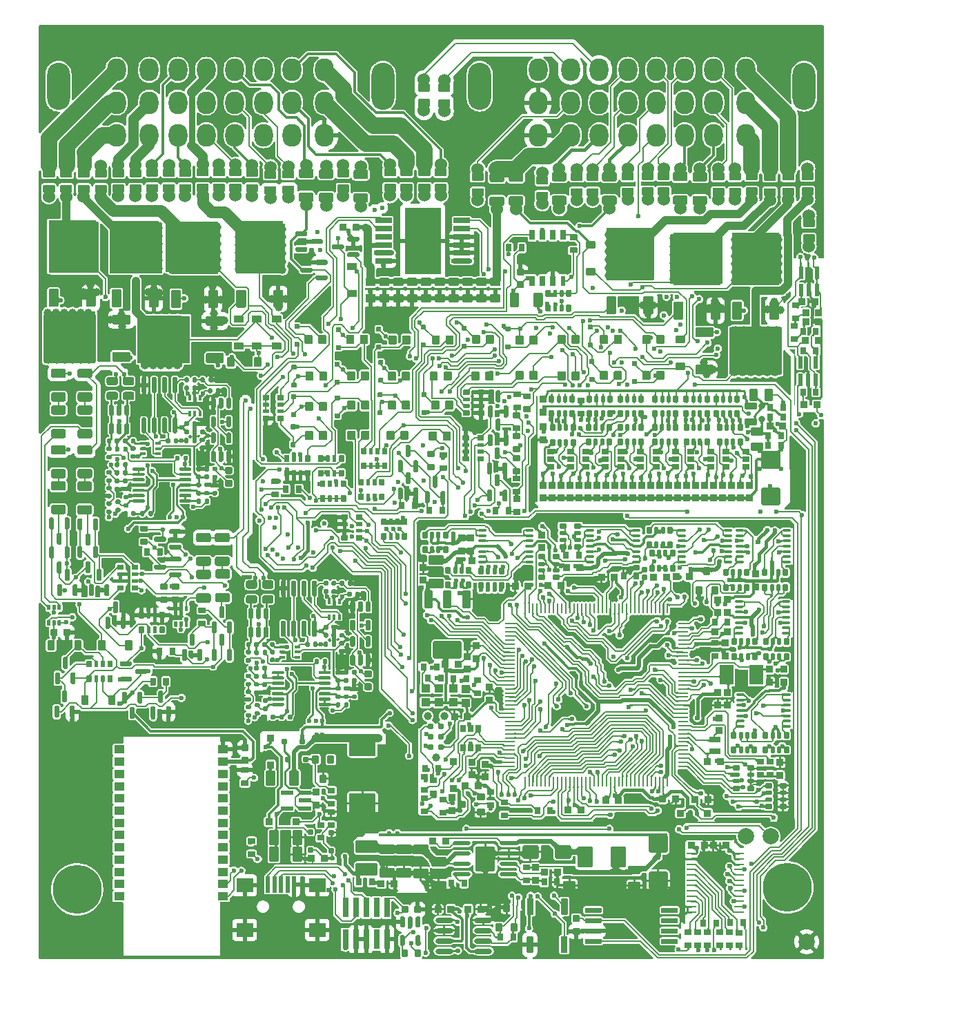
<source format=gtl>
G75*
G70*
%OFA0B0*%
%FSLAX25Y25*%
%IPPOS*%
%LPD*%
%AMOC8*
5,1,8,0,0,1.08239X$1,22.5*
%
%AMM111*
21,1,0.070870,0.036220,-0.000000,0.000000,90.000000*
21,1,0.061810,0.045280,-0.000000,0.000000,90.000000*
1,1,0.009060,0.018110,0.030910*
1,1,0.009060,0.018110,-0.030910*
1,1,0.009060,-0.018110,-0.030910*
1,1,0.009060,-0.018110,0.030910*
%
%AMM112*
21,1,0.033470,0.026770,-0.000000,0.000000,270.000000*
21,1,0.026770,0.033470,-0.000000,0.000000,270.000000*
1,1,0.006690,-0.013390,-0.013390*
1,1,0.006690,-0.013390,0.013390*
1,1,0.006690,0.013390,0.013390*
1,1,0.006690,0.013390,-0.013390*
%
%AMM113*
21,1,0.035430,0.030320,-0.000000,0.000000,180.000000*
21,1,0.028350,0.037400,-0.000000,0.000000,180.000000*
1,1,0.007090,-0.014170,0.015160*
1,1,0.007090,0.014170,0.015160*
1,1,0.007090,0.014170,-0.015160*
1,1,0.007090,-0.014170,-0.015160*
%
%AMM114*
21,1,0.021650,0.052760,-0.000000,0.000000,90.000000*
21,1,0.017320,0.057090,-0.000000,0.000000,90.000000*
1,1,0.004330,0.026380,0.008660*
1,1,0.004330,0.026380,-0.008660*
1,1,0.004330,-0.026380,-0.008660*
1,1,0.004330,-0.026380,0.008660*
%
%AMM115*
21,1,0.094490,0.111020,-0.000000,0.000000,270.000000*
21,1,0.075590,0.129920,-0.000000,0.000000,270.000000*
1,1,0.018900,-0.055510,-0.037800*
1,1,0.018900,-0.055510,0.037800*
1,1,0.018900,0.055510,0.037800*
1,1,0.018900,0.055510,-0.037800*
%
%AMM116*
21,1,0.023620,0.018900,-0.000000,0.000000,0.000000*
21,1,0.018900,0.023620,-0.000000,0.000000,0.000000*
1,1,0.004720,0.009450,-0.009450*
1,1,0.004720,-0.009450,-0.009450*
1,1,0.004720,-0.009450,0.009450*
1,1,0.004720,0.009450,0.009450*
%
%AMM117*
21,1,0.035830,0.026770,-0.000000,0.000000,90.000000*
21,1,0.029130,0.033470,-0.000000,0.000000,90.000000*
1,1,0.006690,0.013390,0.014570*
1,1,0.006690,0.013390,-0.014570*
1,1,0.006690,-0.013390,-0.014570*
1,1,0.006690,-0.013390,0.014570*
%
%AMM118*
21,1,0.023620,0.018900,-0.000000,0.000000,270.000000*
21,1,0.018900,0.023620,-0.000000,0.000000,270.000000*
1,1,0.004720,-0.009450,-0.009450*
1,1,0.004720,-0.009450,0.009450*
1,1,0.004720,0.009450,0.009450*
1,1,0.004720,0.009450,-0.009450*
%
%AMM119*
21,1,0.027560,0.030710,-0.000000,0.000000,90.000000*
21,1,0.022050,0.036220,-0.000000,0.000000,90.000000*
1,1,0.005510,0.015350,0.011020*
1,1,0.005510,0.015350,-0.011020*
1,1,0.005510,-0.015350,-0.011020*
1,1,0.005510,-0.015350,0.011020*
%
%AMM120*
21,1,0.033470,0.026770,-0.000000,0.000000,180.000000*
21,1,0.026770,0.033470,-0.000000,0.000000,180.000000*
1,1,0.006690,-0.013390,0.013390*
1,1,0.006690,0.013390,0.013390*
1,1,0.006690,0.013390,-0.013390*
1,1,0.006690,-0.013390,-0.013390*
%
%AMM121*
21,1,0.035830,0.026770,-0.000000,0.000000,180.000000*
21,1,0.029130,0.033470,-0.000000,0.000000,180.000000*
1,1,0.006690,-0.014570,0.013390*
1,1,0.006690,0.014570,0.013390*
1,1,0.006690,0.014570,-0.013390*
1,1,0.006690,-0.014570,-0.013390*
%
%AMM122*
21,1,0.047240,0.015750,-0.000000,0.000000,225.000000*
1,1,0.015750,0.016700,0.016700*
1,1,0.015750,-0.016700,-0.016700*
%
%AMM137*
21,1,0.027560,0.030710,-0.000000,0.000000,270.000000*
21,1,0.022050,0.036220,-0.000000,0.000000,270.000000*
1,1,0.005510,-0.015350,-0.011020*
1,1,0.005510,-0.015350,0.011020*
1,1,0.005510,0.015350,0.011020*
1,1,0.005510,0.015350,-0.011020*
%
%AMM138*
21,1,0.033470,0.026770,-0.000000,0.000000,0.000000*
21,1,0.026770,0.033470,-0.000000,0.000000,0.000000*
1,1,0.006690,0.013390,-0.013390*
1,1,0.006690,-0.013390,-0.013390*
1,1,0.006690,-0.013390,0.013390*
1,1,0.006690,0.013390,0.013390*
%
%AMM154*
21,1,0.039370,0.049210,-0.000000,-0.000000,270.000000*
21,1,0.031500,0.057090,-0.000000,-0.000000,270.000000*
1,1,0.007870,-0.024610,-0.015750*
1,1,0.007870,-0.024610,0.015750*
1,1,0.007870,0.024610,0.015750*
1,1,0.007870,0.024610,-0.015750*
%
%AMM155*
21,1,0.106300,0.050390,-0.000000,-0.000000,180.000000*
21,1,0.093700,0.062990,-0.000000,-0.000000,180.000000*
1,1,0.012600,-0.046850,0.025200*
1,1,0.012600,0.046850,0.025200*
1,1,0.012600,0.046850,-0.025200*
1,1,0.012600,-0.046850,-0.025200*
%
%AMM156*
21,1,0.074800,0.083460,-0.000000,-0.000000,0.000000*
21,1,0.059840,0.098430,-0.000000,-0.000000,0.000000*
1,1,0.014960,0.029920,-0.041730*
1,1,0.014960,-0.029920,-0.041730*
1,1,0.014960,-0.029920,0.041730*
1,1,0.014960,0.029920,0.041730*
%
%AMM157*
21,1,0.027560,0.030710,-0.000000,-0.000000,0.000000*
21,1,0.022050,0.036220,-0.000000,-0.000000,0.000000*
1,1,0.005510,0.011020,-0.015350*
1,1,0.005510,-0.011020,-0.015350*
1,1,0.005510,-0.011020,0.015350*
1,1,0.005510,0.011020,0.015350*
%
%AMM158*
21,1,0.033470,0.026770,-0.000000,-0.000000,0.000000*
21,1,0.026770,0.033470,-0.000000,-0.000000,0.000000*
1,1,0.006690,0.013390,-0.013390*
1,1,0.006690,-0.013390,-0.013390*
1,1,0.006690,-0.013390,0.013390*
1,1,0.006690,0.013390,0.013390*
%
%AMM159*
21,1,0.033470,0.026770,-0.000000,-0.000000,90.000000*
21,1,0.026770,0.033470,-0.000000,-0.000000,90.000000*
1,1,0.006690,0.013390,0.013390*
1,1,0.006690,0.013390,-0.013390*
1,1,0.006690,-0.013390,-0.013390*
1,1,0.006690,-0.013390,0.013390*
%
%AMM160*
21,1,0.122050,0.075590,-0.000000,-0.000000,90.000000*
21,1,0.103150,0.094490,-0.000000,-0.000000,90.000000*
1,1,0.018900,0.037800,0.051580*
1,1,0.018900,0.037800,-0.051580*
1,1,0.018900,-0.037800,-0.051580*
1,1,0.018900,-0.037800,0.051580*
%
%AMM161*
21,1,0.078740,0.053540,-0.000000,-0.000000,0.000000*
21,1,0.065350,0.066930,-0.000000,-0.000000,0.000000*
1,1,0.013390,0.032680,-0.026770*
1,1,0.013390,-0.032680,-0.026770*
1,1,0.013390,-0.032680,0.026770*
1,1,0.013390,0.032680,0.026770*
%
%AMM162*
21,1,0.070870,0.036220,-0.000000,-0.000000,0.000000*
21,1,0.061810,0.045280,-0.000000,-0.000000,0.000000*
1,1,0.009060,0.030910,-0.018110*
1,1,0.009060,-0.030910,-0.018110*
1,1,0.009060,-0.030910,0.018110*
1,1,0.009060,0.030910,0.018110*
%
%AMM163*
21,1,0.086610,0.073230,-0.000000,-0.000000,270.000000*
21,1,0.069290,0.090550,-0.000000,-0.000000,270.000000*
1,1,0.017320,-0.036610,-0.034650*
1,1,0.017320,-0.036610,0.034650*
1,1,0.017320,0.036610,0.034650*
1,1,0.017320,0.036610,-0.034650*
%
%AMM164*
21,1,0.027560,0.030710,-0.000000,-0.000000,270.000000*
21,1,0.022050,0.036220,-0.000000,-0.000000,270.000000*
1,1,0.005510,-0.015350,-0.011020*
1,1,0.005510,-0.015350,0.011020*
1,1,0.005510,0.015350,0.011020*
1,1,0.005510,0.015350,-0.011020*
%
%AMM195*
21,1,0.035430,0.050000,-0.000000,-0.000000,90.000000*
21,1,0.028350,0.057090,-0.000000,-0.000000,90.000000*
1,1,0.007090,0.025000,0.014170*
1,1,0.007090,0.025000,-0.014170*
1,1,0.007090,-0.025000,-0.014170*
1,1,0.007090,-0.025000,0.014170*
%
%AMM196*
21,1,0.086610,0.073230,-0.000000,-0.000000,90.000000*
21,1,0.069290,0.090550,-0.000000,-0.000000,90.000000*
1,1,0.017320,0.036610,0.034650*
1,1,0.017320,0.036610,-0.034650*
1,1,0.017320,-0.036610,-0.034650*
1,1,0.017320,-0.036610,0.034650*
%
%AMM197*
21,1,0.039370,0.049210,-0.000000,-0.000000,0.000000*
21,1,0.031500,0.057090,-0.000000,-0.000000,0.000000*
1,1,0.007870,0.015750,-0.024610*
1,1,0.007870,-0.015750,-0.024610*
1,1,0.007870,-0.015750,0.024610*
1,1,0.007870,0.015750,0.024610*
%
%AMM198*
21,1,0.023620,0.030710,-0.000000,-0.000000,270.000000*
21,1,0.018900,0.035430,-0.000000,-0.000000,270.000000*
1,1,0.004720,-0.015350,-0.009450*
1,1,0.004720,-0.015350,0.009450*
1,1,0.004720,0.015350,0.009450*
1,1,0.004720,0.015350,-0.009450*
%
%AMM199*
21,1,0.025590,0.026380,-0.000000,-0.000000,180.000000*
21,1,0.020470,0.031500,-0.000000,-0.000000,180.000000*
1,1,0.005120,-0.010240,0.013190*
1,1,0.005120,0.010240,0.013190*
1,1,0.005120,0.010240,-0.013190*
1,1,0.005120,-0.010240,-0.013190*
%
%AMM200*
21,1,0.017720,0.027950,-0.000000,-0.000000,180.000000*
21,1,0.014170,0.031500,-0.000000,-0.000000,180.000000*
1,1,0.003540,-0.007090,0.013980*
1,1,0.003540,0.007090,0.013980*
1,1,0.003540,0.007090,-0.013980*
1,1,0.003540,-0.007090,-0.013980*
%
%AMM201*
21,1,0.027560,0.030710,-0.000000,-0.000000,180.000000*
21,1,0.022050,0.036220,-0.000000,-0.000000,180.000000*
1,1,0.005510,-0.011020,0.015350*
1,1,0.005510,0.011020,0.015350*
1,1,0.005510,0.011020,-0.015350*
1,1,0.005510,-0.011020,-0.015350*
%
%AMM202*
21,1,0.007870,0.503940,-0.000000,-0.000000,0.000000*
21,1,0.000000,0.511810,-0.000000,-0.000000,0.000000*
1,1,0.007870,-0.000000,-0.251970*
1,1,0.007870,-0.000000,-0.251970*
1,1,0.007870,-0.000000,0.251970*
1,1,0.007870,-0.000000,0.251970*
%
%AMM203*
21,1,0.009840,0.919290,-0.000000,-0.000000,90.000000*
21,1,0.000000,0.929130,-0.000000,-0.000000,90.000000*
1,1,0.009840,0.459650,-0.000000*
1,1,0.009840,0.459650,-0.000000*
1,1,0.009840,-0.459650,-0.000000*
1,1,0.009840,-0.459650,-0.000000*
%
%AMM204*
21,1,0.007870,0.041340,-0.000000,-0.000000,180.000000*
21,1,0.000000,0.049210,-0.000000,-0.000000,180.000000*
1,1,0.007870,-0.000000,0.020670*
1,1,0.007870,-0.000000,0.020670*
1,1,0.007870,-0.000000,-0.020670*
1,1,0.007870,-0.000000,-0.020670*
%
%AMM216*
21,1,0.027560,0.030710,-0.000000,0.000000,0.000000*
21,1,0.022050,0.036220,-0.000000,0.000000,0.000000*
1,1,0.005510,0.011020,-0.015350*
1,1,0.005510,-0.011020,-0.015350*
1,1,0.005510,-0.011020,0.015350*
1,1,0.005510,0.011020,0.015350*
%
%AMM259*
21,1,0.070870,0.036220,-0.000000,-0.000000,180.000000*
21,1,0.061810,0.045280,-0.000000,-0.000000,180.000000*
1,1,0.009060,-0.030910,0.018110*
1,1,0.009060,0.030910,0.018110*
1,1,0.009060,0.030910,-0.018110*
1,1,0.009060,-0.030910,-0.018110*
%
%AMM260*
21,1,0.027560,0.030710,-0.000000,-0.000000,90.000000*
21,1,0.022050,0.036220,-0.000000,-0.000000,90.000000*
1,1,0.005510,0.015350,0.011020*
1,1,0.005510,0.015350,-0.011020*
1,1,0.005510,-0.015350,-0.011020*
1,1,0.005510,-0.015350,0.011020*
%
%AMM261*
21,1,0.033470,0.026770,-0.000000,-0.000000,270.000000*
21,1,0.026770,0.033470,-0.000000,-0.000000,270.000000*
1,1,0.006690,-0.013390,-0.013390*
1,1,0.006690,-0.013390,0.013390*
1,1,0.006690,0.013390,0.013390*
1,1,0.006690,0.013390,-0.013390*
%
%AMM262*
21,1,0.023620,0.030710,-0.000000,-0.000000,0.000000*
21,1,0.018900,0.035430,-0.000000,-0.000000,0.000000*
1,1,0.004720,0.009450,-0.015350*
1,1,0.004720,-0.009450,-0.015350*
1,1,0.004720,-0.009450,0.015350*
1,1,0.004720,0.009450,0.015350*
%
%AMM263*
21,1,0.027560,0.018900,-0.000000,-0.000000,0.000000*
21,1,0.022840,0.023620,-0.000000,-0.000000,0.000000*
1,1,0.004720,0.011420,-0.009450*
1,1,0.004720,-0.011420,-0.009450*
1,1,0.004720,-0.011420,0.009450*
1,1,0.004720,0.011420,0.009450*
%
%AMM264*
21,1,0.137800,0.067720,-0.000000,-0.000000,180.000000*
21,1,0.120870,0.084650,-0.000000,-0.000000,180.000000*
1,1,0.016930,-0.060430,0.033860*
1,1,0.016930,0.060430,0.033860*
1,1,0.016930,0.060430,-0.033860*
1,1,0.016930,-0.060430,-0.033860*
%
%AMM265*
21,1,0.043310,0.075980,-0.000000,-0.000000,180.000000*
21,1,0.034650,0.084650,-0.000000,-0.000000,180.000000*
1,1,0.008660,-0.017320,0.037990*
1,1,0.008660,0.017320,0.037990*
1,1,0.008660,0.017320,-0.037990*
1,1,0.008660,-0.017320,-0.037990*
%
%AMM266*
21,1,0.043310,0.075990,-0.000000,-0.000000,180.000000*
21,1,0.034650,0.084650,-0.000000,-0.000000,180.000000*
1,1,0.008660,-0.017320,0.037990*
1,1,0.008660,0.017320,0.037990*
1,1,0.008660,0.017320,-0.037990*
1,1,0.008660,-0.017320,-0.037990*
%
%AMM267*
21,1,0.039370,0.035430,-0.000000,-0.000000,90.000000*
21,1,0.031500,0.043310,-0.000000,-0.000000,90.000000*
1,1,0.007870,0.017720,0.015750*
1,1,0.007870,0.017720,-0.015750*
1,1,0.007870,-0.017720,-0.015750*
1,1,0.007870,-0.017720,0.015750*
%
%AMM268*
21,1,0.035430,0.030320,-0.000000,-0.000000,90.000000*
21,1,0.028350,0.037400,-0.000000,-0.000000,90.000000*
1,1,0.007090,0.015160,0.014170*
1,1,0.007090,0.015160,-0.014170*
1,1,0.007090,-0.015160,-0.014170*
1,1,0.007090,-0.015160,0.014170*
%
%AMM269*
21,1,0.035830,0.026770,-0.000000,-0.000000,90.000000*
21,1,0.029130,0.033470,-0.000000,-0.000000,90.000000*
1,1,0.006690,0.013390,0.014570*
1,1,0.006690,0.013390,-0.014570*
1,1,0.006690,-0.013390,-0.014570*
1,1,0.006690,-0.013390,0.014570*
%
%AMM270*
21,1,0.035430,0.030320,-0.000000,-0.000000,0.000000*
21,1,0.028350,0.037400,-0.000000,-0.000000,0.000000*
1,1,0.007090,0.014170,-0.015160*
1,1,0.007090,-0.014170,-0.015160*
1,1,0.007090,-0.014170,0.015160*
1,1,0.007090,0.014170,0.015160*
%
%AMM271*
21,1,0.025590,0.026380,-0.000000,-0.000000,90.000000*
21,1,0.020470,0.031500,-0.000000,-0.000000,90.000000*
1,1,0.005120,0.013190,0.010240*
1,1,0.005120,0.013190,-0.010240*
1,1,0.005120,-0.013190,-0.010240*
1,1,0.005120,-0.013190,0.010240*
%
%AMM272*
21,1,0.017720,0.027950,-0.000000,-0.000000,90.000000*
21,1,0.014170,0.031500,-0.000000,-0.000000,90.000000*
1,1,0.003540,0.013980,0.007090*
1,1,0.003540,0.013980,-0.007090*
1,1,0.003540,-0.013980,-0.007090*
1,1,0.003540,-0.013980,0.007090*
%
%AMM273*
21,1,0.027560,0.049610,-0.000000,-0.000000,90.000000*
21,1,0.022050,0.055120,-0.000000,-0.000000,90.000000*
1,1,0.005510,0.024800,0.011020*
1,1,0.005510,0.024800,-0.011020*
1,1,0.005510,-0.024800,-0.011020*
1,1,0.005510,-0.024800,0.011020*
%
%AMM274*
21,1,0.035830,0.026770,-0.000000,-0.000000,0.000000*
21,1,0.029130,0.033470,-0.000000,-0.000000,0.000000*
1,1,0.006690,0.014570,-0.013390*
1,1,0.006690,-0.014570,-0.013390*
1,1,0.006690,-0.014570,0.013390*
1,1,0.006690,0.014570,0.013390*
%
%AMM275*
21,1,0.007870,0.029130,-0.000000,-0.000000,45.000000*
21,1,0.000000,0.037010,-0.000000,-0.000000,45.000000*
1,1,0.007870,0.010300,-0.010300*
1,1,0.007870,0.010300,-0.010300*
1,1,0.007870,-0.010300,0.010300*
1,1,0.007870,-0.010300,0.010300*
%
%AMM276*
21,1,0.007870,0.014960,-0.000000,-0.000000,315.000000*
21,1,0.000000,0.022840,-0.000000,-0.000000,315.000000*
1,1,0.007870,-0.005290,-0.005290*
1,1,0.007870,-0.005290,-0.005290*
1,1,0.007870,0.005290,0.005290*
1,1,0.007870,0.005290,0.005290*
%
%AMM277*
21,1,0.007870,0.013780,-0.000000,-0.000000,225.000000*
21,1,0.000000,0.021650,-0.000000,-0.000000,225.000000*
1,1,0.007870,-0.004870,0.004870*
1,1,0.007870,-0.004870,0.004870*
1,1,0.007870,0.004870,-0.004870*
1,1,0.007870,0.004870,-0.004870*
%
%AMM278*
21,1,0.007870,0.039370,-0.000000,-0.000000,225.000000*
21,1,0.000000,0.047240,-0.000000,-0.000000,225.000000*
1,1,0.007870,-0.013920,0.013920*
1,1,0.007870,-0.013920,0.013920*
1,1,0.007870,0.013920,-0.013920*
1,1,0.007870,0.013920,-0.013920*
%
%AMM279*
21,1,0.007870,0.055120,-0.000000,-0.000000,90.000000*
21,1,0.000000,0.062990,-0.000000,-0.000000,90.000000*
1,1,0.007870,0.027560,-0.000000*
1,1,0.007870,0.027560,-0.000000*
1,1,0.007870,-0.027560,-0.000000*
1,1,0.007870,-0.027560,-0.000000*
%
%AMM280*
21,1,0.007870,0.023620,-0.000000,-0.000000,135.000000*
21,1,0.000000,0.031500,-0.000000,-0.000000,135.000000*
1,1,0.007870,0.008350,0.008350*
1,1,0.007870,0.008350,0.008350*
1,1,0.007870,-0.008350,-0.008350*
1,1,0.007870,-0.008350,-0.008350*
%
%AMM281*
21,1,0.007870,1.704720,-0.000000,-0.000000,90.000000*
21,1,0.000000,1.712600,-0.000000,-0.000000,90.000000*
1,1,0.007870,0.852360,-0.000000*
1,1,0.007870,0.852360,-0.000000*
1,1,0.007870,-0.852360,-0.000000*
1,1,0.007870,-0.852360,-0.000000*
%
%AMM282*
21,1,0.007870,1.405510,-0.000000,-0.000000,0.000000*
21,1,0.000000,1.413390,-0.000000,-0.000000,0.000000*
1,1,0.007870,-0.000000,-0.702760*
1,1,0.007870,-0.000000,-0.702760*
1,1,0.007870,-0.000000,0.702760*
1,1,0.007870,-0.000000,0.702760*
%
%AMM283*
21,1,0.007870,1.787400,-0.000000,-0.000000,90.000000*
21,1,0.000000,1.795280,-0.000000,-0.000000,90.000000*
1,1,0.007870,0.893700,-0.000000*
1,1,0.007870,0.893700,-0.000000*
1,1,0.007870,-0.893700,-0.000000*
1,1,0.007870,-0.893700,-0.000000*
%
%AMM284*
21,1,0.007870,1.416930,-0.000000,-0.000000,0.000000*
21,1,0.000000,1.424800,-0.000000,-0.000000,0.000000*
1,1,0.007870,-0.000000,-0.708470*
1,1,0.007870,-0.000000,-0.708470*
1,1,0.007870,-0.000000,0.708470*
1,1,0.007870,-0.000000,0.708470*
%
%AMM285*
21,1,0.009840,0.017720,-0.000000,-0.000000,0.000000*
21,1,0.000000,0.027560,-0.000000,-0.000000,0.000000*
1,1,0.009840,-0.000000,-0.008860*
1,1,0.009840,-0.000000,-0.008860*
1,1,0.009840,-0.000000,0.008860*
1,1,0.009840,-0.000000,0.008860*
%
%AMM308*
21,1,0.033470,0.026770,-0.000000,-0.000000,180.000000*
21,1,0.026770,0.033470,-0.000000,-0.000000,180.000000*
1,1,0.006690,-0.013390,0.013390*
1,1,0.006690,0.013390,0.013390*
1,1,0.006690,0.013390,-0.013390*
1,1,0.006690,-0.013390,-0.013390*
%
%AMM310*
21,1,0.021650,0.052760,-0.000000,0.000000,0.000000*
21,1,0.017320,0.057090,-0.000000,0.000000,0.000000*
1,1,0.004330,0.008660,-0.026380*
1,1,0.004330,-0.008660,-0.026380*
1,1,0.004330,-0.008660,0.026380*
1,1,0.004330,0.008660,0.026380*
%
%AMM44*
21,1,0.033470,0.026770,0.000000,0.000000,0.000000*
21,1,0.026770,0.033470,0.000000,0.000000,0.000000*
1,1,0.006690,0.013390,-0.013390*
1,1,0.006690,-0.013390,-0.013390*
1,1,0.006690,-0.013390,0.013390*
1,1,0.006690,0.013390,0.013390*
%
%AMM45*
21,1,0.027560,0.030710,0.000000,0.000000,270.000000*
21,1,0.022050,0.036220,0.000000,0.000000,270.000000*
1,1,0.005510,-0.015350,-0.011020*
1,1,0.005510,-0.015350,0.011020*
1,1,0.005510,0.015350,0.011020*
1,1,0.005510,0.015350,-0.011020*
%
%AMM46*
21,1,0.015750,0.009840,0.000000,0.000000,45.000000*
1,1,0.009840,-0.005570,-0.005570*
1,1,0.009840,0.005570,0.005570*
%
%AMM9*
21,1,0.027560,0.030710,0.000000,0.000000,0.000000*
21,1,0.022050,0.036220,0.000000,0.000000,0.000000*
1,1,0.005510,0.011020,-0.015350*
1,1,0.005510,-0.011020,-0.015350*
1,1,0.005510,-0.011020,0.015350*
1,1,0.005510,0.011020,0.015350*
%
%ADD10C,0.02362*%
%ADD101O,0.03937X0.01968*%
%ADD107C,0.01968*%
%ADD11O,0.00787X0.01575*%
%ADD12O,0.00984X0.40157*%
%ADD127O,0.08661X0.01968*%
%ADD13O,0.22835X0.00984*%
%ADD133O,0.01968X0.03937*%
%ADD134O,0.01968X0.11811*%
%ADD135O,0.01575X0.28347*%
%ADD14C,0.06000*%
%ADD148R,0.02559X0.01575*%
%ADD15C,0.23622*%
%ADD155R,0.01575X0.02559*%
%ADD157O,0.04961X0.00984*%
%ADD158M44*%
%ADD159M45*%
%ADD16C,0.07874*%
%ADD160M46*%
%ADD161O,0.00984X0.40158*%
%ADD17R,0.22835X0.25197*%
%ADD18O,0.11024X0.22835*%
%ADD188O,0.05118X0.00866*%
%ADD189O,0.00866X0.05118*%
%ADD19O,0.09055X0.11024*%
%ADD194O,0.04331X0.01181*%
%ADD197R,0.06693X0.09449*%
%ADD20R,0.01969X0.07874*%
%ADD21R,0.07874X0.06693*%
%ADD215R,0.01968X0.01968*%
%ADD216C,0.03100*%
%ADD217C,0.03900*%
%ADD22R,0.25197X0.22835*%
%ADD23R,0.07874X0.02559*%
%ADD24R,0.17717X0.31890*%
%ADD242O,0.08661X0.02362*%
%ADD243O,0.01968X0.00984*%
%ADD244O,0.00984X0.01968*%
%ADD25O,0.00984X0.01969*%
%ADD250M111*%
%ADD251M112*%
%ADD252M113*%
%ADD253M114*%
%ADD254M115*%
%ADD255M116*%
%ADD256M117*%
%ADD257M118*%
%ADD258M119*%
%ADD259M120*%
%ADD26O,0.00787X0.22323*%
%ADD260M121*%
%ADD261O,0.34429X0.03937*%
%ADD262O,0.36221X0.00787*%
%ADD263O,0.01968X0.00787*%
%ADD264M122*%
%ADD27O,0.43701X0.00787*%
%ADD28O,0.01969X0.00984*%
%ADD280M137*%
%ADD281M138*%
%ADD29O,0.00787X0.26772*%
%ADD30O,0.38583X0.01575*%
%ADD305M154*%
%ADD306M155*%
%ADD307M156*%
%ADD308M157*%
%ADD309M158*%
%ADD31O,0.01969X0.03937*%
%ADD310M159*%
%ADD311M160*%
%ADD312M161*%
%ADD313M162*%
%ADD314M163*%
%ADD315M164*%
%ADD32O,0.34428X0.03937*%
%ADD33O,0.01575X0.35433*%
%ADD34O,0.21260X0.01575*%
%ADD346M195*%
%ADD347M196*%
%ADD348M197*%
%ADD349M198*%
%ADD35O,0.00787X0.25591*%
%ADD350M199*%
%ADD351M200*%
%ADD352M201*%
%ADD353M202*%
%ADD354M203*%
%ADD355M204*%
%ADD36O,0.00787X0.54331*%
%ADD367M216*%
%ADD37O,0.01969X0.00787*%
%ADD38O,0.36220X0.00787*%
%ADD39R,0.00984X0.71654*%
%ADD40R,0.25591X0.00984*%
%ADD41R,0.25394X0.00984*%
%ADD414M259*%
%ADD415M260*%
%ADD416M261*%
%ADD417M262*%
%ADD418M263*%
%ADD419M264*%
%ADD42R,0.04921X0.00984*%
%ADD420M265*%
%ADD421M266*%
%ADD422M267*%
%ADD423M268*%
%ADD424M269*%
%ADD425M270*%
%ADD426M271*%
%ADD427M272*%
%ADD428M273*%
%ADD429M274*%
%ADD43R,0.53740X0.00984*%
%ADD430M275*%
%ADD431M276*%
%ADD432M277*%
%ADD433M278*%
%ADD434M279*%
%ADD435M280*%
%ADD436M281*%
%ADD437M282*%
%ADD438M283*%
%ADD439M284*%
%ADD44R,0.01378X0.00984*%
%ADD440M285*%
%ADD45R,0.02559X0.05157*%
%ADD46R,0.02362X0.05157*%
%ADD469M308*%
%ADD47R,0.05906X0.05217*%
%ADD471M310*%
%ADD48R,0.05118X0.03937*%
%ADD49O,0.19685X0.01575*%
%ADD50O,0.01575X0.28346*%
%ADD51O,1.18110X0.01575*%
%ADD52O,0.03937X0.01969*%
%ADD53O,0.00787X0.12205*%
%ADD54O,0.01969X0.11811*%
%ADD55O,1.39370X0.01575*%
%ADD56R,0.02913X0.09449*%
%ADD57C,0.03937*%
%ADD58C,0.00787*%
%ADD59C,0.01575*%
%ADD60C,0.01969*%
%ADD61C,0.01181*%
%ADD62C,0.00800*%
%ADD63C,0.05512*%
%ADD64C,0.05118*%
%ADD65C,0.07087*%
%ADD66C,0.04724*%
%ADD67C,0.03150*%
%ADD76C,0.00984*%
%ADD95M9*%
X0000000Y0000000D02*
%LPD*%
G01*
G36*
G01*
X0182953Y0011870D02*
X0184134Y0011870D01*
G75*
G02*
X0184724Y0011280I0000000J-000591D01*
G01*
X0184724Y0007244D01*
G75*
G02*
X0184134Y0006654I-000591J0000000D01*
G01*
X0182953Y0006654D01*
G75*
G02*
X0182362Y0007244I0000000J0000591D01*
G01*
X0182362Y0011280D01*
G75*
G02*
X0182953Y0011870I0000591J0000000D01*
G01*
G37*
G36*
G01*
X0175472Y0011870D02*
X0176654Y0011870D01*
G75*
G02*
X0177244Y0011280I0000000J-000591D01*
G01*
X0177244Y0007244D01*
G75*
G02*
X0176654Y0006654I-000591J0000000D01*
G01*
X0175472Y0006654D01*
G75*
G02*
X0174882Y0007244I0000000J0000591D01*
G01*
X0174882Y0011280D01*
G75*
G02*
X0175472Y0011870I0000591J0000000D01*
G01*
G37*
G36*
G01*
X0175472Y0020827D02*
X0176654Y0020827D01*
G75*
G02*
X0177244Y0020236I0000000J-000591D01*
G01*
X0177244Y0016201D01*
G75*
G02*
X0176654Y0015610I-000591J0000000D01*
G01*
X0175472Y0015610D01*
G75*
G02*
X0174882Y0016201I0000000J0000591D01*
G01*
X0174882Y0020236D01*
G75*
G02*
X0175472Y0020827I0000591J0000000D01*
G01*
G37*
G36*
G01*
X0179213Y0020827D02*
X0180394Y0020827D01*
G75*
G02*
X0180984Y0020236I0000000J-000591D01*
G01*
X0180984Y0016201D01*
G75*
G02*
X0180394Y0015610I-000591J0000000D01*
G01*
X0179213Y0015610D01*
G75*
G02*
X0178622Y0016201I0000000J0000591D01*
G01*
X0178622Y0020236D01*
G75*
G02*
X0179213Y0020827I0000591J0000000D01*
G01*
G37*
G36*
G01*
X0182953Y0020827D02*
X0184134Y0020827D01*
G75*
G02*
X0184724Y0020236I0000000J-000591D01*
G01*
X0184724Y0016201D01*
G75*
G02*
X0184134Y0015610I-000591J0000000D01*
G01*
X0182953Y0015610D01*
G75*
G02*
X0182362Y0016201I0000000J0000591D01*
G01*
X0182362Y0020236D01*
G75*
G02*
X0182953Y0020827I0000591J0000000D01*
G01*
G37*
D10*
X0334173Y0052657D03*
X0318129Y0053839D03*
X0341456Y0025591D03*
X0336299Y0028150D03*
X0341456Y0033268D03*
X0334527Y0034547D03*
X0334232Y0037894D03*
X0333385Y0041339D03*
X0341456Y0043504D03*
X0334232Y0045177D03*
D11*
X0314389Y0005415D03*
X0319015Y0005415D03*
X0323641Y0005415D03*
X0326594Y0005415D03*
X0329901Y0005415D03*
X0334527Y0005415D03*
X0339153Y0005415D03*
X0342145Y0005415D03*
D12*
X0312126Y0037402D03*
G36*
G01*
X0311811Y0056576D02*
X0311811Y0056576D01*
G75*
G02*
X0311811Y0057272I0000348J0000348D01*
G01*
X0312925Y0058385D01*
G75*
G02*
X0313621Y0058385I0000348J-000348D01*
G01*
X0313621Y0058385D01*
G75*
G02*
X0313621Y0057689I-000348J-000348D01*
G01*
X0312507Y0056576D01*
G75*
G02*
X0311811Y0056576I-000348J0000348D01*
G01*
G37*
D13*
X0324379Y0058071D03*
G36*
G01*
X0098858Y0294508D02*
X0094843Y0294508D01*
G75*
G02*
X0094488Y0294862I0000000J0000354D01*
G01*
X0094488Y0297697D01*
G75*
G02*
X0094843Y0298051I0000354J0000000D01*
G01*
X0098858Y0298051D01*
G75*
G02*
X0099213Y0297697I0000000J-000354D01*
G01*
X0099213Y0294862D01*
G75*
G02*
X0098858Y0294508I-000354J0000000D01*
G01*
G37*
G36*
G01*
X0098858Y0307500D02*
X0094843Y0307500D01*
G75*
G02*
X0094488Y0307854I0000000J0000354D01*
G01*
X0094488Y0310689D01*
G75*
G02*
X0094843Y0311043I0000354J0000000D01*
G01*
X0098858Y0311043D01*
G75*
G02*
X0099213Y0310689I0000000J-000354D01*
G01*
X0099213Y0307854D01*
G75*
G02*
X0098858Y0307500I-000354J0000000D01*
G01*
G37*
G36*
G01*
X0304626Y0368898D02*
X0299705Y0368898D01*
G75*
G02*
X0299311Y0369291I0000000J0000394D01*
G01*
X0299311Y0372441D01*
G75*
G02*
X0299705Y0372835I0000394J0000000D01*
G01*
X0304626Y0372835D01*
G75*
G02*
X0305020Y0372441I0000000J-000394D01*
G01*
X0305020Y0369291D01*
G75*
G02*
X0304626Y0368898I-000394J0000000D01*
G01*
G37*
D14*
X0302165Y0367106D03*
G36*
G01*
X0304626Y0376378D02*
X0299705Y0376378D01*
G75*
G02*
X0299311Y0376772I0000000J0000394D01*
G01*
X0299311Y0379921D01*
G75*
G02*
X0299705Y0380315I0000394J0000000D01*
G01*
X0304626Y0380315D01*
G75*
G02*
X0305020Y0379921I0000000J-000394D01*
G01*
X0305020Y0376772D01*
G75*
G02*
X0304626Y0376378I-000394J0000000D01*
G01*
G37*
X0302165Y0382106D03*
G36*
G01*
X0049646Y0209449D02*
X0052717Y0209449D01*
G75*
G02*
X0052992Y0209173I0000000J-000276D01*
G01*
X0052992Y0206969D01*
G75*
G02*
X0052717Y0206693I-000276J0000000D01*
G01*
X0049646Y0206693D01*
G75*
G02*
X0049370Y0206969I0000000J0000276D01*
G01*
X0049370Y0209173D01*
G75*
G02*
X0049646Y0209449I0000276J0000000D01*
G01*
G37*
G36*
G01*
X0049646Y0203150D02*
X0052717Y0203150D01*
G75*
G02*
X0052992Y0202874I0000000J-000276D01*
G01*
X0052992Y0200669D01*
G75*
G02*
X0052717Y0200394I-000276J0000000D01*
G01*
X0049646Y0200394D01*
G75*
G02*
X0049370Y0200669I0000000J0000276D01*
G01*
X0049370Y0202874D01*
G75*
G02*
X0049646Y0203150I0000276J0000000D01*
G01*
G37*
G36*
G01*
X0101614Y0058661D02*
X0104685Y0058661D01*
G75*
G02*
X0104961Y0058386I0000000J-000276D01*
G01*
X0104961Y0056181D01*
G75*
G02*
X0104685Y0055906I-000276J0000000D01*
G01*
X0101614Y0055906D01*
G75*
G02*
X0101339Y0056181I0000000J0000276D01*
G01*
X0101339Y0058386D01*
G75*
G02*
X0101614Y0058661I0000276J0000000D01*
G01*
G37*
G36*
G01*
X0101614Y0052362D02*
X0104685Y0052362D01*
G75*
G02*
X0104961Y0052087I0000000J-000276D01*
G01*
X0104961Y0049882D01*
G75*
G02*
X0104685Y0049606I-000276J0000000D01*
G01*
X0101614Y0049606D01*
G75*
G02*
X0101339Y0049882I0000000J0000276D01*
G01*
X0101339Y0052087D01*
G75*
G02*
X0101614Y0052362I0000276J0000000D01*
G01*
G37*
G36*
G01*
X0136220Y0221319D02*
X0136220Y0223957D01*
G75*
G02*
X0136476Y0224213I0000256J0000000D01*
G01*
X0138524Y0224213D01*
G75*
G02*
X0138780Y0223957I0000000J-000256D01*
G01*
X0138780Y0221319D01*
G75*
G02*
X0138524Y0221063I-000256J0000000D01*
G01*
X0136476Y0221063D01*
G75*
G02*
X0136220Y0221319I0000000J0000256D01*
G01*
G37*
G36*
G01*
X0140059Y0221240D02*
X0140059Y0224035D01*
G75*
G02*
X0140236Y0224213I0000177J0000000D01*
G01*
X0141654Y0224213D01*
G75*
G02*
X0141831Y0224035I0000000J-000177D01*
G01*
X0141831Y0221240D01*
G75*
G02*
X0141654Y0221063I-000177J0000000D01*
G01*
X0140236Y0221063D01*
G75*
G02*
X0140059Y0221240I0000000J0000177D01*
G01*
G37*
G36*
G01*
X0143209Y0221240D02*
X0143209Y0224035D01*
G75*
G02*
X0143386Y0224213I0000177J0000000D01*
G01*
X0144803Y0224213D01*
G75*
G02*
X0144980Y0224035I0000000J-000177D01*
G01*
X0144980Y0221240D01*
G75*
G02*
X0144803Y0221063I-000177J0000000D01*
G01*
X0143386Y0221063D01*
G75*
G02*
X0143209Y0221240I0000000J0000177D01*
G01*
G37*
G36*
G01*
X0146260Y0221319D02*
X0146260Y0223957D01*
G75*
G02*
X0146516Y0224213I0000256J0000000D01*
G01*
X0148563Y0224213D01*
G75*
G02*
X0148819Y0223957I0000000J-000256D01*
G01*
X0148819Y0221319D01*
G75*
G02*
X0148563Y0221063I-000256J0000000D01*
G01*
X0146516Y0221063D01*
G75*
G02*
X0146260Y0221319I0000000J0000256D01*
G01*
G37*
G36*
G01*
X0146260Y0228406D02*
X0146260Y0231043D01*
G75*
G02*
X0146516Y0231299I0000256J0000000D01*
G01*
X0148563Y0231299D01*
G75*
G02*
X0148819Y0231043I0000000J-000256D01*
G01*
X0148819Y0228406D01*
G75*
G02*
X0148563Y0228150I-000256J0000000D01*
G01*
X0146516Y0228150D01*
G75*
G02*
X0146260Y0228406I0000000J0000256D01*
G01*
G37*
G36*
G01*
X0143209Y0228327D02*
X0143209Y0231122D01*
G75*
G02*
X0143386Y0231299I0000177J0000000D01*
G01*
X0144803Y0231299D01*
G75*
G02*
X0144980Y0231122I0000000J-000177D01*
G01*
X0144980Y0228327D01*
G75*
G02*
X0144803Y0228150I-000177J0000000D01*
G01*
X0143386Y0228150D01*
G75*
G02*
X0143209Y0228327I0000000J0000177D01*
G01*
G37*
G36*
G01*
X0140059Y0228327D02*
X0140059Y0231122D01*
G75*
G02*
X0140236Y0231299I0000177J0000000D01*
G01*
X0141654Y0231299D01*
G75*
G02*
X0141831Y0231122I0000000J-000177D01*
G01*
X0141831Y0228327D01*
G75*
G02*
X0141654Y0228150I-000177J0000000D01*
G01*
X0140236Y0228150D01*
G75*
G02*
X0140059Y0228327I0000000J0000177D01*
G01*
G37*
G36*
G01*
X0136220Y0228406D02*
X0136220Y0231043D01*
G75*
G02*
X0136476Y0231299I0000256J0000000D01*
G01*
X0138524Y0231299D01*
G75*
G02*
X0138780Y0231043I0000000J-000256D01*
G01*
X0138780Y0228406D01*
G75*
G02*
X0138524Y0228150I-000256J0000000D01*
G01*
X0136476Y0228150D01*
G75*
G02*
X0136220Y0228406I0000000J0000256D01*
G01*
G37*
G36*
G01*
X0199409Y0254528D02*
X0199409Y0250984D01*
G75*
G02*
X0199016Y0250591I-000394J0000000D01*
G01*
X0195866Y0250591D01*
G75*
G02*
X0195472Y0250984I0000000J0000394D01*
G01*
X0195472Y0254528D01*
G75*
G02*
X0195866Y0254921I0000394J0000000D01*
G01*
X0199016Y0254921D01*
G75*
G02*
X0199409Y0254528I0000000J-000394D01*
G01*
G37*
G36*
G01*
X0192717Y0254528D02*
X0192717Y0250984D01*
G75*
G02*
X0192323Y0250591I-000394J0000000D01*
G01*
X0189173Y0250591D01*
G75*
G02*
X0188780Y0250984I0000000J0000394D01*
G01*
X0188780Y0254528D01*
G75*
G02*
X0189173Y0254921I0000394J0000000D01*
G01*
X0192323Y0254921D01*
G75*
G02*
X0192717Y0254528I0000000J-000394D01*
G01*
G37*
G36*
G01*
X0215295Y0262598D02*
X0212657Y0262598D01*
G75*
G02*
X0212402Y0262854I0000000J0000256D01*
G01*
X0212402Y0264902D01*
G75*
G02*
X0212657Y0265157I0000256J0000000D01*
G01*
X0215295Y0265157D01*
G75*
G02*
X0215551Y0264902I0000000J-000256D01*
G01*
X0215551Y0262854D01*
G75*
G02*
X0215295Y0262598I-000256J0000000D01*
G01*
G37*
G36*
G01*
X0215374Y0266437D02*
X0212579Y0266437D01*
G75*
G02*
X0212402Y0266614I0000000J0000177D01*
G01*
X0212402Y0268031D01*
G75*
G02*
X0212579Y0268209I0000177J0000000D01*
G01*
X0215374Y0268209D01*
G75*
G02*
X0215551Y0268031I0000000J-000177D01*
G01*
X0215551Y0266614D01*
G75*
G02*
X0215374Y0266437I-000177J0000000D01*
G01*
G37*
G36*
G01*
X0215374Y0269587D02*
X0212579Y0269587D01*
G75*
G02*
X0212402Y0269764I0000000J0000177D01*
G01*
X0212402Y0271181D01*
G75*
G02*
X0212579Y0271358I0000177J0000000D01*
G01*
X0215374Y0271358D01*
G75*
G02*
X0215551Y0271181I0000000J-000177D01*
G01*
X0215551Y0269764D01*
G75*
G02*
X0215374Y0269587I-000177J0000000D01*
G01*
G37*
G36*
G01*
X0215295Y0272638D02*
X0212657Y0272638D01*
G75*
G02*
X0212402Y0272894I0000000J0000256D01*
G01*
X0212402Y0274941D01*
G75*
G02*
X0212657Y0275197I0000256J0000000D01*
G01*
X0215295Y0275197D01*
G75*
G02*
X0215551Y0274941I0000000J-000256D01*
G01*
X0215551Y0272894D01*
G75*
G02*
X0215295Y0272638I-000256J0000000D01*
G01*
G37*
G36*
G01*
X0208209Y0272638D02*
X0205571Y0272638D01*
G75*
G02*
X0205315Y0272894I0000000J0000256D01*
G01*
X0205315Y0274941D01*
G75*
G02*
X0205571Y0275197I0000256J0000000D01*
G01*
X0208209Y0275197D01*
G75*
G02*
X0208465Y0274941I0000000J-000256D01*
G01*
X0208465Y0272894D01*
G75*
G02*
X0208209Y0272638I-000256J0000000D01*
G01*
G37*
G36*
G01*
X0208287Y0269587D02*
X0205492Y0269587D01*
G75*
G02*
X0205315Y0269764I0000000J0000177D01*
G01*
X0205315Y0271181D01*
G75*
G02*
X0205492Y0271358I0000177J0000000D01*
G01*
X0208287Y0271358D01*
G75*
G02*
X0208465Y0271181I0000000J-000177D01*
G01*
X0208465Y0269764D01*
G75*
G02*
X0208287Y0269587I-000177J0000000D01*
G01*
G37*
G36*
G01*
X0208287Y0266437D02*
X0205492Y0266437D01*
G75*
G02*
X0205315Y0266614I0000000J0000177D01*
G01*
X0205315Y0268031D01*
G75*
G02*
X0205492Y0268209I0000177J0000000D01*
G01*
X0208287Y0268209D01*
G75*
G02*
X0208465Y0268031I0000000J-000177D01*
G01*
X0208465Y0266614D01*
G75*
G02*
X0208287Y0266437I-000177J0000000D01*
G01*
G37*
G36*
G01*
X0208209Y0262598D02*
X0205571Y0262598D01*
G75*
G02*
X0205315Y0262854I0000000J0000256D01*
G01*
X0205315Y0264902D01*
G75*
G02*
X0205571Y0265157I0000256J0000000D01*
G01*
X0208209Y0265157D01*
G75*
G02*
X0208465Y0264902I0000000J-000256D01*
G01*
X0208465Y0262854D01*
G75*
G02*
X0208209Y0262598I-000256J0000000D01*
G01*
G37*
G36*
G01*
X0265551Y0295715D02*
X0265551Y0297604D01*
G75*
G02*
X0265787Y0297841I0000236J0000000D01*
G01*
X0267677Y0297841D01*
G75*
G02*
X0267913Y0297604I0000000J-000236D01*
G01*
X0267913Y0295715D01*
G75*
G02*
X0267677Y0295478I-000236J0000000D01*
G01*
X0265787Y0295478D01*
G75*
G02*
X0265551Y0295715I0000000J0000236D01*
G01*
G37*
G36*
G01*
X0265551Y0304376D02*
X0265551Y0306266D01*
G75*
G02*
X0265787Y0306502I0000236J0000000D01*
G01*
X0267677Y0306502D01*
G75*
G02*
X0267913Y0306266I0000000J-000236D01*
G01*
X0267913Y0304376D01*
G75*
G02*
X0267677Y0304140I-000236J0000000D01*
G01*
X0265787Y0304140D01*
G75*
G02*
X0265551Y0304376I0000000J0000236D01*
G01*
G37*
G36*
G01*
X0098661Y0104075D02*
X0101339Y0104075D01*
G75*
G02*
X0101673Y0103740I0000000J-000335D01*
G01*
X0101673Y0101063D01*
G75*
G02*
X0101339Y0100728I-000335J0000000D01*
G01*
X0098661Y0100728D01*
G75*
G02*
X0098327Y0101063I0000000J0000335D01*
G01*
X0098327Y0103740D01*
G75*
G02*
X0098661Y0104075I0000335J0000000D01*
G01*
G37*
G36*
G01*
X0098661Y0097854D02*
X0101339Y0097854D01*
G75*
G02*
X0101673Y0097520I0000000J-000335D01*
G01*
X0101673Y0094843D01*
G75*
G02*
X0101339Y0094508I-000335J0000000D01*
G01*
X0098661Y0094508D01*
G75*
G02*
X0098327Y0094843I0000000J0000335D01*
G01*
X0098327Y0097520D01*
G75*
G02*
X0098661Y0097854I0000335J0000000D01*
G01*
G37*
G36*
G01*
X0124606Y0272795D02*
X0124606Y0270906D01*
G75*
G02*
X0124370Y0270669I-000236J0000000D01*
G01*
X0122480Y0270669D01*
G75*
G02*
X0122244Y0270906I0000000J0000236D01*
G01*
X0122244Y0272795D01*
G75*
G02*
X0122480Y0273031I0000236J0000000D01*
G01*
X0124370Y0273031D01*
G75*
G02*
X0124606Y0272795I0000000J-000236D01*
G01*
G37*
G36*
G01*
X0124606Y0264134D02*
X0124606Y0262244D01*
G75*
G02*
X0124370Y0262008I-000236J0000000D01*
G01*
X0122480Y0262008D01*
G75*
G02*
X0122244Y0262244I0000000J0000236D01*
G01*
X0122244Y0264134D01*
G75*
G02*
X0122480Y0264370I0000236J0000000D01*
G01*
X0124370Y0264370D01*
G75*
G02*
X0124606Y0264134I0000000J-000236D01*
G01*
G37*
G36*
G01*
X0229567Y0243504D02*
X0232638Y0243504D01*
G75*
G02*
X0232913Y0243228I0000000J-000276D01*
G01*
X0232913Y0241024D01*
G75*
G02*
X0232638Y0240748I-000276J0000000D01*
G01*
X0229567Y0240748D01*
G75*
G02*
X0229291Y0241024I0000000J0000276D01*
G01*
X0229291Y0243228D01*
G75*
G02*
X0229567Y0243504I0000276J0000000D01*
G01*
G37*
G36*
G01*
X0229567Y0237205D02*
X0232638Y0237205D01*
G75*
G02*
X0232913Y0236929I0000000J-000276D01*
G01*
X0232913Y0234724D01*
G75*
G02*
X0232638Y0234449I-000276J0000000D01*
G01*
X0229567Y0234449D01*
G75*
G02*
X0229291Y0234724I0000000J0000276D01*
G01*
X0229291Y0236929D01*
G75*
G02*
X0229567Y0237205I0000276J0000000D01*
G01*
G37*
D15*
X0018909Y0033933D03*
G36*
G01*
X0160039Y0254921D02*
X0160039Y0251378D01*
G75*
G02*
X0159646Y0250984I-000394J0000000D01*
G01*
X0156496Y0250984D01*
G75*
G02*
X0156102Y0251378I0000000J0000394D01*
G01*
X0156102Y0254921D01*
G75*
G02*
X0156496Y0255315I0000394J0000000D01*
G01*
X0159646Y0255315D01*
G75*
G02*
X0160039Y0254921I0000000J-000394D01*
G01*
G37*
G36*
G01*
X0153346Y0254921D02*
X0153346Y0251378D01*
G75*
G02*
X0152953Y0250984I-000394J0000000D01*
G01*
X0149803Y0250984D01*
G75*
G02*
X0149409Y0251378I0000000J0000394D01*
G01*
X0149409Y0254921D01*
G75*
G02*
X0149803Y0255315I0000394J0000000D01*
G01*
X0152953Y0255315D01*
G75*
G02*
X0153346Y0254921I0000000J-000394D01*
G01*
G37*
D14*
X0177953Y0383878D03*
G36*
G01*
X0175492Y0382087D02*
X0180413Y0382087D01*
G75*
G02*
X0180807Y0381693I0000000J-000394D01*
G01*
X0180807Y0378543D01*
G75*
G02*
X0180413Y0378150I-000394J0000000D01*
G01*
X0175492Y0378150D01*
G75*
G02*
X0175098Y0378543I0000000J0000394D01*
G01*
X0175098Y0381693D01*
G75*
G02*
X0175492Y0382087I0000394J0000000D01*
G01*
G37*
X0177953Y0368878D03*
G36*
G01*
X0175492Y0374606D02*
X0180413Y0374606D01*
G75*
G02*
X0180807Y0374213I0000000J-000394D01*
G01*
X0180807Y0371063D01*
G75*
G02*
X0180413Y0370669I-000394J0000000D01*
G01*
X0175492Y0370669D01*
G75*
G02*
X0175098Y0371063I0000000J0000394D01*
G01*
X0175098Y0374213D01*
G75*
G02*
X0175492Y0374606I0000394J0000000D01*
G01*
G37*
X0294488Y0367106D03*
G36*
G01*
X0296949Y0368898D02*
X0292028Y0368898D01*
G75*
G02*
X0291634Y0369291I0000000J0000394D01*
G01*
X0291634Y0372441D01*
G75*
G02*
X0292028Y0372835I0000394J0000000D01*
G01*
X0296949Y0372835D01*
G75*
G02*
X0297343Y0372441I0000000J-000394D01*
G01*
X0297343Y0369291D01*
G75*
G02*
X0296949Y0368898I-000394J0000000D01*
G01*
G37*
X0294488Y0382106D03*
G36*
G01*
X0296949Y0376378D02*
X0292028Y0376378D01*
G75*
G02*
X0291634Y0376772I0000000J0000394D01*
G01*
X0291634Y0379921D01*
G75*
G02*
X0292028Y0380315I0000394J0000000D01*
G01*
X0296949Y0380315D01*
G75*
G02*
X0297343Y0379921I0000000J-000394D01*
G01*
X0297343Y0376772D01*
G75*
G02*
X0296949Y0376378I-000394J0000000D01*
G01*
G37*
G36*
G01*
X0097736Y0370669D02*
X0092815Y0370669D01*
G75*
G02*
X0092421Y0371063I0000000J0000394D01*
G01*
X0092421Y0374213D01*
G75*
G02*
X0092815Y0374606I0000394J0000000D01*
G01*
X0097736Y0374606D01*
G75*
G02*
X0098130Y0374213I0000000J-000394D01*
G01*
X0098130Y0371063D01*
G75*
G02*
X0097736Y0370669I-000394J0000000D01*
G01*
G37*
X0095276Y0368878D03*
X0095276Y0383878D03*
G36*
G01*
X0097736Y0378150D02*
X0092815Y0378150D01*
G75*
G02*
X0092421Y0378543I0000000J0000394D01*
G01*
X0092421Y0381693D01*
G75*
G02*
X0092815Y0382087I0000394J0000000D01*
G01*
X0097736Y0382087D01*
G75*
G02*
X0098130Y0381693I0000000J-000394D01*
G01*
X0098130Y0378543D01*
G75*
G02*
X0097736Y0378150I-000394J0000000D01*
G01*
G37*
G36*
G01*
X0013386Y0236004D02*
X0013386Y0233287D01*
G75*
G02*
X0012480Y0232382I-000906J0000000D01*
G01*
X0007205Y0232382D01*
G75*
G02*
X0006299Y0233287I0000000J0000906D01*
G01*
X0006299Y0236004D01*
G75*
G02*
X0007205Y0236909I0000906J0000000D01*
G01*
X0012480Y0236909D01*
G75*
G02*
X0013386Y0236004I0000000J-000906D01*
G01*
G37*
G36*
G01*
X0013386Y0247421D02*
X0013386Y0244705D01*
G75*
G02*
X0012480Y0243799I-000906J0000000D01*
G01*
X0007205Y0243799D01*
G75*
G02*
X0006299Y0244705I0000000J0000906D01*
G01*
X0006299Y0247421D01*
G75*
G02*
X0007205Y0248327I0000906J0000000D01*
G01*
X0012480Y0248327D01*
G75*
G02*
X0013386Y0247421I0000000J-000906D01*
G01*
G37*
D16*
X0353937Y0059488D03*
G36*
G01*
X0229961Y0274213D02*
X0233031Y0274213D01*
G75*
G02*
X0233307Y0273937I0000000J-000276D01*
G01*
X0233307Y0271732D01*
G75*
G02*
X0233031Y0271457I-000276J0000000D01*
G01*
X0229961Y0271457D01*
G75*
G02*
X0229685Y0271732I0000000J0000276D01*
G01*
X0229685Y0273937D01*
G75*
G02*
X0229961Y0274213I0000276J0000000D01*
G01*
G37*
G36*
G01*
X0229961Y0267913D02*
X0233031Y0267913D01*
G75*
G02*
X0233307Y0267638I0000000J-000276D01*
G01*
X0233307Y0265433D01*
G75*
G02*
X0233031Y0265157I-000276J0000000D01*
G01*
X0229961Y0265157D01*
G75*
G02*
X0229685Y0265433I0000000J0000276D01*
G01*
X0229685Y0267638D01*
G75*
G02*
X0229961Y0267913I0000276J0000000D01*
G01*
G37*
G36*
G01*
X0124311Y0349803D02*
X0124311Y0350984D01*
G75*
G02*
X0124902Y0351575I0000591J0000000D01*
G01*
X0129528Y0351575D01*
G75*
G02*
X0130118Y0350984I0000000J-000591D01*
G01*
X0130118Y0349803D01*
G75*
G02*
X0129528Y0349213I-000591J0000000D01*
G01*
X0124902Y0349213D01*
G75*
G02*
X0124311Y0349803I0000000J0000591D01*
G01*
G37*
G36*
G01*
X0131693Y0346063D02*
X0131693Y0347244D01*
G75*
G02*
X0132283Y0347835I0000591J0000000D01*
G01*
X0136909Y0347835D01*
G75*
G02*
X0137500Y0347244I0000000J-000591D01*
G01*
X0137500Y0346063D01*
G75*
G02*
X0136909Y0345472I-000591J0000000D01*
G01*
X0132283Y0345472D01*
G75*
G02*
X0131693Y0346063I0000000J0000591D01*
G01*
G37*
G36*
G01*
X0124311Y0342323D02*
X0124311Y0343504D01*
G75*
G02*
X0124902Y0344094I0000591J0000000D01*
G01*
X0129528Y0344094D01*
G75*
G02*
X0130118Y0343504I0000000J-000591D01*
G01*
X0130118Y0342323D01*
G75*
G02*
X0129528Y0341732I-000591J0000000D01*
G01*
X0124902Y0341732D01*
G75*
G02*
X0124311Y0342323I0000000J0000591D01*
G01*
G37*
D14*
X0251772Y0381890D03*
G36*
G01*
X0248228Y0376595D02*
X0248228Y0379311D01*
G75*
G02*
X0249134Y0380217I0000906J0000000D01*
G01*
X0254409Y0380217D01*
G75*
G02*
X0255315Y0379311I0000000J-000906D01*
G01*
X0255315Y0376595D01*
G75*
G02*
X0254409Y0375689I-000906J0000000D01*
G01*
X0249134Y0375689D01*
G75*
G02*
X0248228Y0376595I0000000J0000906D01*
G01*
G37*
X0251772Y0362598D03*
G36*
G01*
X0248228Y0365177D02*
X0248228Y0367894D01*
G75*
G02*
X0249134Y0368799I0000906J0000000D01*
G01*
X0254409Y0368799D01*
G75*
G02*
X0255315Y0367894I0000000J-000906D01*
G01*
X0255315Y0365177D01*
G75*
G02*
X0254409Y0364272I-000906J0000000D01*
G01*
X0249134Y0364272D01*
G75*
G02*
X0248228Y0365177I0000000J0000906D01*
G01*
G37*
G36*
G01*
X0188622Y0220374D02*
X0187441Y0220374D01*
G75*
G02*
X0186850Y0220965I0000000J0000591D01*
G01*
X0186850Y0225591D01*
G75*
G02*
X0187441Y0226181I0000591J0000000D01*
G01*
X0188622Y0226181D01*
G75*
G02*
X0189213Y0225591I0000000J-000591D01*
G01*
X0189213Y0220965D01*
G75*
G02*
X0188622Y0220374I-000591J0000000D01*
G01*
G37*
G36*
G01*
X0192362Y0227756D02*
X0191181Y0227756D01*
G75*
G02*
X0190591Y0228346I0000000J0000591D01*
G01*
X0190591Y0232972D01*
G75*
G02*
X0191181Y0233563I0000591J0000000D01*
G01*
X0192362Y0233563D01*
G75*
G02*
X0192953Y0232972I0000000J-000591D01*
G01*
X0192953Y0228346D01*
G75*
G02*
X0192362Y0227756I-000591J0000000D01*
G01*
G37*
G36*
G01*
X0196102Y0220374D02*
X0194921Y0220374D01*
G75*
G02*
X0194331Y0220965I0000000J0000591D01*
G01*
X0194331Y0225591D01*
G75*
G02*
X0194921Y0226181I0000591J0000000D01*
G01*
X0196102Y0226181D01*
G75*
G02*
X0196693Y0225591I0000000J-000591D01*
G01*
X0196693Y0220965D01*
G75*
G02*
X0196102Y0220374I-000591J0000000D01*
G01*
G37*
X0372362Y0344429D03*
G36*
G01*
X0374823Y0346220D02*
X0369902Y0346220D01*
G75*
G02*
X0369508Y0346614I0000000J0000394D01*
G01*
X0369508Y0349764D01*
G75*
G02*
X0369902Y0350157I0000394J0000000D01*
G01*
X0374823Y0350157D01*
G75*
G02*
X0375217Y0349764I0000000J-000394D01*
G01*
X0375217Y0346614D01*
G75*
G02*
X0374823Y0346220I-000394J0000000D01*
G01*
G37*
G36*
G01*
X0374823Y0353701D02*
X0369902Y0353701D01*
G75*
G02*
X0369508Y0354095I0000000J0000394D01*
G01*
X0369508Y0357244D01*
G75*
G02*
X0369902Y0357638I0000394J0000000D01*
G01*
X0374823Y0357638D01*
G75*
G02*
X0375217Y0357244I0000000J-000394D01*
G01*
X0375217Y0354095D01*
G75*
G02*
X0374823Y0353701I-000394J0000000D01*
G01*
G37*
X0372362Y0359429D03*
G36*
G01*
X0240650Y0221396D02*
X0240650Y0271790D01*
G75*
G02*
X0241043Y0272184I0000394J0000000D01*
G01*
X0241043Y0272184D01*
G75*
G02*
X0241437Y0271790I0000000J-000394D01*
G01*
X0241437Y0221396D01*
G75*
G02*
X0241043Y0221003I-000394J0000000D01*
G01*
X0241043Y0221003D01*
G75*
G02*
X0240650Y0221396I0000000J0000394D01*
G01*
G37*
G36*
G01*
X0247657Y0267637D02*
X0339587Y0267637D01*
G75*
G02*
X0340079Y0267144I0000000J-000492D01*
G01*
X0340079Y0267144D01*
G75*
G02*
X0339587Y0266652I-000492J0000000D01*
G01*
X0247657Y0266652D01*
G75*
G02*
X0247165Y0267144I0000000J0000492D01*
G01*
X0247165Y0267144D01*
G75*
G02*
X0247657Y0267637I0000492J0000000D01*
G01*
G37*
G36*
G01*
X0339488Y0274231D02*
X0247559Y0274231D01*
G75*
G02*
X0247067Y0274723I0000000J0000492D01*
G01*
X0247067Y0274723D01*
G75*
G02*
X0247559Y0275215I0000492J0000000D01*
G01*
X0339488Y0275215D01*
G75*
G02*
X0339980Y0274723I0000000J-000492D01*
G01*
X0339980Y0274723D01*
G75*
G02*
X0339488Y0274231I-000492J0000000D01*
G01*
G37*
G36*
G01*
X0338110Y0273050D02*
X0338110Y0268916D01*
G75*
G02*
X0337716Y0268522I-000394J0000000D01*
G01*
X0337716Y0268522D01*
G75*
G02*
X0337323Y0268916I0000000J0000394D01*
G01*
X0337323Y0273050D01*
G75*
G02*
X0337716Y0273444I0000394J0000000D01*
G01*
X0337716Y0273444D01*
G75*
G02*
X0338110Y0273050I0000000J-000394D01*
G01*
G37*
G36*
G01*
X0334665Y0273050D02*
X0334665Y0268916D01*
G75*
G02*
X0334272Y0268522I-000394J0000000D01*
G01*
X0334272Y0268522D01*
G75*
G02*
X0333878Y0268916I0000000J0000394D01*
G01*
X0333878Y0273050D01*
G75*
G02*
X0334272Y0273444I0000394J0000000D01*
G01*
X0334272Y0273444D01*
G75*
G02*
X0334665Y0273050I0000000J-000394D01*
G01*
G37*
G36*
G01*
X0331516Y0273050D02*
X0331516Y0268916D01*
G75*
G02*
X0331122Y0268522I-000394J0000000D01*
G01*
X0331122Y0268522D01*
G75*
G02*
X0330728Y0268916I0000000J0000394D01*
G01*
X0330728Y0273050D01*
G75*
G02*
X0331122Y0273444I0000394J0000000D01*
G01*
X0331122Y0273444D01*
G75*
G02*
X0331516Y0273050I0000000J-000394D01*
G01*
G37*
G36*
G01*
X0328071Y0273050D02*
X0328071Y0268916D01*
G75*
G02*
X0327677Y0268522I-000394J0000000D01*
G01*
X0327677Y0268522D01*
G75*
G02*
X0327283Y0268916I0000000J0000394D01*
G01*
X0327283Y0273050D01*
G75*
G02*
X0327677Y0273444I0000394J0000000D01*
G01*
X0327677Y0273444D01*
G75*
G02*
X0328071Y0273050I0000000J-000394D01*
G01*
G37*
G36*
G01*
X0323642Y0273050D02*
X0323642Y0268916D01*
G75*
G02*
X0323248Y0268522I-000394J0000000D01*
G01*
X0323248Y0268522D01*
G75*
G02*
X0322854Y0268916I0000000J0000394D01*
G01*
X0322854Y0273050D01*
G75*
G02*
X0323248Y0273444I0000394J0000000D01*
G01*
X0323248Y0273444D01*
G75*
G02*
X0323642Y0273050I0000000J-000394D01*
G01*
G37*
G36*
G01*
X0320197Y0273050D02*
X0320197Y0268916D01*
G75*
G02*
X0319803Y0268522I-000394J0000000D01*
G01*
X0319803Y0268522D01*
G75*
G02*
X0319409Y0268916I0000000J0000394D01*
G01*
X0319409Y0273050D01*
G75*
G02*
X0319803Y0273444I0000394J0000000D01*
G01*
X0319803Y0273444D01*
G75*
G02*
X0320197Y0273050I0000000J-000394D01*
G01*
G37*
G36*
G01*
X0317047Y0273050D02*
X0317047Y0268916D01*
G75*
G02*
X0316654Y0268522I-000394J0000000D01*
G01*
X0316654Y0268522D01*
G75*
G02*
X0316260Y0268916I0000000J0000394D01*
G01*
X0316260Y0273050D01*
G75*
G02*
X0316654Y0273444I0000394J0000000D01*
G01*
X0316654Y0273444D01*
G75*
G02*
X0317047Y0273050I0000000J-000394D01*
G01*
G37*
G36*
G01*
X0313602Y0273050D02*
X0313602Y0268916D01*
G75*
G02*
X0313209Y0268522I-000394J0000000D01*
G01*
X0313209Y0268522D01*
G75*
G02*
X0312815Y0268916I0000000J0000394D01*
G01*
X0312815Y0273050D01*
G75*
G02*
X0313209Y0273444I0000394J0000000D01*
G01*
X0313209Y0273444D01*
G75*
G02*
X0313602Y0273050I0000000J-000394D01*
G01*
G37*
G36*
G01*
X0308583Y0273050D02*
X0308583Y0268916D01*
G75*
G02*
X0308189Y0268522I-000394J0000000D01*
G01*
X0308189Y0268522D01*
G75*
G02*
X0307795Y0268916I0000000J0000394D01*
G01*
X0307795Y0273050D01*
G75*
G02*
X0308189Y0273444I0000394J0000000D01*
G01*
X0308189Y0273444D01*
G75*
G02*
X0308583Y0273050I0000000J-000394D01*
G01*
G37*
G36*
G01*
X0305138Y0273050D02*
X0305138Y0268916D01*
G75*
G02*
X0304744Y0268522I-000394J0000000D01*
G01*
X0304744Y0268522D01*
G75*
G02*
X0304350Y0268916I0000000J0000394D01*
G01*
X0304350Y0273050D01*
G75*
G02*
X0304744Y0273444I0000394J0000000D01*
G01*
X0304744Y0273444D01*
G75*
G02*
X0305138Y0273050I0000000J-000394D01*
G01*
G37*
G36*
G01*
X0301988Y0273050D02*
X0301988Y0268916D01*
G75*
G02*
X0301594Y0268522I-000394J0000000D01*
G01*
X0301594Y0268522D01*
G75*
G02*
X0301201Y0268916I0000000J0000394D01*
G01*
X0301201Y0273050D01*
G75*
G02*
X0301594Y0273444I0000394J0000000D01*
G01*
X0301594Y0273444D01*
G75*
G02*
X0301988Y0273050I0000000J-000394D01*
G01*
G37*
G36*
G01*
X0298543Y0273050D02*
X0298543Y0268916D01*
G75*
G02*
X0298150Y0268522I-000394J0000000D01*
G01*
X0298150Y0268522D01*
G75*
G02*
X0297756Y0268916I0000000J0000394D01*
G01*
X0297756Y0273050D01*
G75*
G02*
X0298150Y0273444I0000394J0000000D01*
G01*
X0298150Y0273444D01*
G75*
G02*
X0298543Y0273050I0000000J-000394D01*
G01*
G37*
G36*
G01*
X0291752Y0273050D02*
X0291752Y0268916D01*
G75*
G02*
X0291358Y0268522I-000394J0000000D01*
G01*
X0291358Y0268522D01*
G75*
G02*
X0290965Y0268916I0000000J0000394D01*
G01*
X0290965Y0273050D01*
G75*
G02*
X0291358Y0273444I0000394J0000000D01*
G01*
X0291358Y0273444D01*
G75*
G02*
X0291752Y0273050I0000000J-000394D01*
G01*
G37*
G36*
G01*
X0288307Y0273050D02*
X0288307Y0268916D01*
G75*
G02*
X0287913Y0268522I-000394J0000000D01*
G01*
X0287913Y0268522D01*
G75*
G02*
X0287520Y0268916I0000000J0000394D01*
G01*
X0287520Y0273050D01*
G75*
G02*
X0287913Y0273444I0000394J0000000D01*
G01*
X0287913Y0273444D01*
G75*
G02*
X0288307Y0273050I0000000J-000394D01*
G01*
G37*
G36*
G01*
X0285157Y0273050D02*
X0285157Y0268916D01*
G75*
G02*
X0284764Y0268522I-000394J0000000D01*
G01*
X0284764Y0268522D01*
G75*
G02*
X0284370Y0268916I0000000J0000394D01*
G01*
X0284370Y0273050D01*
G75*
G02*
X0284764Y0273444I0000394J0000000D01*
G01*
X0284764Y0273444D01*
G75*
G02*
X0285157Y0273050I0000000J-000394D01*
G01*
G37*
G36*
G01*
X0281713Y0273050D02*
X0281713Y0268916D01*
G75*
G02*
X0281319Y0268522I-000394J0000000D01*
G01*
X0281319Y0268522D01*
G75*
G02*
X0280925Y0268916I0000000J0000394D01*
G01*
X0280925Y0273050D01*
G75*
G02*
X0281319Y0273444I0000394J0000000D01*
G01*
X0281319Y0273444D01*
G75*
G02*
X0281713Y0273050I0000000J-000394D01*
G01*
G37*
G36*
G01*
X0276791Y0273050D02*
X0276791Y0268916D01*
G75*
G02*
X0276398Y0268522I-000394J0000000D01*
G01*
X0276398Y0268522D01*
G75*
G02*
X0276004Y0268916I0000000J0000394D01*
G01*
X0276004Y0273050D01*
G75*
G02*
X0276398Y0273444I0000394J0000000D01*
G01*
X0276398Y0273444D01*
G75*
G02*
X0276791Y0273050I0000000J-000394D01*
G01*
G37*
G36*
G01*
X0273346Y0273050D02*
X0273346Y0268916D01*
G75*
G02*
X0272953Y0268522I-000394J0000000D01*
G01*
X0272953Y0268522D01*
G75*
G02*
X0272559Y0268916I0000000J0000394D01*
G01*
X0272559Y0273050D01*
G75*
G02*
X0272953Y0273444I0000394J0000000D01*
G01*
X0272953Y0273444D01*
G75*
G02*
X0273346Y0273050I0000000J-000394D01*
G01*
G37*
G36*
G01*
X0270197Y0273050D02*
X0270197Y0268916D01*
G75*
G02*
X0269803Y0268522I-000394J0000000D01*
G01*
X0269803Y0268522D01*
G75*
G02*
X0269409Y0268916I0000000J0000394D01*
G01*
X0269409Y0273050D01*
G75*
G02*
X0269803Y0273444I0000394J0000000D01*
G01*
X0269803Y0273444D01*
G75*
G02*
X0270197Y0273050I0000000J-000394D01*
G01*
G37*
G36*
G01*
X0266752Y0273050D02*
X0266752Y0268916D01*
G75*
G02*
X0266358Y0268522I-000394J0000000D01*
G01*
X0266358Y0268522D01*
G75*
G02*
X0265965Y0268916I0000000J0000394D01*
G01*
X0265965Y0273050D01*
G75*
G02*
X0266358Y0273444I0000394J0000000D01*
G01*
X0266358Y0273444D01*
G75*
G02*
X0266752Y0273050I0000000J-000394D01*
G01*
G37*
G36*
G01*
X0258563Y0273050D02*
X0258563Y0268916D01*
G75*
G02*
X0258169Y0268522I-000394J0000000D01*
G01*
X0258169Y0268522D01*
G75*
G02*
X0257776Y0268916I0000000J0000394D01*
G01*
X0257776Y0273050D01*
G75*
G02*
X0258169Y0273444I0000394J0000000D01*
G01*
X0258169Y0273444D01*
G75*
G02*
X0258563Y0273050I0000000J-000394D01*
G01*
G37*
G36*
G01*
X0255118Y0273050D02*
X0255118Y0268916D01*
G75*
G02*
X0254724Y0268522I-000394J0000000D01*
G01*
X0254724Y0268522D01*
G75*
G02*
X0254331Y0268916I0000000J0000394D01*
G01*
X0254331Y0273050D01*
G75*
G02*
X0254724Y0273444I0000394J0000000D01*
G01*
X0254724Y0273444D01*
G75*
G02*
X0255118Y0273050I0000000J-000394D01*
G01*
G37*
G36*
G01*
X0251968Y0273050D02*
X0251968Y0268916D01*
G75*
G02*
X0251575Y0268522I-000394J0000000D01*
G01*
X0251575Y0268522D01*
G75*
G02*
X0251181Y0268916I0000000J0000394D01*
G01*
X0251181Y0273050D01*
G75*
G02*
X0251575Y0273444I0000394J0000000D01*
G01*
X0251575Y0273444D01*
G75*
G02*
X0251968Y0273050I0000000J-000394D01*
G01*
G37*
G36*
G01*
X0248524Y0273050D02*
X0248524Y0268916D01*
G75*
G02*
X0248130Y0268522I-000394J0000000D01*
G01*
X0248130Y0268522D01*
G75*
G02*
X0247736Y0268916I0000000J0000394D01*
G01*
X0247736Y0273050D01*
G75*
G02*
X0248130Y0273444I0000394J0000000D01*
G01*
X0248130Y0273444D01*
G75*
G02*
X0248524Y0273050I0000000J-000394D01*
G01*
G37*
G36*
G01*
X0266339Y0279173D02*
X0266339Y0281063D01*
G75*
G02*
X0266575Y0281299I0000236J0000000D01*
G01*
X0268465Y0281299D01*
G75*
G02*
X0268701Y0281063I0000000J-000236D01*
G01*
X0268701Y0279173D01*
G75*
G02*
X0268465Y0278937I-000236J0000000D01*
G01*
X0266575Y0278937D01*
G75*
G02*
X0266339Y0279173I0000000J0000236D01*
G01*
G37*
G36*
G01*
X0266339Y0287835D02*
X0266339Y0289724D01*
G75*
G02*
X0266575Y0289961I0000236J0000000D01*
G01*
X0268465Y0289961D01*
G75*
G02*
X0268701Y0289724I0000000J-000236D01*
G01*
X0268701Y0287835D01*
G75*
G02*
X0268465Y0287598I-000236J0000000D01*
G01*
X0266575Y0287598D01*
G75*
G02*
X0266339Y0287835I0000000J0000236D01*
G01*
G37*
G36*
G01*
X0159449Y0301181D02*
X0159449Y0297638D01*
G75*
G02*
X0159055Y0297244I-000394J0000000D01*
G01*
X0155906Y0297244D01*
G75*
G02*
X0155512Y0297638I0000000J0000394D01*
G01*
X0155512Y0301181D01*
G75*
G02*
X0155906Y0301575I0000394J0000000D01*
G01*
X0159055Y0301575D01*
G75*
G02*
X0159449Y0301181I0000000J-000394D01*
G01*
G37*
G36*
G01*
X0152756Y0301181D02*
X0152756Y0297638D01*
G75*
G02*
X0152362Y0297244I-000394J0000000D01*
G01*
X0149213Y0297244D01*
G75*
G02*
X0148819Y0297638I0000000J0000394D01*
G01*
X0148819Y0301181D01*
G75*
G02*
X0149213Y0301575I0000394J0000000D01*
G01*
X0152362Y0301575D01*
G75*
G02*
X0152756Y0301181I0000000J-000394D01*
G01*
G37*
G36*
G01*
X0231732Y0333720D02*
X0234409Y0333720D01*
G75*
G02*
X0234744Y0333386I0000000J-000335D01*
G01*
X0234744Y0330709D01*
G75*
G02*
X0234409Y0330374I-000335J0000000D01*
G01*
X0231732Y0330374D01*
G75*
G02*
X0231398Y0330709I0000000J0000335D01*
G01*
X0231398Y0333386D01*
G75*
G02*
X0231732Y0333720I0000335J0000000D01*
G01*
G37*
G36*
G01*
X0231732Y0327500D02*
X0234409Y0327500D01*
G75*
G02*
X0234744Y0327165I0000000J-000335D01*
G01*
X0234744Y0324488D01*
G75*
G02*
X0234409Y0324154I-000335J0000000D01*
G01*
X0231732Y0324154D01*
G75*
G02*
X0231398Y0324488I0000000J0000335D01*
G01*
X0231398Y0327165D01*
G75*
G02*
X0231732Y0327500I0000335J0000000D01*
G01*
G37*
G36*
G01*
X0100000Y0314764D02*
X0096220Y0314764D01*
G75*
G02*
X0095748Y0315236I0000000J0000472D01*
G01*
X0095748Y0322953D01*
G75*
G02*
X0096220Y0323425I0000472J0000000D01*
G01*
X0100000Y0323425D01*
G75*
G02*
X0100472Y0322953I0000000J-000472D01*
G01*
X0100472Y0315236D01*
G75*
G02*
X0100000Y0314764I-000472J0000000D01*
G01*
G37*
D17*
X0107087Y0343898D03*
G36*
G01*
X0117953Y0314764D02*
X0114173Y0314764D01*
G75*
G02*
X0113701Y0315236I0000000J0000472D01*
G01*
X0113701Y0322953D01*
G75*
G02*
X0114173Y0323425I0000472J0000000D01*
G01*
X0117953Y0323425D01*
G75*
G02*
X0118425Y0322953I0000000J-000472D01*
G01*
X0118425Y0315236D01*
G75*
G02*
X0117953Y0314764I-000472J0000000D01*
G01*
G37*
G36*
G01*
X0255709Y0010906D02*
X0255709Y0003661D01*
G75*
G02*
X0255394Y0003346I-000315J0000000D01*
G01*
X0252874Y0003346D01*
G75*
G02*
X0252559Y0003661I0000000J0000315D01*
G01*
X0252559Y0010906D01*
G75*
G02*
X0252874Y0011220I0000315J0000000D01*
G01*
X0255394Y0011220D01*
G75*
G02*
X0255709Y0010906I0000000J-000315D01*
G01*
G37*
G36*
G01*
X0239173Y0010906D02*
X0239173Y0003661D01*
G75*
G02*
X0238858Y0003346I-000315J0000000D01*
G01*
X0236339Y0003346D01*
G75*
G02*
X0236024Y0003661I0000000J0000315D01*
G01*
X0236024Y0010906D01*
G75*
G02*
X0236339Y0011220I0000315J0000000D01*
G01*
X0238858Y0011220D01*
G75*
G02*
X0239173Y0010906I0000000J-000315D01*
G01*
G37*
G36*
G01*
X0164370Y0278780D02*
X0164370Y0280669D01*
G75*
G02*
X0164606Y0280906I0000236J0000000D01*
G01*
X0166496Y0280906D01*
G75*
G02*
X0166732Y0280669I0000000J-000236D01*
G01*
X0166732Y0278780D01*
G75*
G02*
X0166496Y0278543I-000236J0000000D01*
G01*
X0164606Y0278543D01*
G75*
G02*
X0164370Y0278780I0000000J0000236D01*
G01*
G37*
G36*
G01*
X0164370Y0287441D02*
X0164370Y0289331D01*
G75*
G02*
X0164606Y0289567I0000236J0000000D01*
G01*
X0166496Y0289567D01*
G75*
G02*
X0166732Y0289331I0000000J-000236D01*
G01*
X0166732Y0287441D01*
G75*
G02*
X0166496Y0287205I-000236J0000000D01*
G01*
X0164606Y0287205D01*
G75*
G02*
X0164370Y0287441I0000000J0000236D01*
G01*
G37*
G36*
G01*
X0185098Y0025551D02*
X0185098Y0022874D01*
G75*
G02*
X0184764Y0022539I-000335J0000000D01*
G01*
X0182087Y0022539D01*
G75*
G02*
X0181752Y0022874I0000000J0000335D01*
G01*
X0181752Y0025551D01*
G75*
G02*
X0182087Y0025886I0000335J0000000D01*
G01*
X0184764Y0025886D01*
G75*
G02*
X0185098Y0025551I0000000J-000335D01*
G01*
G37*
G36*
G01*
X0178878Y0025551D02*
X0178878Y0022874D01*
G75*
G02*
X0178543Y0022539I-000335J0000000D01*
G01*
X0175866Y0022539D01*
G75*
G02*
X0175531Y0022874I0000000J0000335D01*
G01*
X0175531Y0025551D01*
G75*
G02*
X0175866Y0025886I0000335J0000000D01*
G01*
X0178543Y0025886D01*
G75*
G02*
X0178878Y0025551I0000000J-000335D01*
G01*
G37*
G36*
G01*
X0009646Y0116831D02*
X0008465Y0116831D01*
G75*
G02*
X0007874Y0117421I0000000J0000591D01*
G01*
X0007874Y0122047D01*
G75*
G02*
X0008465Y0122638I0000591J0000000D01*
G01*
X0009646Y0122638D01*
G75*
G02*
X0010236Y0122047I0000000J-000591D01*
G01*
X0010236Y0117421D01*
G75*
G02*
X0009646Y0116831I-000591J0000000D01*
G01*
G37*
G36*
G01*
X0013386Y0124213D02*
X0012205Y0124213D01*
G75*
G02*
X0011614Y0124803I0000000J0000591D01*
G01*
X0011614Y0129429D01*
G75*
G02*
X0012205Y0130020I0000591J0000000D01*
G01*
X0013386Y0130020D01*
G75*
G02*
X0013976Y0129429I0000000J-000591D01*
G01*
X0013976Y0124803D01*
G75*
G02*
X0013386Y0124213I-000591J0000000D01*
G01*
G37*
G36*
G01*
X0017126Y0116831D02*
X0015945Y0116831D01*
G75*
G02*
X0015354Y0117421I0000000J0000591D01*
G01*
X0015354Y0122047D01*
G75*
G02*
X0015945Y0122638I0000591J0000000D01*
G01*
X0017126Y0122638D01*
G75*
G02*
X0017717Y0122047I0000000J-000591D01*
G01*
X0017717Y0117421D01*
G75*
G02*
X0017126Y0116831I-000591J0000000D01*
G01*
G37*
G36*
G01*
X0013386Y0255295D02*
X0013386Y0252579D01*
G75*
G02*
X0012480Y0251673I-000906J0000000D01*
G01*
X0007205Y0251673D01*
G75*
G02*
X0006299Y0252579I0000000J0000906D01*
G01*
X0006299Y0255295D01*
G75*
G02*
X0007205Y0256201I0000906J0000000D01*
G01*
X0012480Y0256201D01*
G75*
G02*
X0013386Y0255295I0000000J-000906D01*
G01*
G37*
G36*
G01*
X0013386Y0266713D02*
X0013386Y0263996D01*
G75*
G02*
X0012480Y0263091I-000906J0000000D01*
G01*
X0007205Y0263091D01*
G75*
G02*
X0006299Y0263996I0000000J0000906D01*
G01*
X0006299Y0266713D01*
G75*
G02*
X0007205Y0267618I0000906J0000000D01*
G01*
X0012480Y0267618D01*
G75*
G02*
X0013386Y0266713I0000000J-000906D01*
G01*
G37*
G36*
G01*
X0135236Y0233524D02*
X0135236Y0236161D01*
G75*
G02*
X0135492Y0236417I0000256J0000000D01*
G01*
X0137539Y0236417D01*
G75*
G02*
X0137795Y0236161I0000000J-000256D01*
G01*
X0137795Y0233524D01*
G75*
G02*
X0137539Y0233268I-000256J0000000D01*
G01*
X0135492Y0233268D01*
G75*
G02*
X0135236Y0233524I0000000J0000256D01*
G01*
G37*
G36*
G01*
X0139075Y0233445D02*
X0139075Y0236240D01*
G75*
G02*
X0139252Y0236417I0000177J0000000D01*
G01*
X0140669Y0236417D01*
G75*
G02*
X0140846Y0236240I0000000J-000177D01*
G01*
X0140846Y0233445D01*
G75*
G02*
X0140669Y0233268I-000177J0000000D01*
G01*
X0139252Y0233268D01*
G75*
G02*
X0139075Y0233445I0000000J0000177D01*
G01*
G37*
G36*
G01*
X0142224Y0233445D02*
X0142224Y0236240D01*
G75*
G02*
X0142402Y0236417I0000177J0000000D01*
G01*
X0143819Y0236417D01*
G75*
G02*
X0143996Y0236240I0000000J-000177D01*
G01*
X0143996Y0233445D01*
G75*
G02*
X0143819Y0233268I-000177J0000000D01*
G01*
X0142402Y0233268D01*
G75*
G02*
X0142224Y0233445I0000000J0000177D01*
G01*
G37*
G36*
G01*
X0145276Y0233524D02*
X0145276Y0236161D01*
G75*
G02*
X0145531Y0236417I0000256J0000000D01*
G01*
X0147579Y0236417D01*
G75*
G02*
X0147835Y0236161I0000000J-000256D01*
G01*
X0147835Y0233524D01*
G75*
G02*
X0147579Y0233268I-000256J0000000D01*
G01*
X0145531Y0233268D01*
G75*
G02*
X0145276Y0233524I0000000J0000256D01*
G01*
G37*
G36*
G01*
X0145276Y0240610D02*
X0145276Y0243248D01*
G75*
G02*
X0145531Y0243504I0000256J0000000D01*
G01*
X0147579Y0243504D01*
G75*
G02*
X0147835Y0243248I0000000J-000256D01*
G01*
X0147835Y0240610D01*
G75*
G02*
X0147579Y0240354I-000256J0000000D01*
G01*
X0145531Y0240354D01*
G75*
G02*
X0145276Y0240610I0000000J0000256D01*
G01*
G37*
G36*
G01*
X0142224Y0240531D02*
X0142224Y0243327D01*
G75*
G02*
X0142402Y0243504I0000177J0000000D01*
G01*
X0143819Y0243504D01*
G75*
G02*
X0143996Y0243327I0000000J-000177D01*
G01*
X0143996Y0240531D01*
G75*
G02*
X0143819Y0240354I-000177J0000000D01*
G01*
X0142402Y0240354D01*
G75*
G02*
X0142224Y0240531I0000000J0000177D01*
G01*
G37*
G36*
G01*
X0139075Y0240531D02*
X0139075Y0243327D01*
G75*
G02*
X0139252Y0243504I0000177J0000000D01*
G01*
X0140669Y0243504D01*
G75*
G02*
X0140846Y0243327I0000000J-000177D01*
G01*
X0140846Y0240531D01*
G75*
G02*
X0140669Y0240354I-000177J0000000D01*
G01*
X0139252Y0240354D01*
G75*
G02*
X0139075Y0240531I0000000J0000177D01*
G01*
G37*
G36*
G01*
X0135236Y0240610D02*
X0135236Y0243248D01*
G75*
G02*
X0135492Y0243504I0000256J0000000D01*
G01*
X0137539Y0243504D01*
G75*
G02*
X0137795Y0243248I0000000J-000256D01*
G01*
X0137795Y0240610D01*
G75*
G02*
X0137539Y0240354I-000256J0000000D01*
G01*
X0135492Y0240354D01*
G75*
G02*
X0135236Y0240610I0000000J0000256D01*
G01*
G37*
G36*
G01*
X0071024Y0170768D02*
X0072283Y0170768D01*
G75*
G02*
X0072441Y0170610I0000000J-000157D01*
G01*
X0072441Y0168366D01*
G75*
G02*
X0072283Y0168209I-000157J0000000D01*
G01*
X0071024Y0168209D01*
G75*
G02*
X0070866Y0168366I0000000J0000157D01*
G01*
X0070866Y0170610D01*
G75*
G02*
X0071024Y0170768I0000157J0000000D01*
G01*
G37*
G36*
G01*
X0068465Y0170768D02*
X0069724Y0170768D01*
G75*
G02*
X0069882Y0170610I0000000J-000157D01*
G01*
X0069882Y0168366D01*
G75*
G02*
X0069724Y0168209I-000157J0000000D01*
G01*
X0068465Y0168209D01*
G75*
G02*
X0068307Y0168366I0000000J0000157D01*
G01*
X0068307Y0170610D01*
G75*
G02*
X0068465Y0170768I0000157J0000000D01*
G01*
G37*
G36*
G01*
X0065906Y0170768D02*
X0067165Y0170768D01*
G75*
G02*
X0067323Y0170610I0000000J-000157D01*
G01*
X0067323Y0168366D01*
G75*
G02*
X0067165Y0168209I-000157J0000000D01*
G01*
X0065906Y0168209D01*
G75*
G02*
X0065748Y0168366I0000000J0000157D01*
G01*
X0065748Y0170610D01*
G75*
G02*
X0065906Y0170768I0000157J0000000D01*
G01*
G37*
G36*
G01*
X0065906Y0163287D02*
X0067165Y0163287D01*
G75*
G02*
X0067323Y0163130I0000000J-000157D01*
G01*
X0067323Y0160886D01*
G75*
G02*
X0067165Y0160728I-000157J0000000D01*
G01*
X0065906Y0160728D01*
G75*
G02*
X0065748Y0160886I0000000J0000157D01*
G01*
X0065748Y0163130D01*
G75*
G02*
X0065906Y0163287I0000157J0000000D01*
G01*
G37*
G36*
G01*
X0068465Y0163287D02*
X0069724Y0163287D01*
G75*
G02*
X0069882Y0163130I0000000J-000157D01*
G01*
X0069882Y0160886D01*
G75*
G02*
X0069724Y0160728I-000157J0000000D01*
G01*
X0068465Y0160728D01*
G75*
G02*
X0068307Y0160886I0000000J0000157D01*
G01*
X0068307Y0163130D01*
G75*
G02*
X0068465Y0163287I0000157J0000000D01*
G01*
G37*
G36*
G01*
X0071024Y0163287D02*
X0072283Y0163287D01*
G75*
G02*
X0072441Y0163130I0000000J-000157D01*
G01*
X0072441Y0160886D01*
G75*
G02*
X0072283Y0160728I-000157J0000000D01*
G01*
X0071024Y0160728D01*
G75*
G02*
X0070866Y0160886I0000000J0000157D01*
G01*
X0070866Y0163130D01*
G75*
G02*
X0071024Y0163287I0000157J0000000D01*
G01*
G37*
G36*
G01*
X0021063Y0153780D02*
X0021063Y0149764D01*
G75*
G02*
X0020709Y0149409I-000354J0000000D01*
G01*
X0017874Y0149409D01*
G75*
G02*
X0017520Y0149764I0000000J0000354D01*
G01*
X0017520Y0153780D01*
G75*
G02*
X0017874Y0154134I0000354J0000000D01*
G01*
X0020709Y0154134D01*
G75*
G02*
X0021063Y0153780I0000000J-000354D01*
G01*
G37*
G36*
G01*
X0008071Y0153780D02*
X0008071Y0149764D01*
G75*
G02*
X0007717Y0149409I-000354J0000000D01*
G01*
X0004882Y0149409D01*
G75*
G02*
X0004528Y0149764I0000000J0000354D01*
G01*
X0004528Y0153780D01*
G75*
G02*
X0004882Y0154134I0000354J0000000D01*
G01*
X0007717Y0154134D01*
G75*
G02*
X0008071Y0153780I0000000J-000354D01*
G01*
G37*
G36*
G01*
X0241339Y0300787D02*
X0241339Y0297244D01*
G75*
G02*
X0240945Y0296850I-000394J0000000D01*
G01*
X0237795Y0296850D01*
G75*
G02*
X0237402Y0297244I0000000J0000394D01*
G01*
X0237402Y0300787D01*
G75*
G02*
X0237795Y0301181I0000394J0000000D01*
G01*
X0240945Y0301181D01*
G75*
G02*
X0241339Y0300787I0000000J-000394D01*
G01*
G37*
G36*
G01*
X0234646Y0300787D02*
X0234646Y0297244D01*
G75*
G02*
X0234252Y0296850I-000394J0000000D01*
G01*
X0231102Y0296850D01*
G75*
G02*
X0230709Y0297244I0000000J0000394D01*
G01*
X0230709Y0300787D01*
G75*
G02*
X0231102Y0301181I0000394J0000000D01*
G01*
X0234252Y0301181D01*
G75*
G02*
X0234646Y0300787I0000000J-000394D01*
G01*
G37*
D18*
X0166535Y0421654D03*
X0009843Y0421654D03*
D19*
X0037992Y0398031D03*
X0053740Y0398031D03*
X0067520Y0398031D03*
X0081299Y0398031D03*
X0095079Y0398031D03*
X0108858Y0398031D03*
X0122638Y0398031D03*
X0138386Y0398031D03*
X0037992Y0413780D03*
X0053740Y0413780D03*
X0067520Y0413780D03*
X0081299Y0413780D03*
X0095079Y0413780D03*
X0108858Y0413780D03*
X0122638Y0413780D03*
X0138386Y0413780D03*
X0037992Y0429528D03*
X0053740Y0429528D03*
X0067520Y0429528D03*
X0081299Y0429528D03*
X0095079Y0429528D03*
X0108858Y0429528D03*
X0122638Y0429528D03*
X0138386Y0429528D03*
G36*
G01*
X0101417Y0083898D02*
X0098346Y0083898D01*
G75*
G02*
X0098071Y0084173I0000000J0000276D01*
G01*
X0098071Y0086378D01*
G75*
G02*
X0098346Y0086654I0000276J0000000D01*
G01*
X0101417Y0086654D01*
G75*
G02*
X0101693Y0086378I0000000J-000276D01*
G01*
X0101693Y0084173D01*
G75*
G02*
X0101417Y0083898I-000276J0000000D01*
G01*
G37*
G36*
G01*
X0101417Y0090197D02*
X0098346Y0090197D01*
G75*
G02*
X0098071Y0090472I0000000J0000276D01*
G01*
X0098071Y0092677D01*
G75*
G02*
X0098346Y0092953I0000276J0000000D01*
G01*
X0101417Y0092953D01*
G75*
G02*
X0101693Y0092677I0000000J-000276D01*
G01*
X0101693Y0090472D01*
G75*
G02*
X0101417Y0090197I-000276J0000000D01*
G01*
G37*
G36*
G01*
X0124360Y0258234D02*
X0124360Y0256344D01*
G75*
G02*
X0124124Y0256108I-000236J0000000D01*
G01*
X0122234Y0256108D01*
G75*
G02*
X0121998Y0256344I0000000J0000236D01*
G01*
X0121998Y0258234D01*
G75*
G02*
X0122234Y0258470I0000236J0000000D01*
G01*
X0124124Y0258470D01*
G75*
G02*
X0124360Y0258234I0000000J-000236D01*
G01*
G37*
G36*
G01*
X0124360Y0249573D02*
X0124360Y0247683D01*
G75*
G02*
X0124124Y0247447I-000236J0000000D01*
G01*
X0122234Y0247447D01*
G75*
G02*
X0121998Y0247683I0000000J0000236D01*
G01*
X0121998Y0249573D01*
G75*
G02*
X0122234Y0249809I0000236J0000000D01*
G01*
X0124124Y0249809D01*
G75*
G02*
X0124360Y0249573I0000000J-000236D01*
G01*
G37*
G36*
G01*
X0191299Y0236417D02*
X0188228Y0236417D01*
G75*
G02*
X0187953Y0236693I0000000J0000276D01*
G01*
X0187953Y0238898D01*
G75*
G02*
X0188228Y0239173I0000276J0000000D01*
G01*
X0191299Y0239173D01*
G75*
G02*
X0191575Y0238898I0000000J-000276D01*
G01*
X0191575Y0236693D01*
G75*
G02*
X0191299Y0236417I-000276J0000000D01*
G01*
G37*
G36*
G01*
X0191299Y0242717D02*
X0188228Y0242717D01*
G75*
G02*
X0187953Y0242992I0000000J0000276D01*
G01*
X0187953Y0245197D01*
G75*
G02*
X0188228Y0245472I0000276J0000000D01*
G01*
X0191299Y0245472D01*
G75*
G02*
X0191575Y0245197I0000000J-000276D01*
G01*
X0191575Y0242992D01*
G75*
G02*
X0191299Y0242717I-000276J0000000D01*
G01*
G37*
G36*
G01*
X0282087Y0301181D02*
X0282087Y0297638D01*
G75*
G02*
X0281693Y0297244I-000394J0000000D01*
G01*
X0278543Y0297244D01*
G75*
G02*
X0278150Y0297638I0000000J0000394D01*
G01*
X0278150Y0301181D01*
G75*
G02*
X0278543Y0301575I0000394J0000000D01*
G01*
X0281693Y0301575D01*
G75*
G02*
X0282087Y0301181I0000000J-000394D01*
G01*
G37*
G36*
G01*
X0275394Y0301181D02*
X0275394Y0297638D01*
G75*
G02*
X0275000Y0297244I-000394J0000000D01*
G01*
X0271850Y0297244D01*
G75*
G02*
X0271457Y0297638I0000000J0000394D01*
G01*
X0271457Y0301181D01*
G75*
G02*
X0271850Y0301575I0000394J0000000D01*
G01*
X0275000Y0301575D01*
G75*
G02*
X0275394Y0301181I0000000J-000394D01*
G01*
G37*
G36*
G01*
X0204724Y0295315D02*
X0204724Y0297205D01*
G75*
G02*
X0204961Y0297441I0000236J0000000D01*
G01*
X0206850Y0297441D01*
G75*
G02*
X0207087Y0297205I0000000J-000236D01*
G01*
X0207087Y0295315D01*
G75*
G02*
X0206850Y0295079I-000236J0000000D01*
G01*
X0204961Y0295079D01*
G75*
G02*
X0204724Y0295315I0000000J0000236D01*
G01*
G37*
G36*
G01*
X0204724Y0303976D02*
X0204724Y0305866D01*
G75*
G02*
X0204961Y0306102I0000236J0000000D01*
G01*
X0206850Y0306102D01*
G75*
G02*
X0207087Y0305866I0000000J-000236D01*
G01*
X0207087Y0303976D01*
G75*
G02*
X0206850Y0303740I-000236J0000000D01*
G01*
X0204961Y0303740D01*
G75*
G02*
X0204724Y0303976I0000000J0000236D01*
G01*
G37*
G36*
G01*
X0198720Y0329134D02*
X0202854Y0329134D01*
G75*
G02*
X0203248Y0328740I0000000J-000394D01*
G01*
X0203248Y0325591D01*
G75*
G02*
X0202854Y0325197I-000394J0000000D01*
G01*
X0198720Y0325197D01*
G75*
G02*
X0198327Y0325591I0000000J0000394D01*
G01*
X0198327Y0328740D01*
G75*
G02*
X0198720Y0329134I0000394J0000000D01*
G01*
G37*
G36*
G01*
X0198720Y0321260D02*
X0202854Y0321260D01*
G75*
G02*
X0203248Y0320866I0000000J-000394D01*
G01*
X0203248Y0317717D01*
G75*
G02*
X0202854Y0317323I-000394J0000000D01*
G01*
X0198720Y0317323D01*
G75*
G02*
X0198327Y0317717I0000000J0000394D01*
G01*
X0198327Y0320866D01*
G75*
G02*
X0198720Y0321260I0000394J0000000D01*
G01*
G37*
G36*
G01*
X0188878Y0411614D02*
X0183957Y0411614D01*
G75*
G02*
X0183563Y0412008I0000000J0000394D01*
G01*
X0183563Y0415157D01*
G75*
G02*
X0183957Y0415551I0000394J0000000D01*
G01*
X0188878Y0415551D01*
G75*
G02*
X0189272Y0415157I0000000J-000394D01*
G01*
X0189272Y0412008D01*
G75*
G02*
X0188878Y0411614I-000394J0000000D01*
G01*
G37*
D14*
X0186417Y0409823D03*
G36*
G01*
X0188878Y0419095D02*
X0183957Y0419095D01*
G75*
G02*
X0183563Y0419488I0000000J0000394D01*
G01*
X0183563Y0422638D01*
G75*
G02*
X0183957Y0423032I0000394J0000000D01*
G01*
X0188878Y0423032D01*
G75*
G02*
X0189272Y0422638I0000000J-000394D01*
G01*
X0189272Y0419488D01*
G75*
G02*
X0188878Y0419095I-000394J0000000D01*
G01*
G37*
X0186417Y0424823D03*
G36*
G01*
X0364862Y0368701D02*
X0359941Y0368701D01*
G75*
G02*
X0359547Y0369094I0000000J0000394D01*
G01*
X0359547Y0372244D01*
G75*
G02*
X0359941Y0372638I0000394J0000000D01*
G01*
X0364862Y0372638D01*
G75*
G02*
X0365256Y0372244I0000000J-000394D01*
G01*
X0365256Y0369094D01*
G75*
G02*
X0364862Y0368701I-000394J0000000D01*
G01*
G37*
X0362402Y0366909D03*
G36*
G01*
X0364862Y0376181D02*
X0359941Y0376181D01*
G75*
G02*
X0359547Y0376575I0000000J0000394D01*
G01*
X0359547Y0379724D01*
G75*
G02*
X0359941Y0380118I0000394J0000000D01*
G01*
X0364862Y0380118D01*
G75*
G02*
X0365256Y0379724I0000000J-000394D01*
G01*
X0365256Y0376575D01*
G75*
G02*
X0364862Y0376181I-000394J0000000D01*
G01*
G37*
X0362402Y0381909D03*
G36*
G01*
X0219094Y0247933D02*
X0217913Y0247933D01*
G75*
G02*
X0217323Y0248524I0000000J0000591D01*
G01*
X0217323Y0253150D01*
G75*
G02*
X0217913Y0253740I0000591J0000000D01*
G01*
X0219094Y0253740D01*
G75*
G02*
X0219685Y0253150I0000000J-000591D01*
G01*
X0219685Y0248524D01*
G75*
G02*
X0219094Y0247933I-000591J0000000D01*
G01*
G37*
G36*
G01*
X0222835Y0255315D02*
X0221654Y0255315D01*
G75*
G02*
X0221063Y0255906I0000000J0000591D01*
G01*
X0221063Y0260531D01*
G75*
G02*
X0221654Y0261122I0000591J0000000D01*
G01*
X0222835Y0261122D01*
G75*
G02*
X0223425Y0260531I0000000J-000591D01*
G01*
X0223425Y0255906D01*
G75*
G02*
X0222835Y0255315I-000591J0000000D01*
G01*
G37*
G36*
G01*
X0226575Y0247933D02*
X0225394Y0247933D01*
G75*
G02*
X0224803Y0248524I0000000J0000591D01*
G01*
X0224803Y0253150D01*
G75*
G02*
X0225394Y0253740I0000591J0000000D01*
G01*
X0226575Y0253740D01*
G75*
G02*
X0227165Y0253150I0000000J-000591D01*
G01*
X0227165Y0248524D01*
G75*
G02*
X0226575Y0247933I-000591J0000000D01*
G01*
G37*
G36*
G01*
X0172539Y0370669D02*
X0167618Y0370669D01*
G75*
G02*
X0167224Y0371063I0000000J0000394D01*
G01*
X0167224Y0374213D01*
G75*
G02*
X0167618Y0374606I0000394J0000000D01*
G01*
X0172539Y0374606D01*
G75*
G02*
X0172933Y0374213I0000000J-000394D01*
G01*
X0172933Y0371063D01*
G75*
G02*
X0172539Y0370669I-000394J0000000D01*
G01*
G37*
X0170079Y0368878D03*
G36*
G01*
X0172539Y0378150D02*
X0167618Y0378150D01*
G75*
G02*
X0167224Y0378543I0000000J0000394D01*
G01*
X0167224Y0381693D01*
G75*
G02*
X0167618Y0382087I0000394J0000000D01*
G01*
X0172539Y0382087D01*
G75*
G02*
X0172933Y0381693I0000000J-000394D01*
G01*
X0172933Y0378543D01*
G75*
G02*
X0172539Y0378150I-000394J0000000D01*
G01*
G37*
X0170079Y0383878D03*
D20*
X0111024Y0036220D03*
X0114173Y0036220D03*
X0117323Y0036220D03*
X0120472Y0036220D03*
X0123622Y0036220D03*
D21*
X0099803Y0035827D03*
X0134843Y0035827D03*
X0099803Y0014370D03*
X0134843Y0014370D03*
G36*
G01*
X0026071Y0218524D02*
X0026071Y0215807D01*
G75*
G02*
X0025166Y0214902I-000906J0000000D01*
G01*
X0019890Y0214902D01*
G75*
G02*
X0018985Y0215807I0000000J0000906D01*
G01*
X0018985Y0218524D01*
G75*
G02*
X0019890Y0219429I0000906J0000000D01*
G01*
X0025166Y0219429D01*
G75*
G02*
X0026071Y0218524I0000000J-000906D01*
G01*
G37*
G36*
G01*
X0026071Y0229941D02*
X0026071Y0227224D01*
G75*
G02*
X0025166Y0226319I-000906J0000000D01*
G01*
X0019890Y0226319D01*
G75*
G02*
X0018985Y0227224I0000000J0000906D01*
G01*
X0018985Y0229941D01*
G75*
G02*
X0019890Y0230846I0000906J0000000D01*
G01*
X0025166Y0230846D01*
G75*
G02*
X0026071Y0229941I0000000J-000906D01*
G01*
G37*
G36*
G01*
X0232638Y0245079D02*
X0229567Y0245079D01*
G75*
G02*
X0229291Y0245354I0000000J0000276D01*
G01*
X0229291Y0247559D01*
G75*
G02*
X0229567Y0247835I0000276J0000000D01*
G01*
X0232638Y0247835D01*
G75*
G02*
X0232913Y0247559I0000000J-000276D01*
G01*
X0232913Y0245354D01*
G75*
G02*
X0232638Y0245079I-000276J0000000D01*
G01*
G37*
G36*
G01*
X0232638Y0251378D02*
X0229567Y0251378D01*
G75*
G02*
X0229291Y0251654I0000000J0000276D01*
G01*
X0229291Y0253858D01*
G75*
G02*
X0229567Y0254134I0000276J0000000D01*
G01*
X0232638Y0254134D01*
G75*
G02*
X0232913Y0253858I0000000J-000276D01*
G01*
X0232913Y0251654D01*
G75*
G02*
X0232638Y0251378I-000276J0000000D01*
G01*
G37*
G36*
G01*
X0317520Y0300984D02*
X0317520Y0304764D01*
G75*
G02*
X0317992Y0305236I0000472J0000000D01*
G01*
X0325709Y0305236D01*
G75*
G02*
X0326181Y0304764I0000000J-000472D01*
G01*
X0326181Y0300984D01*
G75*
G02*
X0325709Y0300512I-000472J0000000D01*
G01*
X0317992Y0300512D01*
G75*
G02*
X0317520Y0300984I0000000J0000472D01*
G01*
G37*
D22*
X0346654Y0293898D03*
G36*
G01*
X0317520Y0283031D02*
X0317520Y0286811D01*
G75*
G02*
X0317992Y0287283I0000472J0000000D01*
G01*
X0325709Y0287283D01*
G75*
G02*
X0326181Y0286811I0000000J-000472D01*
G01*
X0326181Y0283031D01*
G75*
G02*
X0325709Y0282559I-000472J0000000D01*
G01*
X0317992Y0282559D01*
G75*
G02*
X0317520Y0283031I0000000J0000472D01*
G01*
G37*
G36*
G01*
X0013386Y0199508D02*
X0014567Y0199508D01*
G75*
G02*
X0015157Y0198917I0000000J-000591D01*
G01*
X0015157Y0194291D01*
G75*
G02*
X0014567Y0193701I-000591J0000000D01*
G01*
X0013386Y0193701D01*
G75*
G02*
X0012795Y0194291I0000000J0000591D01*
G01*
X0012795Y0198917D01*
G75*
G02*
X0013386Y0199508I0000591J0000000D01*
G01*
G37*
G36*
G01*
X0009646Y0192126D02*
X0010827Y0192126D01*
G75*
G02*
X0011417Y0191535I0000000J-000591D01*
G01*
X0011417Y0186909D01*
G75*
G02*
X0010827Y0186319I-000591J0000000D01*
G01*
X0009646Y0186319D01*
G75*
G02*
X0009055Y0186909I0000000J0000591D01*
G01*
X0009055Y0191535D01*
G75*
G02*
X0009646Y0192126I0000591J0000000D01*
G01*
G37*
G36*
G01*
X0005906Y0199508D02*
X0007087Y0199508D01*
G75*
G02*
X0007677Y0198917I0000000J-000591D01*
G01*
X0007677Y0194291D01*
G75*
G02*
X0007087Y0193701I-000591J0000000D01*
G01*
X0005906Y0193701D01*
G75*
G02*
X0005315Y0194291I0000000J0000591D01*
G01*
X0005315Y0198917D01*
G75*
G02*
X0005906Y0199508I0000591J0000000D01*
G01*
G37*
G36*
G01*
X0010039Y0132972D02*
X0008858Y0132972D01*
G75*
G02*
X0008268Y0133563I0000000J0000591D01*
G01*
X0008268Y0138189D01*
G75*
G02*
X0008858Y0138780I0000591J0000000D01*
G01*
X0010039Y0138780D01*
G75*
G02*
X0010630Y0138189I0000000J-000591D01*
G01*
X0010630Y0133563D01*
G75*
G02*
X0010039Y0132972I-000591J0000000D01*
G01*
G37*
G36*
G01*
X0013780Y0140354D02*
X0012598Y0140354D01*
G75*
G02*
X0012008Y0140945I0000000J0000591D01*
G01*
X0012008Y0145571D01*
G75*
G02*
X0012598Y0146161I0000591J0000000D01*
G01*
X0013780Y0146161D01*
G75*
G02*
X0014370Y0145571I0000000J-000591D01*
G01*
X0014370Y0140945D01*
G75*
G02*
X0013780Y0140354I-000591J0000000D01*
G01*
G37*
G36*
G01*
X0017520Y0132972D02*
X0016339Y0132972D01*
G75*
G02*
X0015748Y0133563I0000000J0000591D01*
G01*
X0015748Y0138189D01*
G75*
G02*
X0016339Y0138780I0000591J0000000D01*
G01*
X0017520Y0138780D01*
G75*
G02*
X0018110Y0138189I0000000J-000591D01*
G01*
X0018110Y0133563D01*
G75*
G02*
X0017520Y0132972I-000591J0000000D01*
G01*
G37*
D23*
X0166929Y0356890D03*
X0166929Y0352953D03*
X0166929Y0349016D03*
X0166929Y0345079D03*
X0166929Y0341142D03*
X0166929Y0337205D03*
X0204724Y0337205D03*
X0204724Y0341142D03*
X0204724Y0345079D03*
X0204724Y0349016D03*
X0204724Y0352953D03*
X0204724Y0356890D03*
D24*
X0185827Y0347047D03*
G36*
G01*
X0085630Y0144193D02*
X0084449Y0144193D01*
G75*
G02*
X0083858Y0144783I0000000J0000591D01*
G01*
X0083858Y0149409D01*
G75*
G02*
X0084449Y0150000I0000591J0000000D01*
G01*
X0085630Y0150000D01*
G75*
G02*
X0086220Y0149409I0000000J-000591D01*
G01*
X0086220Y0144783D01*
G75*
G02*
X0085630Y0144193I-000591J0000000D01*
G01*
G37*
G36*
G01*
X0089370Y0151575D02*
X0088189Y0151575D01*
G75*
G02*
X0087598Y0152165I0000000J0000591D01*
G01*
X0087598Y0156791D01*
G75*
G02*
X0088189Y0157382I0000591J0000000D01*
G01*
X0089370Y0157382D01*
G75*
G02*
X0089961Y0156791I0000000J-000591D01*
G01*
X0089961Y0152165D01*
G75*
G02*
X0089370Y0151575I-000591J0000000D01*
G01*
G37*
G36*
G01*
X0093110Y0144193D02*
X0091929Y0144193D01*
G75*
G02*
X0091339Y0144783I0000000J0000591D01*
G01*
X0091339Y0149409D01*
G75*
G02*
X0091929Y0150000I0000591J0000000D01*
G01*
X0093110Y0150000D01*
G75*
G02*
X0093701Y0149409I0000000J-000591D01*
G01*
X0093701Y0144783D01*
G75*
G02*
X0093110Y0144193I-000591J0000000D01*
G01*
G37*
G36*
G01*
X0222933Y0317323D02*
X0218799Y0317323D01*
G75*
G02*
X0218406Y0317717I0000000J0000394D01*
G01*
X0218406Y0320866D01*
G75*
G02*
X0218799Y0321260I0000394J0000000D01*
G01*
X0222933Y0321260D01*
G75*
G02*
X0223327Y0320866I0000000J-000394D01*
G01*
X0223327Y0317717D01*
G75*
G02*
X0222933Y0317323I-000394J0000000D01*
G01*
G37*
G36*
G01*
X0222933Y0325197D02*
X0218799Y0325197D01*
G75*
G02*
X0218406Y0325591I0000000J0000394D01*
G01*
X0218406Y0328740D01*
G75*
G02*
X0218799Y0329134I0000394J0000000D01*
G01*
X0222933Y0329134D01*
G75*
G02*
X0223327Y0328740I0000000J-000394D01*
G01*
X0223327Y0325591D01*
G75*
G02*
X0222933Y0325197I-000394J0000000D01*
G01*
G37*
G36*
G01*
X0174213Y0217756D02*
X0174213Y0220827D01*
G75*
G02*
X0174488Y0221102I0000276J0000000D01*
G01*
X0176693Y0221102D01*
G75*
G02*
X0176969Y0220827I0000000J-000276D01*
G01*
X0176969Y0217756D01*
G75*
G02*
X0176693Y0217480I-000276J0000000D01*
G01*
X0174488Y0217480D01*
G75*
G02*
X0174213Y0217756I0000000J0000276D01*
G01*
G37*
G36*
G01*
X0180512Y0217756D02*
X0180512Y0220827D01*
G75*
G02*
X0180787Y0221102I0000276J0000000D01*
G01*
X0182992Y0221102D01*
G75*
G02*
X0183268Y0220827I0000000J-000276D01*
G01*
X0183268Y0217756D01*
G75*
G02*
X0182992Y0217480I-000276J0000000D01*
G01*
X0180787Y0217480D01*
G75*
G02*
X0180512Y0217756I0000000J0000276D01*
G01*
G37*
G36*
G01*
X0059291Y0181496D02*
X0062362Y0181496D01*
G75*
G02*
X0062638Y0181220I0000000J-000276D01*
G01*
X0062638Y0179016D01*
G75*
G02*
X0062362Y0178740I-000276J0000000D01*
G01*
X0059291Y0178740D01*
G75*
G02*
X0059016Y0179016I0000000J0000276D01*
G01*
X0059016Y0181220D01*
G75*
G02*
X0059291Y0181496I0000276J0000000D01*
G01*
G37*
G36*
G01*
X0059291Y0175197D02*
X0062362Y0175197D01*
G75*
G02*
X0062638Y0174921I0000000J-000276D01*
G01*
X0062638Y0172717D01*
G75*
G02*
X0062362Y0172441I-000276J0000000D01*
G01*
X0059291Y0172441D01*
G75*
G02*
X0059016Y0172717I0000000J0000276D01*
G01*
X0059016Y0174921D01*
G75*
G02*
X0059291Y0175197I0000276J0000000D01*
G01*
G37*
G36*
G01*
X0009606Y0171358D02*
X0010866Y0171358D01*
G75*
G02*
X0011024Y0171201I0000000J-000157D01*
G01*
X0011024Y0168957D01*
G75*
G02*
X0010866Y0168799I-000157J0000000D01*
G01*
X0009606Y0168799D01*
G75*
G02*
X0009449Y0168957I0000000J0000157D01*
G01*
X0009449Y0171201D01*
G75*
G02*
X0009606Y0171358I0000157J0000000D01*
G01*
G37*
G36*
G01*
X0007047Y0171358D02*
X0008307Y0171358D01*
G75*
G02*
X0008465Y0171201I0000000J-000157D01*
G01*
X0008465Y0168957D01*
G75*
G02*
X0008307Y0168799I-000157J0000000D01*
G01*
X0007047Y0168799D01*
G75*
G02*
X0006890Y0168957I0000000J0000157D01*
G01*
X0006890Y0171201D01*
G75*
G02*
X0007047Y0171358I0000157J0000000D01*
G01*
G37*
G36*
G01*
X0004488Y0171358D02*
X0005748Y0171358D01*
G75*
G02*
X0005906Y0171201I0000000J-000157D01*
G01*
X0005906Y0168957D01*
G75*
G02*
X0005748Y0168799I-000157J0000000D01*
G01*
X0004488Y0168799D01*
G75*
G02*
X0004331Y0168957I0000000J0000157D01*
G01*
X0004331Y0171201D01*
G75*
G02*
X0004488Y0171358I0000157J0000000D01*
G01*
G37*
G36*
G01*
X0004488Y0163878D02*
X0005748Y0163878D01*
G75*
G02*
X0005906Y0163721I0000000J-000157D01*
G01*
X0005906Y0161476D01*
G75*
G02*
X0005748Y0161319I-000157J0000000D01*
G01*
X0004488Y0161319D01*
G75*
G02*
X0004331Y0161476I0000000J0000157D01*
G01*
X0004331Y0163721D01*
G75*
G02*
X0004488Y0163878I0000157J0000000D01*
G01*
G37*
G36*
G01*
X0007047Y0163878D02*
X0008307Y0163878D01*
G75*
G02*
X0008465Y0163721I0000000J-000157D01*
G01*
X0008465Y0161476D01*
G75*
G02*
X0008307Y0161319I-000157J0000000D01*
G01*
X0007047Y0161319D01*
G75*
G02*
X0006890Y0161476I0000000J0000157D01*
G01*
X0006890Y0163721D01*
G75*
G02*
X0007047Y0163878I0000157J0000000D01*
G01*
G37*
G36*
G01*
X0009606Y0163878D02*
X0010866Y0163878D01*
G75*
G02*
X0011024Y0163721I0000000J-000157D01*
G01*
X0011024Y0161476D01*
G75*
G02*
X0010866Y0161319I-000157J0000000D01*
G01*
X0009606Y0161319D01*
G75*
G02*
X0009449Y0161476I0000000J0000157D01*
G01*
X0009449Y0163721D01*
G75*
G02*
X0009606Y0163878I0000157J0000000D01*
G01*
G37*
G36*
G01*
X0016043Y0370144D02*
X0011122Y0370144D01*
G75*
G02*
X0010728Y0370538I0000000J0000394D01*
G01*
X0010728Y0373688D01*
G75*
G02*
X0011122Y0374081I0000394J0000000D01*
G01*
X0016043Y0374081D01*
G75*
G02*
X0016437Y0373688I0000000J-000394D01*
G01*
X0016437Y0370538D01*
G75*
G02*
X0016043Y0370144I-000394J0000000D01*
G01*
G37*
D14*
X0013583Y0368353D03*
G36*
G01*
X0016043Y0377625D02*
X0011122Y0377625D01*
G75*
G02*
X0010728Y0378019I0000000J0000394D01*
G01*
X0010728Y0381168D01*
G75*
G02*
X0011122Y0381562I0000394J0000000D01*
G01*
X0016043Y0381562D01*
G75*
G02*
X0016437Y0381168I0000000J-000394D01*
G01*
X0016437Y0378019D01*
G75*
G02*
X0016043Y0377625I-000394J0000000D01*
G01*
G37*
X0013583Y0383353D03*
G36*
G01*
X0026378Y0175492D02*
X0025197Y0175492D01*
G75*
G02*
X0024606Y0176083I0000000J0000591D01*
G01*
X0024606Y0180709D01*
G75*
G02*
X0025197Y0181299I0000591J0000000D01*
G01*
X0026378Y0181299D01*
G75*
G02*
X0026969Y0180709I0000000J-000591D01*
G01*
X0026969Y0176083D01*
G75*
G02*
X0026378Y0175492I-000591J0000000D01*
G01*
G37*
G36*
G01*
X0030118Y0182874D02*
X0028937Y0182874D01*
G75*
G02*
X0028346Y0183465I0000000J0000591D01*
G01*
X0028346Y0188091D01*
G75*
G02*
X0028937Y0188681I0000591J0000000D01*
G01*
X0030118Y0188681D01*
G75*
G02*
X0030709Y0188091I0000000J-000591D01*
G01*
X0030709Y0183465D01*
G75*
G02*
X0030118Y0182874I-000591J0000000D01*
G01*
G37*
G36*
G01*
X0033858Y0175492D02*
X0032677Y0175492D01*
G75*
G02*
X0032087Y0176083I0000000J0000591D01*
G01*
X0032087Y0180709D01*
G75*
G02*
X0032677Y0181299I0000591J0000000D01*
G01*
X0033858Y0181299D01*
G75*
G02*
X0034449Y0180709I0000000J-000591D01*
G01*
X0034449Y0176083D01*
G75*
G02*
X0033858Y0175492I-000591J0000000D01*
G01*
G37*
G36*
G01*
X0270374Y0368504D02*
X0265453Y0368504D01*
G75*
G02*
X0265059Y0368898I0000000J0000394D01*
G01*
X0265059Y0372047D01*
G75*
G02*
X0265453Y0372441I0000394J0000000D01*
G01*
X0270374Y0372441D01*
G75*
G02*
X0270768Y0372047I0000000J-000394D01*
G01*
X0270768Y0368898D01*
G75*
G02*
X0270374Y0368504I-000394J0000000D01*
G01*
G37*
X0267913Y0366713D03*
X0267913Y0381713D03*
G36*
G01*
X0270374Y0375984D02*
X0265453Y0375984D01*
G75*
G02*
X0265059Y0376378I0000000J0000394D01*
G01*
X0265059Y0379528D01*
G75*
G02*
X0265453Y0379921I0000394J0000000D01*
G01*
X0270374Y0379921D01*
G75*
G02*
X0270768Y0379528I0000000J-000394D01*
G01*
X0270768Y0376378D01*
G75*
G02*
X0270374Y0375984I-000394J0000000D01*
G01*
G37*
G36*
G01*
X0232835Y0214764D02*
X0229764Y0214764D01*
G75*
G02*
X0229488Y0215039I0000000J0000276D01*
G01*
X0229488Y0217244D01*
G75*
G02*
X0229764Y0217520I0000276J0000000D01*
G01*
X0232835Y0217520D01*
G75*
G02*
X0233110Y0217244I0000000J-000276D01*
G01*
X0233110Y0215039D01*
G75*
G02*
X0232835Y0214764I-000276J0000000D01*
G01*
G37*
G36*
G01*
X0232835Y0221063D02*
X0229764Y0221063D01*
G75*
G02*
X0229488Y0221339I0000000J0000276D01*
G01*
X0229488Y0223543D01*
G75*
G02*
X0229764Y0223819I0000276J0000000D01*
G01*
X0232835Y0223819D01*
G75*
G02*
X0233110Y0223543I0000000J-000276D01*
G01*
X0233110Y0221339D01*
G75*
G02*
X0232835Y0221063I-000276J0000000D01*
G01*
G37*
G36*
G01*
X0197299Y0236024D02*
X0194228Y0236024D01*
G75*
G02*
X0193953Y0236299I0000000J0000276D01*
G01*
X0193953Y0238504D01*
G75*
G02*
X0194228Y0238780I0000276J0000000D01*
G01*
X0197299Y0238780D01*
G75*
G02*
X0197575Y0238504I0000000J-000276D01*
G01*
X0197575Y0236299D01*
G75*
G02*
X0197299Y0236024I-000276J0000000D01*
G01*
G37*
G36*
G01*
X0197299Y0242323D02*
X0194228Y0242323D01*
G75*
G02*
X0193953Y0242598I0000000J0000276D01*
G01*
X0193953Y0244803D01*
G75*
G02*
X0194228Y0245079I0000276J0000000D01*
G01*
X0197299Y0245079D01*
G75*
G02*
X0197575Y0244803I0000000J-000276D01*
G01*
X0197575Y0242598D01*
G75*
G02*
X0197299Y0242323I-000276J0000000D01*
G01*
G37*
G36*
G01*
X0232638Y0255118D02*
X0229567Y0255118D01*
G75*
G02*
X0229291Y0255394I0000000J0000276D01*
G01*
X0229291Y0257598D01*
G75*
G02*
X0229567Y0257874I0000276J0000000D01*
G01*
X0232638Y0257874D01*
G75*
G02*
X0232913Y0257598I0000000J-000276D01*
G01*
X0232913Y0255394D01*
G75*
G02*
X0232638Y0255118I-000276J0000000D01*
G01*
G37*
G36*
G01*
X0232638Y0261417D02*
X0229567Y0261417D01*
G75*
G02*
X0229291Y0261693I0000000J0000276D01*
G01*
X0229291Y0263898D01*
G75*
G02*
X0229567Y0264173I0000276J0000000D01*
G01*
X0232638Y0264173D01*
G75*
G02*
X0232913Y0263898I0000000J-000276D01*
G01*
X0232913Y0261693D01*
G75*
G02*
X0232638Y0261417I-000276J0000000D01*
G01*
G37*
G36*
G01*
X0218701Y0221161D02*
X0217520Y0221161D01*
G75*
G02*
X0216929Y0221752I0000000J0000591D01*
G01*
X0216929Y0226378D01*
G75*
G02*
X0217520Y0226969I0000591J0000000D01*
G01*
X0218701Y0226969D01*
G75*
G02*
X0219291Y0226378I0000000J-000591D01*
G01*
X0219291Y0221752D01*
G75*
G02*
X0218701Y0221161I-000591J0000000D01*
G01*
G37*
G36*
G01*
X0222441Y0228543D02*
X0221260Y0228543D01*
G75*
G02*
X0220669Y0229134I0000000J0000591D01*
G01*
X0220669Y0233760D01*
G75*
G02*
X0221260Y0234350I0000591J0000000D01*
G01*
X0222441Y0234350D01*
G75*
G02*
X0223031Y0233760I0000000J-000591D01*
G01*
X0223031Y0229134D01*
G75*
G02*
X0222441Y0228543I-000591J0000000D01*
G01*
G37*
G36*
G01*
X0226181Y0221161D02*
X0225000Y0221161D01*
G75*
G02*
X0224409Y0221752I0000000J0000591D01*
G01*
X0224409Y0226378D01*
G75*
G02*
X0225000Y0226969I0000591J0000000D01*
G01*
X0226181Y0226969D01*
G75*
G02*
X0226772Y0226378I0000000J-000591D01*
G01*
X0226772Y0221752D01*
G75*
G02*
X0226181Y0221161I-000591J0000000D01*
G01*
G37*
G36*
G01*
X0056102Y0116634D02*
X0054921Y0116634D01*
G75*
G02*
X0054331Y0117224I0000000J0000591D01*
G01*
X0054331Y0121850D01*
G75*
G02*
X0054921Y0122441I0000591J0000000D01*
G01*
X0056102Y0122441D01*
G75*
G02*
X0056693Y0121850I0000000J-000591D01*
G01*
X0056693Y0117224D01*
G75*
G02*
X0056102Y0116634I-000591J0000000D01*
G01*
G37*
G36*
G01*
X0059843Y0124016D02*
X0058661Y0124016D01*
G75*
G02*
X0058071Y0124606I0000000J0000591D01*
G01*
X0058071Y0129232D01*
G75*
G02*
X0058661Y0129823I0000591J0000000D01*
G01*
X0059843Y0129823D01*
G75*
G02*
X0060433Y0129232I0000000J-000591D01*
G01*
X0060433Y0124606D01*
G75*
G02*
X0059843Y0124016I-000591J0000000D01*
G01*
G37*
G36*
G01*
X0063583Y0116634D02*
X0062402Y0116634D01*
G75*
G02*
X0061811Y0117224I0000000J0000591D01*
G01*
X0061811Y0121850D01*
G75*
G02*
X0062402Y0122441I0000591J0000000D01*
G01*
X0063583Y0122441D01*
G75*
G02*
X0064173Y0121850I0000000J-000591D01*
G01*
X0064173Y0117224D01*
G75*
G02*
X0063583Y0116634I-000591J0000000D01*
G01*
G37*
G36*
G01*
X0255906Y0029213D02*
X0255906Y0021969D01*
G75*
G02*
X0255591Y0021654I-000315J0000000D01*
G01*
X0253071Y0021654D01*
G75*
G02*
X0252756Y0021969I0000000J0000315D01*
G01*
X0252756Y0029213D01*
G75*
G02*
X0253071Y0029528I0000315J0000000D01*
G01*
X0255591Y0029528D01*
G75*
G02*
X0255906Y0029213I0000000J-000315D01*
G01*
G37*
G36*
G01*
X0239370Y0029213D02*
X0239370Y0021969D01*
G75*
G02*
X0239055Y0021654I-000315J0000000D01*
G01*
X0236535Y0021654D01*
G75*
G02*
X0236220Y0021969I0000000J0000315D01*
G01*
X0236220Y0029213D01*
G75*
G02*
X0236535Y0029528I0000315J0000000D01*
G01*
X0239055Y0029528D01*
G75*
G02*
X0239370Y0029213I0000000J-000315D01*
G01*
G37*
G36*
G01*
X0200787Y0300984D02*
X0200787Y0297441D01*
G75*
G02*
X0200394Y0297047I-000394J0000000D01*
G01*
X0197244Y0297047D01*
G75*
G02*
X0196850Y0297441I0000000J0000394D01*
G01*
X0196850Y0300984D01*
G75*
G02*
X0197244Y0301378I0000394J0000000D01*
G01*
X0200394Y0301378D01*
G75*
G02*
X0200787Y0300984I0000000J-000394D01*
G01*
G37*
G36*
G01*
X0194094Y0300984D02*
X0194094Y0297441D01*
G75*
G02*
X0193701Y0297047I-000394J0000000D01*
G01*
X0190551Y0297047D01*
G75*
G02*
X0190157Y0297441I0000000J0000394D01*
G01*
X0190157Y0300984D01*
G75*
G02*
X0190551Y0301378I0000394J0000000D01*
G01*
X0193701Y0301378D01*
G75*
G02*
X0194094Y0300984I0000000J-000394D01*
G01*
G37*
G36*
G01*
X0085630Y0157579D02*
X0084449Y0157579D01*
G75*
G02*
X0083858Y0158169I0000000J0000591D01*
G01*
X0083858Y0162795D01*
G75*
G02*
X0084449Y0163386I0000591J0000000D01*
G01*
X0085630Y0163386D01*
G75*
G02*
X0086220Y0162795I0000000J-000591D01*
G01*
X0086220Y0158169D01*
G75*
G02*
X0085630Y0157579I-000591J0000000D01*
G01*
G37*
G36*
G01*
X0089370Y0164961D02*
X0088189Y0164961D01*
G75*
G02*
X0087598Y0165551I0000000J0000591D01*
G01*
X0087598Y0170177D01*
G75*
G02*
X0088189Y0170768I0000591J0000000D01*
G01*
X0089370Y0170768D01*
G75*
G02*
X0089961Y0170177I0000000J-000591D01*
G01*
X0089961Y0165551D01*
G75*
G02*
X0089370Y0164961I-000591J0000000D01*
G01*
G37*
G36*
G01*
X0093110Y0157579D02*
X0091929Y0157579D01*
G75*
G02*
X0091339Y0158169I0000000J0000591D01*
G01*
X0091339Y0162795D01*
G75*
G02*
X0091929Y0163386I0000591J0000000D01*
G01*
X0093110Y0163386D01*
G75*
G02*
X0093701Y0162795I0000000J-000591D01*
G01*
X0093701Y0158169D01*
G75*
G02*
X0093110Y0157579I-000591J0000000D01*
G01*
G37*
G36*
G01*
X0139764Y0283465D02*
X0139764Y0279921D01*
G75*
G02*
X0139370Y0279528I-000394J0000000D01*
G01*
X0136220Y0279528D01*
G75*
G02*
X0135827Y0279921I0000000J0000394D01*
G01*
X0135827Y0283465D01*
G75*
G02*
X0136220Y0283858I0000394J0000000D01*
G01*
X0139370Y0283858D01*
G75*
G02*
X0139764Y0283465I0000000J-000394D01*
G01*
G37*
G36*
G01*
X0133071Y0283465D02*
X0133071Y0279921D01*
G75*
G02*
X0132677Y0279528I-000394J0000000D01*
G01*
X0129528Y0279528D01*
G75*
G02*
X0129134Y0279921I0000000J0000394D01*
G01*
X0129134Y0283465D01*
G75*
G02*
X0129528Y0283858I0000394J0000000D01*
G01*
X0132677Y0283858D01*
G75*
G02*
X0133071Y0283465I0000000J-000394D01*
G01*
G37*
G36*
G01*
X0089862Y0370669D02*
X0084941Y0370669D01*
G75*
G02*
X0084547Y0371063I0000000J0000394D01*
G01*
X0084547Y0374213D01*
G75*
G02*
X0084941Y0374606I0000394J0000000D01*
G01*
X0089862Y0374606D01*
G75*
G02*
X0090256Y0374213I0000000J-000394D01*
G01*
X0090256Y0371063D01*
G75*
G02*
X0089862Y0370669I-000394J0000000D01*
G01*
G37*
X0087402Y0368878D03*
G36*
G01*
X0089862Y0378150D02*
X0084941Y0378150D01*
G75*
G02*
X0084547Y0378543I0000000J0000394D01*
G01*
X0084547Y0381693D01*
G75*
G02*
X0084941Y0382087I0000394J0000000D01*
G01*
X0089862Y0382087D01*
G75*
G02*
X0090256Y0381693I0000000J-000394D01*
G01*
X0090256Y0378543D01*
G75*
G02*
X0089862Y0378150I-000394J0000000D01*
G01*
G37*
X0087402Y0383878D03*
G36*
G01*
X0048622Y0129429D02*
X0049803Y0129429D01*
G75*
G02*
X0050394Y0128839I0000000J-000591D01*
G01*
X0050394Y0124213D01*
G75*
G02*
X0049803Y0123622I-000591J0000000D01*
G01*
X0048622Y0123622D01*
G75*
G02*
X0048031Y0124213I0000000J0000591D01*
G01*
X0048031Y0128839D01*
G75*
G02*
X0048622Y0129429I0000591J0000000D01*
G01*
G37*
G36*
G01*
X0044882Y0122047D02*
X0046063Y0122047D01*
G75*
G02*
X0046654Y0121457I0000000J-000591D01*
G01*
X0046654Y0116831D01*
G75*
G02*
X0046063Y0116240I-000591J0000000D01*
G01*
X0044882Y0116240D01*
G75*
G02*
X0044291Y0116831I0000000J0000591D01*
G01*
X0044291Y0121457D01*
G75*
G02*
X0044882Y0122047I0000591J0000000D01*
G01*
G37*
G36*
G01*
X0041142Y0129429D02*
X0042323Y0129429D01*
G75*
G02*
X0042913Y0128839I0000000J-000591D01*
G01*
X0042913Y0124213D01*
G75*
G02*
X0042323Y0123622I-000591J0000000D01*
G01*
X0041142Y0123622D01*
G75*
G02*
X0040551Y0124213I0000000J0000591D01*
G01*
X0040551Y0128839D01*
G75*
G02*
X0041142Y0129429I0000591J0000000D01*
G01*
G37*
G36*
G01*
X0066339Y0150354D02*
X0066339Y0147283D01*
G75*
G02*
X0066063Y0147008I-000276J0000000D01*
G01*
X0063858Y0147008D01*
G75*
G02*
X0063583Y0147283I0000000J0000276D01*
G01*
X0063583Y0150354D01*
G75*
G02*
X0063858Y0150630I0000276J0000000D01*
G01*
X0066063Y0150630D01*
G75*
G02*
X0066339Y0150354I0000000J-000276D01*
G01*
G37*
G36*
G01*
X0060039Y0150354D02*
X0060039Y0147283D01*
G75*
G02*
X0059764Y0147008I-000276J0000000D01*
G01*
X0057559Y0147008D01*
G75*
G02*
X0057283Y0147283I0000000J0000276D01*
G01*
X0057283Y0150354D01*
G75*
G02*
X0057559Y0150630I0000276J0000000D01*
G01*
X0059764Y0150630D01*
G75*
G02*
X0060039Y0150354I0000000J-000276D01*
G01*
G37*
G36*
G01*
X0220276Y0301181D02*
X0220276Y0297638D01*
G75*
G02*
X0219882Y0297244I-000394J0000000D01*
G01*
X0216732Y0297244D01*
G75*
G02*
X0216339Y0297638I0000000J0000394D01*
G01*
X0216339Y0301181D01*
G75*
G02*
X0216732Y0301575I0000394J0000000D01*
G01*
X0219882Y0301575D01*
G75*
G02*
X0220276Y0301181I0000000J-000394D01*
G01*
G37*
G36*
G01*
X0213583Y0301181D02*
X0213583Y0297638D01*
G75*
G02*
X0213189Y0297244I-000394J0000000D01*
G01*
X0210039Y0297244D01*
G75*
G02*
X0209646Y0297638I0000000J0000394D01*
G01*
X0209646Y0301181D01*
G75*
G02*
X0210039Y0301575I0000394J0000000D01*
G01*
X0213189Y0301575D01*
G75*
G02*
X0213583Y0301181I0000000J-000394D01*
G01*
G37*
D25*
X0368386Y0336496D03*
X0371831Y0336496D03*
X0374587Y0336496D03*
X0376358Y0266319D03*
X0366909Y0266319D03*
G36*
G01*
X0026181Y0236004D02*
X0026181Y0233287D01*
G75*
G02*
X0025276Y0232382I-000906J0000000D01*
G01*
X0020000Y0232382D01*
G75*
G02*
X0019094Y0233287I0000000J0000906D01*
G01*
X0019094Y0236004D01*
G75*
G02*
X0020000Y0236909I0000906J0000000D01*
G01*
X0025276Y0236909D01*
G75*
G02*
X0026181Y0236004I0000000J-000906D01*
G01*
G37*
G36*
G01*
X0026181Y0247421D02*
X0026181Y0244705D01*
G75*
G02*
X0025276Y0243799I-000906J0000000D01*
G01*
X0020000Y0243799D01*
G75*
G02*
X0019094Y0244705I0000000J0000906D01*
G01*
X0019094Y0247421D01*
G75*
G02*
X0020000Y0248327I0000906J0000000D01*
G01*
X0025276Y0248327D01*
G75*
G02*
X0026181Y0247421I0000000J-000906D01*
G01*
G37*
G36*
G01*
X0264921Y0346870D02*
X0268937Y0346870D01*
G75*
G02*
X0269291Y0346516I0000000J-000354D01*
G01*
X0269291Y0343681D01*
G75*
G02*
X0268937Y0343327I-000354J0000000D01*
G01*
X0264921Y0343327D01*
G75*
G02*
X0264567Y0343681I0000000J0000354D01*
G01*
X0264567Y0346516D01*
G75*
G02*
X0264921Y0346870I0000354J0000000D01*
G01*
G37*
G36*
G01*
X0264921Y0333878D02*
X0268937Y0333878D01*
G75*
G02*
X0269291Y0333524I0000000J-000354D01*
G01*
X0269291Y0330689D01*
G75*
G02*
X0268937Y0330335I-000354J0000000D01*
G01*
X0264921Y0330335D01*
G75*
G02*
X0264567Y0330689I0000000J0000354D01*
G01*
X0264567Y0333524D01*
G75*
G02*
X0264921Y0333878I0000354J0000000D01*
G01*
G37*
D14*
X0284843Y0366909D03*
G36*
G01*
X0287303Y0368701D02*
X0282382Y0368701D01*
G75*
G02*
X0281988Y0369094I0000000J0000394D01*
G01*
X0281988Y0372244D01*
G75*
G02*
X0282382Y0372638I0000394J0000000D01*
G01*
X0287303Y0372638D01*
G75*
G02*
X0287697Y0372244I0000000J-000394D01*
G01*
X0287697Y0369094D01*
G75*
G02*
X0287303Y0368701I-000394J0000000D01*
G01*
G37*
X0284843Y0381909D03*
G36*
G01*
X0287303Y0376181D02*
X0282382Y0376181D01*
G75*
G02*
X0281988Y0376575I0000000J0000394D01*
G01*
X0281988Y0379724D01*
G75*
G02*
X0282382Y0380118I0000394J0000000D01*
G01*
X0287303Y0380118D01*
G75*
G02*
X0287697Y0379724I0000000J-000394D01*
G01*
X0287697Y0376575D01*
G75*
G02*
X0287303Y0376181I-000394J0000000D01*
G01*
G37*
X0047047Y0368484D03*
G36*
G01*
X0049508Y0370276D02*
X0044587Y0370276D01*
G75*
G02*
X0044193Y0370669I0000000J0000394D01*
G01*
X0044193Y0373819D01*
G75*
G02*
X0044587Y0374213I0000394J0000000D01*
G01*
X0049508Y0374213D01*
G75*
G02*
X0049902Y0373819I0000000J-000394D01*
G01*
X0049902Y0370669D01*
G75*
G02*
X0049508Y0370276I-000394J0000000D01*
G01*
G37*
X0047047Y0383484D03*
G36*
G01*
X0049508Y0377756D02*
X0044587Y0377756D01*
G75*
G02*
X0044193Y0378150I0000000J0000394D01*
G01*
X0044193Y0381299D01*
G75*
G02*
X0044587Y0381693I0000394J0000000D01*
G01*
X0049508Y0381693D01*
G75*
G02*
X0049902Y0381299I0000000J-000394D01*
G01*
X0049902Y0378150D01*
G75*
G02*
X0049508Y0377756I-000394J0000000D01*
G01*
G37*
G36*
G01*
X0302559Y0301181D02*
X0302559Y0297638D01*
G75*
G02*
X0302165Y0297244I-000394J0000000D01*
G01*
X0299016Y0297244D01*
G75*
G02*
X0298622Y0297638I0000000J0000394D01*
G01*
X0298622Y0301181D01*
G75*
G02*
X0299016Y0301575I0000394J0000000D01*
G01*
X0302165Y0301575D01*
G75*
G02*
X0302559Y0301181I0000000J-000394D01*
G01*
G37*
G36*
G01*
X0295866Y0301181D02*
X0295866Y0297638D01*
G75*
G02*
X0295472Y0297244I-000394J0000000D01*
G01*
X0292323Y0297244D01*
G75*
G02*
X0291929Y0297638I0000000J0000394D01*
G01*
X0291929Y0301181D01*
G75*
G02*
X0292323Y0301575I0000394J0000000D01*
G01*
X0295472Y0301575D01*
G75*
G02*
X0295866Y0301181I0000000J-000394D01*
G01*
G37*
D26*
X0233268Y0012451D03*
D27*
X0211713Y0001673D03*
D28*
X0190748Y0027657D03*
D29*
X0190059Y0014813D03*
D30*
X0208957Y0027657D03*
D25*
X0231496Y0027461D03*
X0229528Y0027461D03*
D10*
X0203740Y0023327D03*
X0207185Y0021260D03*
X0202559Y0018307D03*
X0202854Y0004331D03*
G36*
G01*
X0282039Y0283756D02*
X0282039Y0280213D01*
G75*
G02*
X0281646Y0279819I-000394J0000000D01*
G01*
X0278496Y0279819D01*
G75*
G02*
X0278102Y0280213I0000000J0000394D01*
G01*
X0278102Y0283756D01*
G75*
G02*
X0278496Y0284150I0000394J0000000D01*
G01*
X0281646Y0284150D01*
G75*
G02*
X0282039Y0283756I0000000J-000394D01*
G01*
G37*
G36*
G01*
X0275346Y0283756D02*
X0275346Y0280213D01*
G75*
G02*
X0274953Y0279819I-000394J0000000D01*
G01*
X0271803Y0279819D01*
G75*
G02*
X0271409Y0280213I0000000J0000394D01*
G01*
X0271409Y0283756D01*
G75*
G02*
X0271803Y0284150I0000394J0000000D01*
G01*
X0274953Y0284150D01*
G75*
G02*
X0275346Y0283756I0000000J-000394D01*
G01*
G37*
G36*
G01*
X0139370Y0301181D02*
X0139370Y0297638D01*
G75*
G02*
X0138976Y0297244I-000394J0000000D01*
G01*
X0135827Y0297244D01*
G75*
G02*
X0135433Y0297638I0000000J0000394D01*
G01*
X0135433Y0301181D01*
G75*
G02*
X0135827Y0301575I0000394J0000000D01*
G01*
X0138976Y0301575D01*
G75*
G02*
X0139370Y0301181I0000000J-000394D01*
G01*
G37*
G36*
G01*
X0132677Y0301181D02*
X0132677Y0297638D01*
G75*
G02*
X0132283Y0297244I-000394J0000000D01*
G01*
X0129134Y0297244D01*
G75*
G02*
X0128740Y0297638I0000000J0000394D01*
G01*
X0128740Y0301181D01*
G75*
G02*
X0129134Y0301575I0000394J0000000D01*
G01*
X0132283Y0301575D01*
G75*
G02*
X0132677Y0301181I0000000J-000394D01*
G01*
G37*
G36*
G01*
X0009449Y0315157D02*
X0005669Y0315157D01*
G75*
G02*
X0005197Y0315630I0000000J0000472D01*
G01*
X0005197Y0323346D01*
G75*
G02*
X0005669Y0323819I0000472J0000000D01*
G01*
X0009449Y0323819D01*
G75*
G02*
X0009921Y0323346I0000000J-000472D01*
G01*
X0009921Y0315630D01*
G75*
G02*
X0009449Y0315157I-000472J0000000D01*
G01*
G37*
D17*
X0016535Y0344291D03*
G36*
G01*
X0027402Y0315157D02*
X0023622Y0315157D01*
G75*
G02*
X0023150Y0315630I0000000J0000472D01*
G01*
X0023150Y0323346D01*
G75*
G02*
X0023622Y0323819I0000472J0000000D01*
G01*
X0027402Y0323819D01*
G75*
G02*
X0027874Y0323346I0000000J-000472D01*
G01*
X0027874Y0315630D01*
G75*
G02*
X0027402Y0315157I-000472J0000000D01*
G01*
G37*
G36*
G01*
X0163386Y0294724D02*
X0163386Y0296614D01*
G75*
G02*
X0163622Y0296850I0000236J0000000D01*
G01*
X0165512Y0296850D01*
G75*
G02*
X0165748Y0296614I0000000J-000236D01*
G01*
X0165748Y0294724D01*
G75*
G02*
X0165512Y0294488I-000236J0000000D01*
G01*
X0163622Y0294488D01*
G75*
G02*
X0163386Y0294724I0000000J0000236D01*
G01*
G37*
G36*
G01*
X0163386Y0303386D02*
X0163386Y0305276D01*
G75*
G02*
X0163622Y0305512I0000236J0000000D01*
G01*
X0165512Y0305512D01*
G75*
G02*
X0165748Y0305276I0000000J-000236D01*
G01*
X0165748Y0303386D01*
G75*
G02*
X0165512Y0303150I-000236J0000000D01*
G01*
X0163622Y0303150D01*
G75*
G02*
X0163386Y0303386I0000000J0000236D01*
G01*
G37*
D16*
X0342087Y0059488D03*
G36*
G01*
X0154724Y0222106D02*
X0154724Y0224744D01*
G75*
G02*
X0154980Y0225000I0000256J0000000D01*
G01*
X0157028Y0225000D01*
G75*
G02*
X0157283Y0224744I0000000J-000256D01*
G01*
X0157283Y0222106D01*
G75*
G02*
X0157028Y0221850I-000256J0000000D01*
G01*
X0154980Y0221850D01*
G75*
G02*
X0154724Y0222106I0000000J0000256D01*
G01*
G37*
G36*
G01*
X0158563Y0222028D02*
X0158563Y0224823D01*
G75*
G02*
X0158740Y0225000I0000177J0000000D01*
G01*
X0160157Y0225000D01*
G75*
G02*
X0160335Y0224823I0000000J-000177D01*
G01*
X0160335Y0222028D01*
G75*
G02*
X0160157Y0221850I-000177J0000000D01*
G01*
X0158740Y0221850D01*
G75*
G02*
X0158563Y0222028I0000000J0000177D01*
G01*
G37*
G36*
G01*
X0161713Y0222028D02*
X0161713Y0224823D01*
G75*
G02*
X0161890Y0225000I0000177J0000000D01*
G01*
X0163307Y0225000D01*
G75*
G02*
X0163484Y0224823I0000000J-000177D01*
G01*
X0163484Y0222028D01*
G75*
G02*
X0163307Y0221850I-000177J0000000D01*
G01*
X0161890Y0221850D01*
G75*
G02*
X0161713Y0222028I0000000J0000177D01*
G01*
G37*
G36*
G01*
X0164764Y0222106D02*
X0164764Y0224744D01*
G75*
G02*
X0165020Y0225000I0000256J0000000D01*
G01*
X0167067Y0225000D01*
G75*
G02*
X0167323Y0224744I0000000J-000256D01*
G01*
X0167323Y0222106D01*
G75*
G02*
X0167067Y0221850I-000256J0000000D01*
G01*
X0165020Y0221850D01*
G75*
G02*
X0164764Y0222106I0000000J0000256D01*
G01*
G37*
G36*
G01*
X0164764Y0229193D02*
X0164764Y0231831D01*
G75*
G02*
X0165020Y0232087I0000256J0000000D01*
G01*
X0167067Y0232087D01*
G75*
G02*
X0167323Y0231831I0000000J-000256D01*
G01*
X0167323Y0229193D01*
G75*
G02*
X0167067Y0228937I-000256J0000000D01*
G01*
X0165020Y0228937D01*
G75*
G02*
X0164764Y0229193I0000000J0000256D01*
G01*
G37*
G36*
G01*
X0161713Y0229114D02*
X0161713Y0231909D01*
G75*
G02*
X0161890Y0232087I0000177J0000000D01*
G01*
X0163307Y0232087D01*
G75*
G02*
X0163484Y0231909I0000000J-000177D01*
G01*
X0163484Y0229114D01*
G75*
G02*
X0163307Y0228937I-000177J0000000D01*
G01*
X0161890Y0228937D01*
G75*
G02*
X0161713Y0229114I0000000J0000177D01*
G01*
G37*
G36*
G01*
X0158563Y0229114D02*
X0158563Y0231909D01*
G75*
G02*
X0158740Y0232087I0000177J0000000D01*
G01*
X0160157Y0232087D01*
G75*
G02*
X0160335Y0231909I0000000J-000177D01*
G01*
X0160335Y0229114D01*
G75*
G02*
X0160157Y0228937I-000177J0000000D01*
G01*
X0158740Y0228937D01*
G75*
G02*
X0158563Y0229114I0000000J0000177D01*
G01*
G37*
G36*
G01*
X0154724Y0229193D02*
X0154724Y0231831D01*
G75*
G02*
X0154980Y0232087I0000256J0000000D01*
G01*
X0157028Y0232087D01*
G75*
G02*
X0157283Y0231831I0000000J-000256D01*
G01*
X0157283Y0229193D01*
G75*
G02*
X0157028Y0228937I-000256J0000000D01*
G01*
X0154980Y0228937D01*
G75*
G02*
X0154724Y0229193I0000000J0000256D01*
G01*
G37*
G36*
G01*
X0179724Y0283465D02*
X0179724Y0279921D01*
G75*
G02*
X0179331Y0279528I-000394J0000000D01*
G01*
X0176181Y0279528D01*
G75*
G02*
X0175787Y0279921I0000000J0000394D01*
G01*
X0175787Y0283465D01*
G75*
G02*
X0176181Y0283858I0000394J0000000D01*
G01*
X0179331Y0283858D01*
G75*
G02*
X0179724Y0283465I0000000J-000394D01*
G01*
G37*
G36*
G01*
X0173031Y0283465D02*
X0173031Y0279921D01*
G75*
G02*
X0172638Y0279528I-000394J0000000D01*
G01*
X0169488Y0279528D01*
G75*
G02*
X0169094Y0279921I0000000J0000394D01*
G01*
X0169094Y0283465D01*
G75*
G02*
X0169488Y0283858I0000394J0000000D01*
G01*
X0172638Y0283858D01*
G75*
G02*
X0173031Y0283465I0000000J-000394D01*
G01*
G37*
D31*
X0127708Y0107319D03*
D32*
X0149372Y0106983D03*
D33*
X0168653Y0091276D03*
G36*
G01*
X0169010Y0073688D02*
X0165669Y0070348D01*
G75*
G02*
X0164556Y0070348I-000557J0000557D01*
G01*
X0164556Y0070348D01*
G75*
G02*
X0164556Y0071461I0000557J0000557D01*
G01*
X0167897Y0074802D01*
G75*
G02*
X0169010Y0074802I0000557J-000557D01*
G01*
X0169010Y0074802D01*
G75*
G02*
X0169010Y0073688I-000557J-000557D01*
G01*
G37*
D34*
X0154972Y0070606D03*
D35*
X0144539Y0058598D03*
D36*
X0108614Y0073141D03*
D37*
X0143653Y0046197D03*
D38*
X0126749Y0046197D03*
D10*
X0109992Y0102693D03*
X0115208Y0070311D03*
X0135809Y0070380D03*
X0137748Y0077791D03*
X0142177Y0048854D03*
G36*
G01*
X0026181Y0273012D02*
X0026181Y0270295D01*
G75*
G02*
X0025276Y0269390I-000906J0000000D01*
G01*
X0020000Y0269390D01*
G75*
G02*
X0019094Y0270295I0000000J0000906D01*
G01*
X0019094Y0273012D01*
G75*
G02*
X0020000Y0273917I0000906J0000000D01*
G01*
X0025276Y0273917D01*
G75*
G02*
X0026181Y0273012I0000000J-000906D01*
G01*
G37*
G36*
G01*
X0026181Y0284429D02*
X0026181Y0281713D01*
G75*
G02*
X0025276Y0280807I-000906J0000000D01*
G01*
X0020000Y0280807D01*
G75*
G02*
X0019094Y0281713I0000000J0000906D01*
G01*
X0019094Y0284429D01*
G75*
G02*
X0020000Y0285335I0000906J0000000D01*
G01*
X0025276Y0285335D01*
G75*
G02*
X0026181Y0284429I0000000J-000906D01*
G01*
G37*
G36*
G01*
X0175591Y0235335D02*
X0174409Y0235335D01*
G75*
G02*
X0173819Y0235925I0000000J0000591D01*
G01*
X0173819Y0240551D01*
G75*
G02*
X0174409Y0241142I0000591J0000000D01*
G01*
X0175591Y0241142D01*
G75*
G02*
X0176181Y0240551I0000000J-000591D01*
G01*
X0176181Y0235925D01*
G75*
G02*
X0175591Y0235335I-000591J0000000D01*
G01*
G37*
G36*
G01*
X0179331Y0242717D02*
X0178150Y0242717D01*
G75*
G02*
X0177559Y0243307I0000000J0000591D01*
G01*
X0177559Y0247933D01*
G75*
G02*
X0178150Y0248524I0000591J0000000D01*
G01*
X0179331Y0248524D01*
G75*
G02*
X0179921Y0247933I0000000J-000591D01*
G01*
X0179921Y0243307D01*
G75*
G02*
X0179331Y0242717I-000591J0000000D01*
G01*
G37*
G36*
G01*
X0183071Y0235335D02*
X0181890Y0235335D01*
G75*
G02*
X0181299Y0235925I0000000J0000591D01*
G01*
X0181299Y0240551D01*
G75*
G02*
X0181890Y0241142I0000591J0000000D01*
G01*
X0183071Y0241142D01*
G75*
G02*
X0183661Y0240551I0000000J-000591D01*
G01*
X0183661Y0235925D01*
G75*
G02*
X0183071Y0235335I-000591J0000000D01*
G01*
G37*
G36*
G01*
X0155217Y0340945D02*
X0155217Y0339764D01*
G75*
G02*
X0154626Y0339173I-000591J0000000D01*
G01*
X0150000Y0339173D01*
G75*
G02*
X0149409Y0339764I0000000J0000591D01*
G01*
X0149409Y0340945D01*
G75*
G02*
X0150000Y0341535I0000591J0000000D01*
G01*
X0154626Y0341535D01*
G75*
G02*
X0155217Y0340945I0000000J-000591D01*
G01*
G37*
G36*
G01*
X0147835Y0344685D02*
X0147835Y0343504D01*
G75*
G02*
X0147244Y0342913I-000591J0000000D01*
G01*
X0142618Y0342913D01*
G75*
G02*
X0142028Y0343504I0000000J0000591D01*
G01*
X0142028Y0344685D01*
G75*
G02*
X0142618Y0345276I0000591J0000000D01*
G01*
X0147244Y0345276D01*
G75*
G02*
X0147835Y0344685I0000000J-000591D01*
G01*
G37*
G36*
G01*
X0155217Y0348425D02*
X0155217Y0347244D01*
G75*
G02*
X0154626Y0346654I-000591J0000000D01*
G01*
X0150000Y0346654D01*
G75*
G02*
X0149409Y0347244I0000000J0000591D01*
G01*
X0149409Y0348425D01*
G75*
G02*
X0150000Y0349016I0000591J0000000D01*
G01*
X0154626Y0349016D01*
G75*
G02*
X0155217Y0348425I0000000J-000591D01*
G01*
G37*
G36*
G01*
X0020866Y0123386D02*
X0020866Y0127402D01*
G75*
G02*
X0021220Y0127756I0000354J0000000D01*
G01*
X0024055Y0127756D01*
G75*
G02*
X0024409Y0127402I0000000J-000354D01*
G01*
X0024409Y0123386D01*
G75*
G02*
X0024055Y0123031I-000354J0000000D01*
G01*
X0021220Y0123031D01*
G75*
G02*
X0020866Y0123386I0000000J0000354D01*
G01*
G37*
G36*
G01*
X0033858Y0123386D02*
X0033858Y0127402D01*
G75*
G02*
X0034213Y0127756I0000354J0000000D01*
G01*
X0037047Y0127756D01*
G75*
G02*
X0037402Y0127402I0000000J-000354D01*
G01*
X0037402Y0123386D01*
G75*
G02*
X0037047Y0123031I-000354J0000000D01*
G01*
X0034213Y0123031D01*
G75*
G02*
X0033858Y0123386I0000000J0000354D01*
G01*
G37*
G36*
G01*
X0218701Y0234203D02*
X0217520Y0234203D01*
G75*
G02*
X0216929Y0234793I0000000J0000591D01*
G01*
X0216929Y0239419D01*
G75*
G02*
X0217520Y0240010I0000591J0000000D01*
G01*
X0218701Y0240010D01*
G75*
G02*
X0219291Y0239419I0000000J-000591D01*
G01*
X0219291Y0234793D01*
G75*
G02*
X0218701Y0234203I-000591J0000000D01*
G01*
G37*
G36*
G01*
X0222441Y0241585D02*
X0221260Y0241585D01*
G75*
G02*
X0220669Y0242175I0000000J0000591D01*
G01*
X0220669Y0246801D01*
G75*
G02*
X0221260Y0247392I0000591J0000000D01*
G01*
X0222441Y0247392D01*
G75*
G02*
X0223031Y0246801I0000000J-000591D01*
G01*
X0223031Y0242175D01*
G75*
G02*
X0222441Y0241585I-000591J0000000D01*
G01*
G37*
G36*
G01*
X0226181Y0234203D02*
X0225000Y0234203D01*
G75*
G02*
X0224409Y0234793I0000000J0000591D01*
G01*
X0224409Y0239419D01*
G75*
G02*
X0225000Y0240010I0000591J0000000D01*
G01*
X0226181Y0240010D01*
G75*
G02*
X0226772Y0239419I0000000J-000591D01*
G01*
X0226772Y0234793D01*
G75*
G02*
X0226181Y0234203I-000591J0000000D01*
G01*
G37*
G36*
G01*
X0200591Y0269488D02*
X0200591Y0265945D01*
G75*
G02*
X0200197Y0265551I-000394J0000000D01*
G01*
X0197047Y0265551D01*
G75*
G02*
X0196654Y0265945I0000000J0000394D01*
G01*
X0196654Y0269488D01*
G75*
G02*
X0197047Y0269882I0000394J0000000D01*
G01*
X0200197Y0269882D01*
G75*
G02*
X0200591Y0269488I0000000J-000394D01*
G01*
G37*
G36*
G01*
X0193898Y0269488D02*
X0193898Y0265945D01*
G75*
G02*
X0193504Y0265551I-000394J0000000D01*
G01*
X0190354Y0265551D01*
G75*
G02*
X0189961Y0265945I0000000J0000394D01*
G01*
X0189961Y0269488D01*
G75*
G02*
X0190354Y0269882I0000394J0000000D01*
G01*
X0193504Y0269882D01*
G75*
G02*
X0193898Y0269488I0000000J-000394D01*
G01*
G37*
G36*
G01*
X0158563Y0329134D02*
X0162697Y0329134D01*
G75*
G02*
X0163091Y0328740I0000000J-000394D01*
G01*
X0163091Y0325591D01*
G75*
G02*
X0162697Y0325197I-000394J0000000D01*
G01*
X0158563Y0325197D01*
G75*
G02*
X0158169Y0325591I0000000J0000394D01*
G01*
X0158169Y0328740D01*
G75*
G02*
X0158563Y0329134I0000394J0000000D01*
G01*
G37*
G36*
G01*
X0158563Y0321260D02*
X0162697Y0321260D01*
G75*
G02*
X0163091Y0320866I0000000J-000394D01*
G01*
X0163091Y0317717D01*
G75*
G02*
X0162697Y0317323I-000394J0000000D01*
G01*
X0158563Y0317323D01*
G75*
G02*
X0158169Y0317717I0000000J0000394D01*
G01*
X0158169Y0320866D01*
G75*
G02*
X0158563Y0321260I0000394J0000000D01*
G01*
G37*
G36*
G01*
X0015650Y0159362D02*
X0015650Y0156685D01*
G75*
G02*
X0015315Y0156350I-000335J0000000D01*
G01*
X0012638Y0156350D01*
G75*
G02*
X0012303Y0156685I0000000J0000335D01*
G01*
X0012303Y0159362D01*
G75*
G02*
X0012638Y0159697I0000335J0000000D01*
G01*
X0015315Y0159697D01*
G75*
G02*
X0015650Y0159362I0000000J-000335D01*
G01*
G37*
G36*
G01*
X0009429Y0159362D02*
X0009429Y0156685D01*
G75*
G02*
X0009094Y0156350I-000335J0000000D01*
G01*
X0006417Y0156350D01*
G75*
G02*
X0006083Y0156685I0000000J0000335D01*
G01*
X0006083Y0159362D01*
G75*
G02*
X0006417Y0159697I0000335J0000000D01*
G01*
X0009094Y0159697D01*
G75*
G02*
X0009429Y0159362I0000000J-000335D01*
G01*
G37*
G36*
G01*
X0179921Y0300984D02*
X0179921Y0297441D01*
G75*
G02*
X0179528Y0297047I-000394J0000000D01*
G01*
X0176378Y0297047D01*
G75*
G02*
X0175984Y0297441I0000000J0000394D01*
G01*
X0175984Y0300984D01*
G75*
G02*
X0176378Y0301378I0000394J0000000D01*
G01*
X0179528Y0301378D01*
G75*
G02*
X0179921Y0300984I0000000J-000394D01*
G01*
G37*
G36*
G01*
X0173228Y0300984D02*
X0173228Y0297441D01*
G75*
G02*
X0172835Y0297047I-000394J0000000D01*
G01*
X0169685Y0297047D01*
G75*
G02*
X0169291Y0297441I0000000J0000394D01*
G01*
X0169291Y0300984D01*
G75*
G02*
X0169685Y0301378I0000394J0000000D01*
G01*
X0172835Y0301378D01*
G75*
G02*
X0173228Y0300984I0000000J-000394D01*
G01*
G37*
G36*
G01*
X0261614Y0283661D02*
X0261614Y0280118D01*
G75*
G02*
X0261220Y0279724I-000394J0000000D01*
G01*
X0258071Y0279724D01*
G75*
G02*
X0257677Y0280118I0000000J0000394D01*
G01*
X0257677Y0283661D01*
G75*
G02*
X0258071Y0284055I0000394J0000000D01*
G01*
X0261220Y0284055D01*
G75*
G02*
X0261614Y0283661I0000000J-000394D01*
G01*
G37*
G36*
G01*
X0254921Y0283661D02*
X0254921Y0280118D01*
G75*
G02*
X0254528Y0279724I-000394J0000000D01*
G01*
X0251378Y0279724D01*
G75*
G02*
X0250984Y0280118I0000000J0000394D01*
G01*
X0250984Y0283661D01*
G75*
G02*
X0251378Y0284055I0000394J0000000D01*
G01*
X0254528Y0284055D01*
G75*
G02*
X0254921Y0283661I0000000J-000394D01*
G01*
G37*
X0101476Y0115354D03*
X0131004Y0115354D03*
X0134154Y0115354D03*
X0137303Y0115354D03*
D39*
X0098622Y0149902D03*
D40*
X0116240Y0114567D03*
D39*
X0164173Y0149902D03*
D41*
X0151969Y0114567D03*
D42*
X0100591Y0185236D03*
D43*
X0137795Y0185236D03*
D44*
X0098819Y0114567D03*
D10*
X0108957Y0184350D03*
X0105020Y0184350D03*
G36*
G01*
X0257126Y0350197D02*
X0260197Y0350197D01*
G75*
G02*
X0260472Y0349921I0000000J-000276D01*
G01*
X0260472Y0347717D01*
G75*
G02*
X0260197Y0347441I-000276J0000000D01*
G01*
X0257126Y0347441D01*
G75*
G02*
X0256850Y0347717I0000000J0000276D01*
G01*
X0256850Y0349921D01*
G75*
G02*
X0257126Y0350197I0000276J0000000D01*
G01*
G37*
G36*
G01*
X0257126Y0343898D02*
X0260197Y0343898D01*
G75*
G02*
X0260472Y0343622I0000000J-000276D01*
G01*
X0260472Y0341417D01*
G75*
G02*
X0260197Y0341142I-000276J0000000D01*
G01*
X0257126Y0341142D01*
G75*
G02*
X0256850Y0341417I0000000J0000276D01*
G01*
X0256850Y0343622D01*
G75*
G02*
X0257126Y0343898I0000276J0000000D01*
G01*
G37*
G36*
G01*
X0107520Y0294488D02*
X0103504Y0294488D01*
G75*
G02*
X0103150Y0294843I0000000J0000354D01*
G01*
X0103150Y0297677D01*
G75*
G02*
X0103504Y0298031I0000354J0000000D01*
G01*
X0107520Y0298031D01*
G75*
G02*
X0107874Y0297677I0000000J-000354D01*
G01*
X0107874Y0294843D01*
G75*
G02*
X0107520Y0294488I-000354J0000000D01*
G01*
G37*
G36*
G01*
X0107520Y0307480D02*
X0103504Y0307480D01*
G75*
G02*
X0103150Y0307835I0000000J0000354D01*
G01*
X0103150Y0310669D01*
G75*
G02*
X0103504Y0311024I0000354J0000000D01*
G01*
X0107520Y0311024D01*
G75*
G02*
X0107874Y0310669I0000000J-000354D01*
G01*
X0107874Y0307835D01*
G75*
G02*
X0107520Y0307480I-000354J0000000D01*
G01*
G37*
G36*
G01*
X0013386Y0218681D02*
X0013386Y0215965D01*
G75*
G02*
X0012480Y0215059I-000906J0000000D01*
G01*
X0007205Y0215059D01*
G75*
G02*
X0006299Y0215965I0000000J0000906D01*
G01*
X0006299Y0218681D01*
G75*
G02*
X0007205Y0219587I0000906J0000000D01*
G01*
X0012480Y0219587D01*
G75*
G02*
X0013386Y0218681I0000000J-000906D01*
G01*
G37*
G36*
G01*
X0013386Y0230099D02*
X0013386Y0227382D01*
G75*
G02*
X0012480Y0226476I-000906J0000000D01*
G01*
X0007205Y0226476D01*
G75*
G02*
X0006299Y0227382I0000000J0000906D01*
G01*
X0006299Y0230099D01*
G75*
G02*
X0007205Y0231004I0000906J0000000D01*
G01*
X0012480Y0231004D01*
G75*
G02*
X0013386Y0230099I0000000J-000906D01*
G01*
G37*
D14*
X0260236Y0366713D03*
G36*
G01*
X0262697Y0368504D02*
X0257776Y0368504D01*
G75*
G02*
X0257382Y0368898I0000000J0000394D01*
G01*
X0257382Y0372047D01*
G75*
G02*
X0257776Y0372441I0000394J0000000D01*
G01*
X0262697Y0372441D01*
G75*
G02*
X0263091Y0372047I0000000J-000394D01*
G01*
X0263091Y0368898D01*
G75*
G02*
X0262697Y0368504I-000394J0000000D01*
G01*
G37*
G36*
G01*
X0262697Y0375984D02*
X0257776Y0375984D01*
G75*
G02*
X0257382Y0376378I0000000J0000394D01*
G01*
X0257382Y0379528D01*
G75*
G02*
X0257776Y0379921I0000394J0000000D01*
G01*
X0262697Y0379921D01*
G75*
G02*
X0263091Y0379528I0000000J-000394D01*
G01*
X0263091Y0376378D01*
G75*
G02*
X0262697Y0375984I-000394J0000000D01*
G01*
G37*
X0260236Y0381713D03*
G36*
G01*
X0080669Y0161024D02*
X0077598Y0161024D01*
G75*
G02*
X0077323Y0161299I0000000J0000276D01*
G01*
X0077323Y0163504D01*
G75*
G02*
X0077598Y0163780I0000276J0000000D01*
G01*
X0080669Y0163780D01*
G75*
G02*
X0080945Y0163504I0000000J-000276D01*
G01*
X0080945Y0161299D01*
G75*
G02*
X0080669Y0161024I-000276J0000000D01*
G01*
G37*
G36*
G01*
X0080669Y0167323D02*
X0077598Y0167323D01*
G75*
G02*
X0077323Y0167598I0000000J0000276D01*
G01*
X0077323Y0169803D01*
G75*
G02*
X0077598Y0170079I0000276J0000000D01*
G01*
X0080669Y0170079D01*
G75*
G02*
X0080945Y0169803I0000000J-000276D01*
G01*
X0080945Y0167598D01*
G75*
G02*
X0080669Y0167323I-000276J0000000D01*
G01*
G37*
G36*
G01*
X0220031Y0283559D02*
X0220031Y0280016D01*
G75*
G02*
X0219638Y0279622I-000394J0000000D01*
G01*
X0216488Y0279622D01*
G75*
G02*
X0216094Y0280016I0000000J0000394D01*
G01*
X0216094Y0283559D01*
G75*
G02*
X0216488Y0283953I0000394J0000000D01*
G01*
X0219638Y0283953D01*
G75*
G02*
X0220031Y0283559I0000000J-000394D01*
G01*
G37*
G36*
G01*
X0213339Y0283559D02*
X0213339Y0280016D01*
G75*
G02*
X0212945Y0279622I-000394J0000000D01*
G01*
X0209795Y0279622D01*
G75*
G02*
X0209402Y0280016I0000000J0000394D01*
G01*
X0209402Y0283559D01*
G75*
G02*
X0209795Y0283953I0000394J0000000D01*
G01*
X0212945Y0283953D01*
G75*
G02*
X0213339Y0283559I0000000J-000394D01*
G01*
G37*
G36*
G01*
X0143356Y0277801D02*
X0143356Y0279691D01*
G75*
G02*
X0143593Y0279927I0000236J0000000D01*
G01*
X0145482Y0279927D01*
G75*
G02*
X0145719Y0279691I0000000J-000236D01*
G01*
X0145719Y0277801D01*
G75*
G02*
X0145482Y0277565I-000236J0000000D01*
G01*
X0143593Y0277565D01*
G75*
G02*
X0143356Y0277801I0000000J0000236D01*
G01*
G37*
G36*
G01*
X0143356Y0286463D02*
X0143356Y0288352D01*
G75*
G02*
X0143593Y0288589I0000236J0000000D01*
G01*
X0145482Y0288589D01*
G75*
G02*
X0145719Y0288352I0000000J-000236D01*
G01*
X0145719Y0286463D01*
G75*
G02*
X0145482Y0286226I-000236J0000000D01*
G01*
X0143593Y0286226D01*
G75*
G02*
X0143356Y0286463I0000000J0000236D01*
G01*
G37*
X0112205Y0367697D03*
G36*
G01*
X0114665Y0369488D02*
X0109744Y0369488D01*
G75*
G02*
X0109350Y0369882I0000000J0000394D01*
G01*
X0109350Y0373031D01*
G75*
G02*
X0109744Y0373425I0000394J0000000D01*
G01*
X0114665Y0373425D01*
G75*
G02*
X0115059Y0373031I0000000J-000394D01*
G01*
X0115059Y0369882D01*
G75*
G02*
X0114665Y0369488I-000394J0000000D01*
G01*
G37*
X0112205Y0382697D03*
G36*
G01*
X0114665Y0376969D02*
X0109744Y0376969D01*
G75*
G02*
X0109350Y0377362I0000000J0000394D01*
G01*
X0109350Y0380512D01*
G75*
G02*
X0109744Y0380906I0000394J0000000D01*
G01*
X0114665Y0380906D01*
G75*
G02*
X0115059Y0380512I0000000J-000394D01*
G01*
X0115059Y0377362D01*
G75*
G02*
X0114665Y0376969I-000394J0000000D01*
G01*
G37*
G36*
G01*
X0083465Y0175965D02*
X0083465Y0173248D01*
G75*
G02*
X0082559Y0172343I-000906J0000000D01*
G01*
X0077283Y0172343D01*
G75*
G02*
X0076378Y0173248I0000000J0000906D01*
G01*
X0076378Y0175965D01*
G75*
G02*
X0077283Y0176870I0000906J0000000D01*
G01*
X0082559Y0176870D01*
G75*
G02*
X0083465Y0175965I0000000J-000906D01*
G01*
G37*
G36*
G01*
X0083465Y0187382D02*
X0083465Y0184665D01*
G75*
G02*
X0082559Y0183760I-000906J0000000D01*
G01*
X0077283Y0183760D01*
G75*
G02*
X0076378Y0184665I0000000J0000906D01*
G01*
X0076378Y0187382D01*
G75*
G02*
X0077283Y0188287I0000906J0000000D01*
G01*
X0082559Y0188287D01*
G75*
G02*
X0083465Y0187382I0000000J-000906D01*
G01*
G37*
G36*
G01*
X0241339Y0283858D02*
X0241339Y0280315D01*
G75*
G02*
X0240945Y0279921I-000394J0000000D01*
G01*
X0237795Y0279921D01*
G75*
G02*
X0237402Y0280315I0000000J0000394D01*
G01*
X0237402Y0283858D01*
G75*
G02*
X0237795Y0284252I0000394J0000000D01*
G01*
X0240945Y0284252D01*
G75*
G02*
X0241339Y0283858I0000000J-000394D01*
G01*
G37*
G36*
G01*
X0234646Y0283858D02*
X0234646Y0280315D01*
G75*
G02*
X0234252Y0279921I-000394J0000000D01*
G01*
X0231102Y0279921D01*
G75*
G02*
X0230709Y0280315I0000000J0000394D01*
G01*
X0230709Y0283858D01*
G75*
G02*
X0231102Y0284252I0000394J0000000D01*
G01*
X0234252Y0284252D01*
G75*
G02*
X0234646Y0283858I0000000J-000394D01*
G01*
G37*
G36*
G01*
X0041240Y0370276D02*
X0036319Y0370276D01*
G75*
G02*
X0035925Y0370669I0000000J0000394D01*
G01*
X0035925Y0373819D01*
G75*
G02*
X0036319Y0374213I0000394J0000000D01*
G01*
X0041240Y0374213D01*
G75*
G02*
X0041634Y0373819I0000000J-000394D01*
G01*
X0041634Y0370669D01*
G75*
G02*
X0041240Y0370276I-000394J0000000D01*
G01*
G37*
X0038780Y0368484D03*
G36*
G01*
X0041240Y0377756D02*
X0036319Y0377756D01*
G75*
G02*
X0035925Y0378150I0000000J0000394D01*
G01*
X0035925Y0381299D01*
G75*
G02*
X0036319Y0381693I0000394J0000000D01*
G01*
X0041240Y0381693D01*
G75*
G02*
X0041634Y0381299I0000000J-000394D01*
G01*
X0041634Y0378150D01*
G75*
G02*
X0041240Y0377756I-000394J0000000D01*
G01*
G37*
X0038780Y0383484D03*
G36*
G01*
X0184843Y0295715D02*
X0184843Y0297604D01*
G75*
G02*
X0185079Y0297841I0000236J0000000D01*
G01*
X0186969Y0297841D01*
G75*
G02*
X0187205Y0297604I0000000J-000236D01*
G01*
X0187205Y0295715D01*
G75*
G02*
X0186969Y0295478I-000236J0000000D01*
G01*
X0185079Y0295478D01*
G75*
G02*
X0184843Y0295715I0000000J0000236D01*
G01*
G37*
G36*
G01*
X0184843Y0304376D02*
X0184843Y0306266D01*
G75*
G02*
X0185079Y0306502I0000236J0000000D01*
G01*
X0186969Y0306502D01*
G75*
G02*
X0187205Y0306266I0000000J-000236D01*
G01*
X0187205Y0304376D01*
G75*
G02*
X0186969Y0304140I-000236J0000000D01*
G01*
X0185079Y0304140D01*
G75*
G02*
X0184843Y0304376I0000000J0000236D01*
G01*
G37*
G36*
G01*
X0187638Y0215394D02*
X0187638Y0218465D01*
G75*
G02*
X0187913Y0218740I0000276J0000000D01*
G01*
X0190118Y0218740D01*
G75*
G02*
X0190394Y0218465I0000000J-000276D01*
G01*
X0190394Y0215394D01*
G75*
G02*
X0190118Y0215118I-000276J0000000D01*
G01*
X0187913Y0215118D01*
G75*
G02*
X0187638Y0215394I0000000J0000276D01*
G01*
G37*
G36*
G01*
X0193937Y0215394D02*
X0193937Y0218465D01*
G75*
G02*
X0194213Y0218740I0000276J0000000D01*
G01*
X0196417Y0218740D01*
G75*
G02*
X0196693Y0218465I0000000J-000276D01*
G01*
X0196693Y0215394D01*
G75*
G02*
X0196417Y0215118I-000276J0000000D01*
G01*
X0194213Y0215118D01*
G75*
G02*
X0193937Y0215394I0000000J0000276D01*
G01*
G37*
G36*
G01*
X0125984Y0378169D02*
X0125984Y0380886D01*
G75*
G02*
X0126890Y0381791I0000906J0000000D01*
G01*
X0132165Y0381791D01*
G75*
G02*
X0133071Y0380886I0000000J-000906D01*
G01*
X0133071Y0378169D01*
G75*
G02*
X0132165Y0377264I-000906J0000000D01*
G01*
X0126890Y0377264D01*
G75*
G02*
X0125984Y0378169I0000000J0000906D01*
G01*
G37*
X0129528Y0383464D03*
G36*
G01*
X0125984Y0366752D02*
X0125984Y0369468D01*
G75*
G02*
X0126890Y0370374I0000906J0000000D01*
G01*
X0132165Y0370374D01*
G75*
G02*
X0133071Y0369468I0000000J-000906D01*
G01*
X0133071Y0366752D01*
G75*
G02*
X0132165Y0365846I-000906J0000000D01*
G01*
X0126890Y0365846D01*
G75*
G02*
X0125984Y0366752I0000000J0000906D01*
G01*
G37*
X0129528Y0364173D03*
D45*
X0238760Y0327579D03*
X0243760Y0327579D03*
X0248760Y0327579D03*
D46*
X0253760Y0327579D03*
D45*
X0253760Y0349980D03*
X0248760Y0349980D03*
X0243760Y0349980D03*
X0238760Y0349980D03*
D47*
X0243307Y0341388D03*
X0249213Y0336171D03*
X0243307Y0336171D03*
X0249213Y0341388D03*
G36*
G01*
X0027165Y0213091D02*
X0028346Y0213091D01*
G75*
G02*
X0028937Y0212500I0000000J-000591D01*
G01*
X0028937Y0207874D01*
G75*
G02*
X0028346Y0207284I-000591J0000000D01*
G01*
X0027165Y0207284D01*
G75*
G02*
X0026575Y0207874I0000000J0000591D01*
G01*
X0026575Y0212500D01*
G75*
G02*
X0027165Y0213091I0000591J0000000D01*
G01*
G37*
G36*
G01*
X0023425Y0205709D02*
X0024606Y0205709D01*
G75*
G02*
X0025197Y0205118I0000000J-000591D01*
G01*
X0025197Y0200492D01*
G75*
G02*
X0024606Y0199902I-000591J0000000D01*
G01*
X0023425Y0199902D01*
G75*
G02*
X0022835Y0200492I0000000J0000591D01*
G01*
X0022835Y0205118D01*
G75*
G02*
X0023425Y0205709I0000591J0000000D01*
G01*
G37*
G36*
G01*
X0019685Y0213091D02*
X0020866Y0213091D01*
G75*
G02*
X0021457Y0212500I0000000J-000591D01*
G01*
X0021457Y0207874D01*
G75*
G02*
X0020866Y0207284I-000591J0000000D01*
G01*
X0019685Y0207284D01*
G75*
G02*
X0019094Y0207874I0000000J0000591D01*
G01*
X0019094Y0212500D01*
G75*
G02*
X0019685Y0213091I0000591J0000000D01*
G01*
G37*
G36*
G01*
X0108720Y0272638D02*
X0111358Y0272638D01*
G75*
G02*
X0111614Y0272382I0000000J-000256D01*
G01*
X0111614Y0270335D01*
G75*
G02*
X0111358Y0270079I-000256J0000000D01*
G01*
X0108720Y0270079D01*
G75*
G02*
X0108465Y0270335I0000000J0000256D01*
G01*
X0108465Y0272382D01*
G75*
G02*
X0108720Y0272638I0000256J0000000D01*
G01*
G37*
G36*
G01*
X0108642Y0268799D02*
X0111437Y0268799D01*
G75*
G02*
X0111614Y0268622I0000000J-000177D01*
G01*
X0111614Y0267205D01*
G75*
G02*
X0111437Y0267028I-000177J0000000D01*
G01*
X0108642Y0267028D01*
G75*
G02*
X0108465Y0267205I0000000J0000177D01*
G01*
X0108465Y0268622D01*
G75*
G02*
X0108642Y0268799I0000177J0000000D01*
G01*
G37*
G36*
G01*
X0108642Y0265650D02*
X0111437Y0265650D01*
G75*
G02*
X0111614Y0265472I0000000J-000177D01*
G01*
X0111614Y0264055D01*
G75*
G02*
X0111437Y0263878I-000177J0000000D01*
G01*
X0108642Y0263878D01*
G75*
G02*
X0108465Y0264055I0000000J0000177D01*
G01*
X0108465Y0265472D01*
G75*
G02*
X0108642Y0265650I0000177J0000000D01*
G01*
G37*
G36*
G01*
X0108720Y0262598D02*
X0111358Y0262598D01*
G75*
G02*
X0111614Y0262343I0000000J-000256D01*
G01*
X0111614Y0260295D01*
G75*
G02*
X0111358Y0260039I-000256J0000000D01*
G01*
X0108720Y0260039D01*
G75*
G02*
X0108465Y0260295I0000000J0000256D01*
G01*
X0108465Y0262343D01*
G75*
G02*
X0108720Y0262598I0000256J0000000D01*
G01*
G37*
G36*
G01*
X0115807Y0262598D02*
X0118445Y0262598D01*
G75*
G02*
X0118701Y0262343I0000000J-000256D01*
G01*
X0118701Y0260295D01*
G75*
G02*
X0118445Y0260039I-000256J0000000D01*
G01*
X0115807Y0260039D01*
G75*
G02*
X0115551Y0260295I0000000J0000256D01*
G01*
X0115551Y0262343D01*
G75*
G02*
X0115807Y0262598I0000256J0000000D01*
G01*
G37*
G36*
G01*
X0115728Y0265650D02*
X0118524Y0265650D01*
G75*
G02*
X0118701Y0265472I0000000J-000177D01*
G01*
X0118701Y0264055D01*
G75*
G02*
X0118524Y0263878I-000177J0000000D01*
G01*
X0115728Y0263878D01*
G75*
G02*
X0115551Y0264055I0000000J0000177D01*
G01*
X0115551Y0265472D01*
G75*
G02*
X0115728Y0265650I0000177J0000000D01*
G01*
G37*
G36*
G01*
X0115728Y0268799D02*
X0118524Y0268799D01*
G75*
G02*
X0118701Y0268622I0000000J-000177D01*
G01*
X0118701Y0267205D01*
G75*
G02*
X0118524Y0267028I-000177J0000000D01*
G01*
X0115728Y0267028D01*
G75*
G02*
X0115551Y0267205I0000000J0000177D01*
G01*
X0115551Y0268622D01*
G75*
G02*
X0115728Y0268799I0000177J0000000D01*
G01*
G37*
G36*
G01*
X0115807Y0272638D02*
X0118445Y0272638D01*
G75*
G02*
X0118701Y0272382I0000000J-000256D01*
G01*
X0118701Y0270335D01*
G75*
G02*
X0118445Y0270079I-000256J0000000D01*
G01*
X0115807Y0270079D01*
G75*
G02*
X0115551Y0270335I0000000J0000256D01*
G01*
X0115551Y0272382D01*
G75*
G02*
X0115807Y0272638I0000256J0000000D01*
G01*
G37*
G36*
G01*
X0166388Y0273583D02*
X0166388Y0271693D01*
G75*
G02*
X0166152Y0271457I-000236J0000000D01*
G01*
X0164262Y0271457D01*
G75*
G02*
X0164026Y0271693I0000000J0000236D01*
G01*
X0164026Y0273583D01*
G75*
G02*
X0164262Y0273819I0000236J0000000D01*
G01*
X0166152Y0273819D01*
G75*
G02*
X0166388Y0273583I0000000J-000236D01*
G01*
G37*
G36*
G01*
X0166388Y0264921D02*
X0166388Y0263031D01*
G75*
G02*
X0166152Y0262795I-000236J0000000D01*
G01*
X0164262Y0262795D01*
G75*
G02*
X0164026Y0263031I0000000J0000236D01*
G01*
X0164026Y0264921D01*
G75*
G02*
X0164262Y0265157I0000236J0000000D01*
G01*
X0166152Y0265157D01*
G75*
G02*
X0166388Y0264921I0000000J-000236D01*
G01*
G37*
G36*
G01*
X0064803Y0181496D02*
X0067874Y0181496D01*
G75*
G02*
X0068150Y0181220I0000000J-000276D01*
G01*
X0068150Y0179016D01*
G75*
G02*
X0067874Y0178740I-000276J0000000D01*
G01*
X0064803Y0178740D01*
G75*
G02*
X0064528Y0179016I0000000J0000276D01*
G01*
X0064528Y0181220D01*
G75*
G02*
X0064803Y0181496I0000276J0000000D01*
G01*
G37*
G36*
G01*
X0064803Y0175197D02*
X0067874Y0175197D01*
G75*
G02*
X0068150Y0174921I0000000J-000276D01*
G01*
X0068150Y0172717D01*
G75*
G02*
X0067874Y0172441I-000276J0000000D01*
G01*
X0064803Y0172441D01*
G75*
G02*
X0064528Y0172717I0000000J0000276D01*
G01*
X0064528Y0174921D01*
G75*
G02*
X0064803Y0175197I0000276J0000000D01*
G01*
G37*
D14*
X0005305Y0368353D03*
G36*
G01*
X0007765Y0370144D02*
X0002844Y0370144D01*
G75*
G02*
X0002450Y0370538I0000000J0000394D01*
G01*
X0002450Y0373688D01*
G75*
G02*
X0002844Y0374081I0000394J0000000D01*
G01*
X0007765Y0374081D01*
G75*
G02*
X0008159Y0373688I0000000J-000394D01*
G01*
X0008159Y0370538D01*
G75*
G02*
X0007765Y0370144I-000394J0000000D01*
G01*
G37*
X0005305Y0383353D03*
G36*
G01*
X0007765Y0377625D02*
X0002844Y0377625D01*
G75*
G02*
X0002450Y0378019I0000000J0000394D01*
G01*
X0002450Y0381168D01*
G75*
G02*
X0002844Y0381562I0000394J0000000D01*
G01*
X0007765Y0381562D01*
G75*
G02*
X0008159Y0381168I0000000J-000394D01*
G01*
X0008159Y0378019D01*
G75*
G02*
X0007765Y0377625I-000394J0000000D01*
G01*
G37*
G36*
G01*
X0160039Y0269488D02*
X0160039Y0265945D01*
G75*
G02*
X0159646Y0265551I-000394J0000000D01*
G01*
X0156496Y0265551D01*
G75*
G02*
X0156102Y0265945I0000000J0000394D01*
G01*
X0156102Y0269488D01*
G75*
G02*
X0156496Y0269882I0000394J0000000D01*
G01*
X0159646Y0269882D01*
G75*
G02*
X0160039Y0269488I0000000J-000394D01*
G01*
G37*
G36*
G01*
X0153346Y0269488D02*
X0153346Y0265945D01*
G75*
G02*
X0152953Y0265551I-000394J0000000D01*
G01*
X0149803Y0265551D01*
G75*
G02*
X0149409Y0265945I0000000J0000394D01*
G01*
X0149409Y0269488D01*
G75*
G02*
X0149803Y0269882I0000394J0000000D01*
G01*
X0152953Y0269882D01*
G75*
G02*
X0153346Y0269488I0000000J-000394D01*
G01*
G37*
G36*
G01*
X0261614Y0301181D02*
X0261614Y0297638D01*
G75*
G02*
X0261220Y0297244I-000394J0000000D01*
G01*
X0258071Y0297244D01*
G75*
G02*
X0257677Y0297638I0000000J0000394D01*
G01*
X0257677Y0301181D01*
G75*
G02*
X0258071Y0301575I0000394J0000000D01*
G01*
X0261220Y0301575D01*
G75*
G02*
X0261614Y0301181I0000000J-000394D01*
G01*
G37*
G36*
G01*
X0254921Y0301181D02*
X0254921Y0297638D01*
G75*
G02*
X0254528Y0297244I-000394J0000000D01*
G01*
X0251378Y0297244D01*
G75*
G02*
X0250984Y0297638I0000000J0000394D01*
G01*
X0250984Y0301181D01*
G75*
G02*
X0251378Y0301575I0000394J0000000D01*
G01*
X0254528Y0301575D01*
G75*
G02*
X0254921Y0301181I0000000J-000394D01*
G01*
G37*
G36*
G01*
X0083465Y0193681D02*
X0083465Y0190965D01*
G75*
G02*
X0082559Y0190059I-000906J0000000D01*
G01*
X0077283Y0190059D01*
G75*
G02*
X0076378Y0190965I0000000J0000906D01*
G01*
X0076378Y0193681D01*
G75*
G02*
X0077283Y0194587I0000906J0000000D01*
G01*
X0082559Y0194587D01*
G75*
G02*
X0083465Y0193681I0000000J-000906D01*
G01*
G37*
G36*
G01*
X0083465Y0205098D02*
X0083465Y0202382D01*
G75*
G02*
X0082559Y0201476I-000906J0000000D01*
G01*
X0077283Y0201476D01*
G75*
G02*
X0076378Y0202382I0000000J0000906D01*
G01*
X0076378Y0205098D01*
G75*
G02*
X0077283Y0206004I0000906J0000000D01*
G01*
X0082559Y0206004D01*
G75*
G02*
X0083465Y0205098I0000000J-000906D01*
G01*
G37*
X0055118Y0368681D03*
G36*
G01*
X0057579Y0370472D02*
X0052657Y0370472D01*
G75*
G02*
X0052264Y0370866I0000000J0000394D01*
G01*
X0052264Y0374016D01*
G75*
G02*
X0052657Y0374409I0000394J0000000D01*
G01*
X0057579Y0374409D01*
G75*
G02*
X0057972Y0374016I0000000J-000394D01*
G01*
X0057972Y0370866D01*
G75*
G02*
X0057579Y0370472I-000394J0000000D01*
G01*
G37*
X0055118Y0383681D03*
G36*
G01*
X0057579Y0377953D02*
X0052657Y0377953D01*
G75*
G02*
X0052264Y0378347I0000000J0000394D01*
G01*
X0052264Y0381496D01*
G75*
G02*
X0052657Y0381890I0000394J0000000D01*
G01*
X0057579Y0381890D01*
G75*
G02*
X0057972Y0381496I0000000J-000394D01*
G01*
X0057972Y0378347D01*
G75*
G02*
X0057579Y0377953I-000394J0000000D01*
G01*
G37*
G36*
G01*
X0069193Y0199803D02*
X0069193Y0198622D01*
G75*
G02*
X0068602Y0198032I-000591J0000000D01*
G01*
X0063976Y0198032D01*
G75*
G02*
X0063386Y0198622I0000000J0000591D01*
G01*
X0063386Y0199803D01*
G75*
G02*
X0063976Y0200394I0000591J0000000D01*
G01*
X0068602Y0200394D01*
G75*
G02*
X0069193Y0199803I0000000J-000591D01*
G01*
G37*
G36*
G01*
X0061811Y0203543D02*
X0061811Y0202362D01*
G75*
G02*
X0061220Y0201772I-000591J0000000D01*
G01*
X0056594Y0201772D01*
G75*
G02*
X0056004Y0202362I0000000J0000591D01*
G01*
X0056004Y0203543D01*
G75*
G02*
X0056594Y0204134I0000591J0000000D01*
G01*
X0061220Y0204134D01*
G75*
G02*
X0061811Y0203543I0000000J-000591D01*
G01*
G37*
G36*
G01*
X0069193Y0207284D02*
X0069193Y0206102D01*
G75*
G02*
X0068602Y0205512I-000591J0000000D01*
G01*
X0063976Y0205512D01*
G75*
G02*
X0063386Y0206102I0000000J0000591D01*
G01*
X0063386Y0207284D01*
G75*
G02*
X0063976Y0207874I0000591J0000000D01*
G01*
X0068602Y0207874D01*
G75*
G02*
X0069193Y0207284I0000000J-000591D01*
G01*
G37*
G36*
G01*
X0039764Y0314961D02*
X0035984Y0314961D01*
G75*
G02*
X0035512Y0315433I0000000J0000472D01*
G01*
X0035512Y0323150D01*
G75*
G02*
X0035984Y0323622I0000472J0000000D01*
G01*
X0039764Y0323622D01*
G75*
G02*
X0040236Y0323150I0000000J-000472D01*
G01*
X0040236Y0315433D01*
G75*
G02*
X0039764Y0314961I-000472J0000000D01*
G01*
G37*
D17*
X0046850Y0344094D03*
G36*
G01*
X0057717Y0314961D02*
X0053937Y0314961D01*
G75*
G02*
X0053465Y0315433I0000000J0000472D01*
G01*
X0053465Y0323150D01*
G75*
G02*
X0053937Y0323622I0000472J0000000D01*
G01*
X0057717Y0323622D01*
G75*
G02*
X0058189Y0323150I0000000J-000472D01*
G01*
X0058189Y0315433D01*
G75*
G02*
X0057717Y0314961I-000472J0000000D01*
G01*
G37*
G36*
G01*
X0185335Y0329134D02*
X0189469Y0329134D01*
G75*
G02*
X0189862Y0328740I0000000J-000394D01*
G01*
X0189862Y0325591D01*
G75*
G02*
X0189469Y0325197I-000394J0000000D01*
G01*
X0185335Y0325197D01*
G75*
G02*
X0184941Y0325591I0000000J0000394D01*
G01*
X0184941Y0328740D01*
G75*
G02*
X0185335Y0329134I0000394J0000000D01*
G01*
G37*
G36*
G01*
X0185335Y0321260D02*
X0189469Y0321260D01*
G75*
G02*
X0189862Y0320866I0000000J-000394D01*
G01*
X0189862Y0317717D01*
G75*
G02*
X0189469Y0317323I-000394J0000000D01*
G01*
X0185335Y0317323D01*
G75*
G02*
X0184941Y0317717I0000000J0000394D01*
G01*
X0184941Y0320866D01*
G75*
G02*
X0185335Y0321260I0000394J0000000D01*
G01*
G37*
G36*
G01*
X0159843Y0283661D02*
X0159843Y0280118D01*
G75*
G02*
X0159449Y0279724I-000394J0000000D01*
G01*
X0156299Y0279724D01*
G75*
G02*
X0155906Y0280118I0000000J0000394D01*
G01*
X0155906Y0283661D01*
G75*
G02*
X0156299Y0284055I0000394J0000000D01*
G01*
X0159449Y0284055D01*
G75*
G02*
X0159843Y0283661I0000000J-000394D01*
G01*
G37*
G36*
G01*
X0153150Y0283661D02*
X0153150Y0280118D01*
G75*
G02*
X0152756Y0279724I-000394J0000000D01*
G01*
X0149606Y0279724D01*
G75*
G02*
X0149213Y0280118I0000000J0000394D01*
G01*
X0149213Y0283661D01*
G75*
G02*
X0149606Y0284055I0000394J0000000D01*
G01*
X0152756Y0284055D01*
G75*
G02*
X0153150Y0283661I0000000J-000394D01*
G01*
G37*
G36*
G01*
X0237756Y0264370D02*
X0234685Y0264370D01*
G75*
G02*
X0234409Y0264646I0000000J0000276D01*
G01*
X0234409Y0266850D01*
G75*
G02*
X0234685Y0267126I0000276J0000000D01*
G01*
X0237756Y0267126D01*
G75*
G02*
X0238031Y0266850I0000000J-000276D01*
G01*
X0238031Y0264646D01*
G75*
G02*
X0237756Y0264370I-000276J0000000D01*
G01*
G37*
G36*
G01*
X0237756Y0270669D02*
X0234685Y0270669D01*
G75*
G02*
X0234409Y0270945I0000000J0000276D01*
G01*
X0234409Y0273150D01*
G75*
G02*
X0234685Y0273425I0000276J0000000D01*
G01*
X0237756Y0273425D01*
G75*
G02*
X0238031Y0273150I0000000J-000276D01*
G01*
X0238031Y0270945D01*
G75*
G02*
X0237756Y0270669I-000276J0000000D01*
G01*
G37*
G36*
G01*
X0214862Y0368504D02*
X0209941Y0368504D01*
G75*
G02*
X0209547Y0368898I0000000J0000394D01*
G01*
X0209547Y0372047D01*
G75*
G02*
X0209941Y0372441I0000394J0000000D01*
G01*
X0214862Y0372441D01*
G75*
G02*
X0215256Y0372047I0000000J-000394D01*
G01*
X0215256Y0368898D01*
G75*
G02*
X0214862Y0368504I-000394J0000000D01*
G01*
G37*
D14*
X0212402Y0366713D03*
G36*
G01*
X0214862Y0375984D02*
X0209941Y0375984D01*
G75*
G02*
X0209547Y0376378I0000000J0000394D01*
G01*
X0209547Y0379528D01*
G75*
G02*
X0209941Y0379921I0000394J0000000D01*
G01*
X0214862Y0379921D01*
G75*
G02*
X0215256Y0379528I0000000J-000394D01*
G01*
X0215256Y0376378D01*
G75*
G02*
X0214862Y0375984I-000394J0000000D01*
G01*
G37*
X0212402Y0381713D03*
G36*
G01*
X0013386Y0213484D02*
X0014567Y0213484D01*
G75*
G02*
X0015157Y0212894I0000000J-000591D01*
G01*
X0015157Y0208268D01*
G75*
G02*
X0014567Y0207677I-000591J0000000D01*
G01*
X0013386Y0207677D01*
G75*
G02*
X0012795Y0208268I0000000J0000591D01*
G01*
X0012795Y0212894D01*
G75*
G02*
X0013386Y0213484I0000591J0000000D01*
G01*
G37*
G36*
G01*
X0009646Y0206102D02*
X0010827Y0206102D01*
G75*
G02*
X0011417Y0205512I0000000J-000591D01*
G01*
X0011417Y0200886D01*
G75*
G02*
X0010827Y0200295I-000591J0000000D01*
G01*
X0009646Y0200295D01*
G75*
G02*
X0009055Y0200886I0000000J0000591D01*
G01*
X0009055Y0205512D01*
G75*
G02*
X0009646Y0206102I0000591J0000000D01*
G01*
G37*
G36*
G01*
X0005906Y0213484D02*
X0007087Y0213484D01*
G75*
G02*
X0007677Y0212894I0000000J-000591D01*
G01*
X0007677Y0208268D01*
G75*
G02*
X0007087Y0207677I-000591J0000000D01*
G01*
X0005906Y0207677D01*
G75*
G02*
X0005315Y0208268I0000000J0000591D01*
G01*
X0005315Y0212894D01*
G75*
G02*
X0005906Y0213484I0000591J0000000D01*
G01*
G37*
G36*
G01*
X0175591Y0222146D02*
X0174409Y0222146D01*
G75*
G02*
X0173819Y0222736I0000000J0000591D01*
G01*
X0173819Y0227362D01*
G75*
G02*
X0174409Y0227953I0000591J0000000D01*
G01*
X0175591Y0227953D01*
G75*
G02*
X0176181Y0227362I0000000J-000591D01*
G01*
X0176181Y0222736D01*
G75*
G02*
X0175591Y0222146I-000591J0000000D01*
G01*
G37*
G36*
G01*
X0179331Y0229528D02*
X0178150Y0229528D01*
G75*
G02*
X0177559Y0230118I0000000J0000591D01*
G01*
X0177559Y0234744D01*
G75*
G02*
X0178150Y0235335I0000591J0000000D01*
G01*
X0179331Y0235335D01*
G75*
G02*
X0179921Y0234744I0000000J-000591D01*
G01*
X0179921Y0230118D01*
G75*
G02*
X0179331Y0229528I-000591J0000000D01*
G01*
G37*
G36*
G01*
X0183071Y0222146D02*
X0181890Y0222146D01*
G75*
G02*
X0181299Y0222736I0000000J0000591D01*
G01*
X0181299Y0227362D01*
G75*
G02*
X0181890Y0227953I0000591J0000000D01*
G01*
X0183071Y0227953D01*
G75*
G02*
X0183661Y0227362I0000000J-000591D01*
G01*
X0183661Y0222736D01*
G75*
G02*
X0183071Y0222146I-000591J0000000D01*
G01*
G37*
G36*
G01*
X0092717Y0176161D02*
X0092717Y0173445D01*
G75*
G02*
X0091811Y0172539I-000906J0000000D01*
G01*
X0086535Y0172539D01*
G75*
G02*
X0085630Y0173445I0000000J0000906D01*
G01*
X0085630Y0176161D01*
G75*
G02*
X0086535Y0177067I0000906J0000000D01*
G01*
X0091811Y0177067D01*
G75*
G02*
X0092717Y0176161I0000000J-000906D01*
G01*
G37*
G36*
G01*
X0092717Y0187579D02*
X0092717Y0184862D01*
G75*
G02*
X0091811Y0183957I-000906J0000000D01*
G01*
X0086535Y0183957D01*
G75*
G02*
X0085630Y0184862I0000000J0000906D01*
G01*
X0085630Y0187579D01*
G75*
G02*
X0086535Y0188484I0000906J0000000D01*
G01*
X0091811Y0188484D01*
G75*
G02*
X0092717Y0187579I0000000J-000906D01*
G01*
G37*
G36*
G01*
X0205413Y0329134D02*
X0209547Y0329134D01*
G75*
G02*
X0209941Y0328740I0000000J-000394D01*
G01*
X0209941Y0325591D01*
G75*
G02*
X0209547Y0325197I-000394J0000000D01*
G01*
X0205413Y0325197D01*
G75*
G02*
X0205020Y0325591I0000000J0000394D01*
G01*
X0205020Y0328740D01*
G75*
G02*
X0205413Y0329134I0000394J0000000D01*
G01*
G37*
G36*
G01*
X0205413Y0321260D02*
X0209547Y0321260D01*
G75*
G02*
X0209941Y0320866I0000000J-000394D01*
G01*
X0209941Y0317717D01*
G75*
G02*
X0209547Y0317323I-000394J0000000D01*
G01*
X0205413Y0317323D01*
G75*
G02*
X0205020Y0317717I0000000J0000394D01*
G01*
X0205020Y0320866D01*
G75*
G02*
X0205413Y0321260I0000394J0000000D01*
G01*
G37*
G36*
G01*
X0011024Y0175492D02*
X0009843Y0175492D01*
G75*
G02*
X0009252Y0176083I0000000J0000591D01*
G01*
X0009252Y0180709D01*
G75*
G02*
X0009843Y0181299I0000591J0000000D01*
G01*
X0011024Y0181299D01*
G75*
G02*
X0011614Y0180709I0000000J-000591D01*
G01*
X0011614Y0176083D01*
G75*
G02*
X0011024Y0175492I-000591J0000000D01*
G01*
G37*
G36*
G01*
X0014764Y0182874D02*
X0013583Y0182874D01*
G75*
G02*
X0012992Y0183465I0000000J0000591D01*
G01*
X0012992Y0188091D01*
G75*
G02*
X0013583Y0188681I0000591J0000000D01*
G01*
X0014764Y0188681D01*
G75*
G02*
X0015354Y0188091I0000000J-000591D01*
G01*
X0015354Y0183465D01*
G75*
G02*
X0014764Y0182874I-000591J0000000D01*
G01*
G37*
G36*
G01*
X0018504Y0175492D02*
X0017323Y0175492D01*
G75*
G02*
X0016732Y0176083I0000000J0000591D01*
G01*
X0016732Y0180709D01*
G75*
G02*
X0017323Y0181299I0000591J0000000D01*
G01*
X0018504Y0181299D01*
G75*
G02*
X0019094Y0180709I0000000J-000591D01*
G01*
X0019094Y0176083D01*
G75*
G02*
X0018504Y0175492I-000591J0000000D01*
G01*
G37*
G36*
G01*
X0123819Y0296102D02*
X0123819Y0297992D01*
G75*
G02*
X0124055Y0298228I0000236J0000000D01*
G01*
X0125945Y0298228D01*
G75*
G02*
X0126181Y0297992I0000000J-000236D01*
G01*
X0126181Y0296102D01*
G75*
G02*
X0125945Y0295866I-000236J0000000D01*
G01*
X0124055Y0295866D01*
G75*
G02*
X0123819Y0296102I0000000J0000236D01*
G01*
G37*
G36*
G01*
X0123819Y0304764D02*
X0123819Y0306654D01*
G75*
G02*
X0124055Y0306890I0000236J0000000D01*
G01*
X0125945Y0306890D01*
G75*
G02*
X0126181Y0306654I0000000J-000236D01*
G01*
X0126181Y0304764D01*
G75*
G02*
X0125945Y0304528I-000236J0000000D01*
G01*
X0124055Y0304528D01*
G75*
G02*
X0123819Y0304764I0000000J0000236D01*
G01*
G37*
G36*
G01*
X0185236Y0263228D02*
X0185236Y0265118D01*
G75*
G02*
X0185472Y0265354I0000236J0000000D01*
G01*
X0187362Y0265354D01*
G75*
G02*
X0187598Y0265118I0000000J-000236D01*
G01*
X0187598Y0263228D01*
G75*
G02*
X0187362Y0262992I-000236J0000000D01*
G01*
X0185472Y0262992D01*
G75*
G02*
X0185236Y0263228I0000000J0000236D01*
G01*
G37*
G36*
G01*
X0185236Y0271890D02*
X0185236Y0273780D01*
G75*
G02*
X0185472Y0274016I0000236J0000000D01*
G01*
X0187362Y0274016D01*
G75*
G02*
X0187598Y0273780I0000000J-000236D01*
G01*
X0187598Y0271890D01*
G75*
G02*
X0187362Y0271654I-000236J0000000D01*
G01*
X0185472Y0271654D01*
G75*
G02*
X0185236Y0271890I0000000J0000236D01*
G01*
G37*
G36*
G01*
X0264213Y0022840D02*
X0264213Y0024837D01*
G75*
G02*
X0264375Y0025000I0000163J0000000D01*
G01*
X0272003Y0025000D01*
G75*
G02*
X0272165Y0024837I0000000J-000163D01*
G01*
X0272165Y0022840D01*
G75*
G02*
X0272003Y0022677I-000163J0000000D01*
G01*
X0264375Y0022677D01*
G75*
G02*
X0264213Y0022840I0000000J0000163D01*
G01*
G37*
G36*
G01*
X0264213Y0017840D02*
X0264213Y0019837D01*
G75*
G02*
X0264375Y0020000I0000163J0000000D01*
G01*
X0272003Y0020000D01*
G75*
G02*
X0272165Y0019837I0000000J-000163D01*
G01*
X0272165Y0017840D01*
G75*
G02*
X0272003Y0017677I-000163J0000000D01*
G01*
X0264375Y0017677D01*
G75*
G02*
X0264213Y0017840I0000000J0000163D01*
G01*
G37*
G36*
G01*
X0264213Y0012840D02*
X0264213Y0014837D01*
G75*
G02*
X0264375Y0015000I0000163J0000000D01*
G01*
X0272003Y0015000D01*
G75*
G02*
X0272165Y0014837I0000000J-000163D01*
G01*
X0272165Y0012840D01*
G75*
G02*
X0272003Y0012677I-000163J0000000D01*
G01*
X0264375Y0012677D01*
G75*
G02*
X0264213Y0012840I0000000J0000163D01*
G01*
G37*
G36*
G01*
X0264213Y0007840D02*
X0264213Y0009837D01*
G75*
G02*
X0264375Y0010000I0000163J0000000D01*
G01*
X0272003Y0010000D01*
G75*
G02*
X0272165Y0009837I0000000J-000163D01*
G01*
X0272165Y0007840D01*
G75*
G02*
X0272003Y0007677I-000163J0000000D01*
G01*
X0264375Y0007677D01*
G75*
G02*
X0264213Y0007840I0000000J0000163D01*
G01*
G37*
G36*
G01*
X0301063Y0007840D02*
X0301063Y0009837D01*
G75*
G02*
X0301226Y0010000I0000163J0000000D01*
G01*
X0308853Y0010000D01*
G75*
G02*
X0309016Y0009837I0000000J-000163D01*
G01*
X0309016Y0007840D01*
G75*
G02*
X0308853Y0007677I-000163J0000000D01*
G01*
X0301226Y0007677D01*
G75*
G02*
X0301063Y0007840I0000000J0000163D01*
G01*
G37*
G36*
G01*
X0301063Y0012840D02*
X0301063Y0014837D01*
G75*
G02*
X0301226Y0015000I0000163J0000000D01*
G01*
X0308853Y0015000D01*
G75*
G02*
X0309016Y0014837I0000000J-000163D01*
G01*
X0309016Y0012840D01*
G75*
G02*
X0308853Y0012677I-000163J0000000D01*
G01*
X0301226Y0012677D01*
G75*
G02*
X0301063Y0012840I0000000J0000163D01*
G01*
G37*
G36*
G01*
X0301063Y0017840D02*
X0301063Y0019837D01*
G75*
G02*
X0301226Y0020000I0000163J0000000D01*
G01*
X0308853Y0020000D01*
G75*
G02*
X0309016Y0019837I0000000J-000163D01*
G01*
X0309016Y0017840D01*
G75*
G02*
X0308853Y0017677I-000163J0000000D01*
G01*
X0301226Y0017677D01*
G75*
G02*
X0301063Y0017840I0000000J0000163D01*
G01*
G37*
G36*
G01*
X0301063Y0022840D02*
X0301063Y0024837D01*
G75*
G02*
X0301226Y0025000I0000163J0000000D01*
G01*
X0308853Y0025000D01*
G75*
G02*
X0309016Y0024837I0000000J-000163D01*
G01*
X0309016Y0022840D01*
G75*
G02*
X0308853Y0022677I-000163J0000000D01*
G01*
X0301226Y0022677D01*
G75*
G02*
X0301063Y0022840I0000000J0000163D01*
G01*
G37*
G36*
G01*
X0027165Y0199705D02*
X0028346Y0199705D01*
G75*
G02*
X0028937Y0199114I0000000J-000591D01*
G01*
X0028937Y0194488D01*
G75*
G02*
X0028346Y0193898I-000591J0000000D01*
G01*
X0027165Y0193898D01*
G75*
G02*
X0026575Y0194488I0000000J0000591D01*
G01*
X0026575Y0199114D01*
G75*
G02*
X0027165Y0199705I0000591J0000000D01*
G01*
G37*
G36*
G01*
X0023425Y0192323D02*
X0024606Y0192323D01*
G75*
G02*
X0025197Y0191732I0000000J-000591D01*
G01*
X0025197Y0187106D01*
G75*
G02*
X0024606Y0186516I-000591J0000000D01*
G01*
X0023425Y0186516D01*
G75*
G02*
X0022835Y0187106I0000000J0000591D01*
G01*
X0022835Y0191732D01*
G75*
G02*
X0023425Y0192323I0000591J0000000D01*
G01*
G37*
G36*
G01*
X0019685Y0199705D02*
X0020866Y0199705D01*
G75*
G02*
X0021457Y0199114I0000000J-000591D01*
G01*
X0021457Y0194488D01*
G75*
G02*
X0020866Y0193898I-000591J0000000D01*
G01*
X0019685Y0193898D01*
G75*
G02*
X0019094Y0194488I0000000J0000591D01*
G01*
X0019094Y0199114D01*
G75*
G02*
X0019685Y0199705I0000591J0000000D01*
G01*
G37*
X0103346Y0368681D03*
G36*
G01*
X0105807Y0370472D02*
X0100886Y0370472D01*
G75*
G02*
X0100492Y0370866I0000000J0000394D01*
G01*
X0100492Y0374016D01*
G75*
G02*
X0100886Y0374409I0000394J0000000D01*
G01*
X0105807Y0374409D01*
G75*
G02*
X0106201Y0374016I0000000J-000394D01*
G01*
X0106201Y0370866D01*
G75*
G02*
X0105807Y0370472I-000394J0000000D01*
G01*
G37*
X0103346Y0383681D03*
G36*
G01*
X0105807Y0377953D02*
X0100886Y0377953D01*
G75*
G02*
X0100492Y0378347I0000000J0000394D01*
G01*
X0100492Y0381496D01*
G75*
G02*
X0100886Y0381890I0000394J0000000D01*
G01*
X0105807Y0381890D01*
G75*
G02*
X0106201Y0381496I0000000J-000394D01*
G01*
X0106201Y0378347D01*
G75*
G02*
X0105807Y0377953I-000394J0000000D01*
G01*
G37*
D48*
X0089370Y0030610D03*
X0089370Y0036516D03*
X0089370Y0042421D03*
X0089370Y0048327D03*
X0089370Y0054232D03*
X0089370Y0060138D03*
X0089370Y0066043D03*
X0089370Y0071949D03*
X0089370Y0077854D03*
X0089370Y0083760D03*
X0089370Y0089665D03*
X0089370Y0095571D03*
X0089370Y0101476D03*
X0039370Y0101476D03*
X0039370Y0095571D03*
X0039370Y0089665D03*
X0039370Y0083760D03*
X0039370Y0077854D03*
X0039370Y0071949D03*
X0039370Y0066043D03*
X0039370Y0060138D03*
X0039370Y0054232D03*
X0039370Y0048327D03*
X0039370Y0042421D03*
X0039370Y0036516D03*
X0039370Y0030610D03*
G36*
G01*
X0107874Y0290591D02*
X0107874Y0286575D01*
G75*
G02*
X0107520Y0286220I-000354J0000000D01*
G01*
X0104685Y0286220D01*
G75*
G02*
X0104331Y0286575I0000000J0000354D01*
G01*
X0104331Y0290591D01*
G75*
G02*
X0104685Y0290945I0000354J0000000D01*
G01*
X0107520Y0290945D01*
G75*
G02*
X0107874Y0290591I0000000J-000354D01*
G01*
G37*
G36*
G01*
X0094882Y0290591D02*
X0094882Y0286575D01*
G75*
G02*
X0094528Y0286220I-000354J0000000D01*
G01*
X0091693Y0286220D01*
G75*
G02*
X0091339Y0286575I0000000J0000354D01*
G01*
X0091339Y0290591D01*
G75*
G02*
X0091693Y0290945I0000354J0000000D01*
G01*
X0094528Y0290945D01*
G75*
G02*
X0094882Y0290591I0000000J-000354D01*
G01*
G37*
D14*
X0319669Y0381870D03*
G36*
G01*
X0316126Y0376575D02*
X0316126Y0379291D01*
G75*
G02*
X0317031Y0380197I0000906J0000000D01*
G01*
X0322307Y0380197D01*
G75*
G02*
X0323213Y0379291I0000000J-000906D01*
G01*
X0323213Y0376575D01*
G75*
G02*
X0322307Y0375669I-000906J0000000D01*
G01*
X0317031Y0375669D01*
G75*
G02*
X0316126Y0376575I0000000J0000906D01*
G01*
G37*
X0319669Y0362579D03*
G36*
G01*
X0316126Y0365157D02*
X0316126Y0367874D01*
G75*
G02*
X0317031Y0368779I0000906J0000000D01*
G01*
X0322307Y0368779D01*
G75*
G02*
X0323213Y0367874I0000000J-000906D01*
G01*
X0323213Y0365157D01*
G75*
G02*
X0322307Y0364252I-000906J0000000D01*
G01*
X0317031Y0364252D01*
G75*
G02*
X0316126Y0365157I0000000J0000906D01*
G01*
G37*
X0353543Y0381713D03*
G36*
G01*
X0351083Y0379921D02*
X0356004Y0379921D01*
G75*
G02*
X0356398Y0379528I0000000J-000394D01*
G01*
X0356398Y0376378D01*
G75*
G02*
X0356004Y0375984I-000394J0000000D01*
G01*
X0351083Y0375984D01*
G75*
G02*
X0350689Y0376378I0000000J0000394D01*
G01*
X0350689Y0379528D01*
G75*
G02*
X0351083Y0379921I0000394J0000000D01*
G01*
G37*
G36*
G01*
X0351083Y0372441D02*
X0356004Y0372441D01*
G75*
G02*
X0356398Y0372047I0000000J-000394D01*
G01*
X0356398Y0368898D01*
G75*
G02*
X0356004Y0368504I-000394J0000000D01*
G01*
X0351083Y0368504D01*
G75*
G02*
X0350689Y0368898I0000000J0000394D01*
G01*
X0350689Y0372047D01*
G75*
G02*
X0351083Y0372441I0000394J0000000D01*
G01*
G37*
X0353543Y0366713D03*
G36*
G01*
X0286929Y0278189D02*
X0286929Y0280079D01*
G75*
G02*
X0287165Y0280315I0000236J0000000D01*
G01*
X0289055Y0280315D01*
G75*
G02*
X0289291Y0280079I0000000J-000236D01*
G01*
X0289291Y0278189D01*
G75*
G02*
X0289055Y0277953I-000236J0000000D01*
G01*
X0287165Y0277953D01*
G75*
G02*
X0286929Y0278189I0000000J0000236D01*
G01*
G37*
G36*
G01*
X0286929Y0286850D02*
X0286929Y0288740D01*
G75*
G02*
X0287165Y0288976I0000236J0000000D01*
G01*
X0289055Y0288976D01*
G75*
G02*
X0289291Y0288740I0000000J-000236D01*
G01*
X0289291Y0286850D01*
G75*
G02*
X0289055Y0286614I-000236J0000000D01*
G01*
X0287165Y0286614D01*
G75*
G02*
X0286929Y0286850I0000000J0000236D01*
G01*
G37*
G36*
G01*
X0225984Y0342165D02*
X0225984Y0345236D01*
G75*
G02*
X0226260Y0345512I0000276J0000000D01*
G01*
X0228465Y0345512D01*
G75*
G02*
X0228740Y0345236I0000000J-000276D01*
G01*
X0228740Y0342165D01*
G75*
G02*
X0228465Y0341890I-000276J0000000D01*
G01*
X0226260Y0341890D01*
G75*
G02*
X0225984Y0342165I0000000J0000276D01*
G01*
G37*
G36*
G01*
X0232283Y0342165D02*
X0232283Y0345236D01*
G75*
G02*
X0232559Y0345512I0000276J0000000D01*
G01*
X0234764Y0345512D01*
G75*
G02*
X0235039Y0345236I0000000J-000276D01*
G01*
X0235039Y0342165D01*
G75*
G02*
X0234764Y0341890I-000276J0000000D01*
G01*
X0232559Y0341890D01*
G75*
G02*
X0232283Y0342165I0000000J0000276D01*
G01*
G37*
X0063189Y0368681D03*
G36*
G01*
X0065650Y0370472D02*
X0060728Y0370472D01*
G75*
G02*
X0060335Y0370866I0000000J0000394D01*
G01*
X0060335Y0374016D01*
G75*
G02*
X0060728Y0374409I0000394J0000000D01*
G01*
X0065650Y0374409D01*
G75*
G02*
X0066043Y0374016I0000000J-000394D01*
G01*
X0066043Y0370866D01*
G75*
G02*
X0065650Y0370472I-000394J0000000D01*
G01*
G37*
G36*
G01*
X0065650Y0377953D02*
X0060728Y0377953D01*
G75*
G02*
X0060335Y0378347I0000000J0000394D01*
G01*
X0060335Y0381496D01*
G75*
G02*
X0060728Y0381890I0000394J0000000D01*
G01*
X0065650Y0381890D01*
G75*
G02*
X0066043Y0381496I0000000J-000394D01*
G01*
X0066043Y0378347D01*
G75*
G02*
X0065650Y0377953I-000394J0000000D01*
G01*
G37*
X0063189Y0383681D03*
G36*
G01*
X0179724Y0269488D02*
X0179724Y0265945D01*
G75*
G02*
X0179331Y0265551I-000394J0000000D01*
G01*
X0176181Y0265551D01*
G75*
G02*
X0175787Y0265945I0000000J0000394D01*
G01*
X0175787Y0269488D01*
G75*
G02*
X0176181Y0269882I0000394J0000000D01*
G01*
X0179331Y0269882D01*
G75*
G02*
X0179724Y0269488I0000000J-000394D01*
G01*
G37*
G36*
G01*
X0173031Y0269488D02*
X0173031Y0265945D01*
G75*
G02*
X0172638Y0265551I-000394J0000000D01*
G01*
X0169488Y0265551D01*
G75*
G02*
X0169094Y0265945I0000000J0000394D01*
G01*
X0169094Y0269488D01*
G75*
G02*
X0169488Y0269882I0000394J0000000D01*
G01*
X0172638Y0269882D01*
G75*
G02*
X0173031Y0269488I0000000J-000394D01*
G01*
G37*
X0275984Y0381890D03*
G36*
G01*
X0272441Y0376595D02*
X0272441Y0379311D01*
G75*
G02*
X0273346Y0380217I0000906J0000000D01*
G01*
X0278622Y0380217D01*
G75*
G02*
X0279528Y0379311I0000000J-000906D01*
G01*
X0279528Y0376595D01*
G75*
G02*
X0278622Y0375689I-000906J0000000D01*
G01*
X0273346Y0375689D01*
G75*
G02*
X0272441Y0376595I0000000J0000906D01*
G01*
G37*
X0275984Y0362598D03*
G36*
G01*
X0272441Y0365177D02*
X0272441Y0367894D01*
G75*
G02*
X0273346Y0368799I0000906J0000000D01*
G01*
X0278622Y0368799D01*
G75*
G02*
X0279528Y0367894I0000000J-000906D01*
G01*
X0279528Y0365177D01*
G75*
G02*
X0278622Y0364272I-000906J0000000D01*
G01*
X0273346Y0364272D01*
G75*
G02*
X0272441Y0365177I0000000J0000906D01*
G01*
G37*
G36*
G01*
X0240177Y0322047D02*
X0242894Y0322047D01*
G75*
G02*
X0243799Y0321142I0000000J-000906D01*
G01*
X0243799Y0315866D01*
G75*
G02*
X0242894Y0314961I-000906J0000000D01*
G01*
X0240177Y0314961D01*
G75*
G02*
X0239272Y0315866I0000000J0000906D01*
G01*
X0239272Y0321142D01*
G75*
G02*
X0240177Y0322047I0000906J0000000D01*
G01*
G37*
G36*
G01*
X0228760Y0322047D02*
X0231476Y0322047D01*
G75*
G02*
X0232382Y0321142I0000000J-000906D01*
G01*
X0232382Y0315866D01*
G75*
G02*
X0231476Y0314961I-000906J0000000D01*
G01*
X0228760Y0314961D01*
G75*
G02*
X0227854Y0315866I0000000J0000906D01*
G01*
X0227854Y0321142D01*
G75*
G02*
X0228760Y0322047I0000906J0000000D01*
G01*
G37*
G36*
G01*
X0024508Y0370079D02*
X0019587Y0370079D01*
G75*
G02*
X0019193Y0370472I0000000J0000394D01*
G01*
X0019193Y0373622D01*
G75*
G02*
X0019587Y0374016I0000394J0000000D01*
G01*
X0024508Y0374016D01*
G75*
G02*
X0024902Y0373622I0000000J-000394D01*
G01*
X0024902Y0370472D01*
G75*
G02*
X0024508Y0370079I-000394J0000000D01*
G01*
G37*
X0022047Y0368287D03*
X0022047Y0383287D03*
G36*
G01*
X0024508Y0377559D02*
X0019587Y0377559D01*
G75*
G02*
X0019193Y0377953I0000000J0000394D01*
G01*
X0019193Y0381102D01*
G75*
G02*
X0019587Y0381496I0000394J0000000D01*
G01*
X0024508Y0381496D01*
G75*
G02*
X0024902Y0381102I0000000J-000394D01*
G01*
X0024902Y0377953D01*
G75*
G02*
X0024508Y0377559I-000394J0000000D01*
G01*
G37*
G36*
G01*
X0123327Y0369685D02*
X0118406Y0369685D01*
G75*
G02*
X0118012Y0370079I0000000J0000394D01*
G01*
X0118012Y0373228D01*
G75*
G02*
X0118406Y0373622I0000394J0000000D01*
G01*
X0123327Y0373622D01*
G75*
G02*
X0123720Y0373228I0000000J-000394D01*
G01*
X0123720Y0370079D01*
G75*
G02*
X0123327Y0369685I-000394J0000000D01*
G01*
G37*
X0120866Y0367894D03*
G36*
G01*
X0123327Y0377165D02*
X0118406Y0377165D01*
G75*
G02*
X0118012Y0377559I0000000J0000394D01*
G01*
X0118012Y0380709D01*
G75*
G02*
X0118406Y0381102I0000394J0000000D01*
G01*
X0123327Y0381102D01*
G75*
G02*
X0123720Y0380709I0000000J-000394D01*
G01*
X0123720Y0377559D01*
G75*
G02*
X0123327Y0377165I-000394J0000000D01*
G01*
G37*
X0120866Y0382894D03*
G36*
G01*
X0068504Y0314567D02*
X0064724Y0314567D01*
G75*
G02*
X0064252Y0315039I0000000J0000472D01*
G01*
X0064252Y0322756D01*
G75*
G02*
X0064724Y0323228I0000472J0000000D01*
G01*
X0068504Y0323228D01*
G75*
G02*
X0068976Y0322756I0000000J-000472D01*
G01*
X0068976Y0315039D01*
G75*
G02*
X0068504Y0314567I-000472J0000000D01*
G01*
G37*
D17*
X0075591Y0343701D03*
G36*
G01*
X0086457Y0314567D02*
X0082677Y0314567D01*
G75*
G02*
X0082205Y0315039I0000000J0000472D01*
G01*
X0082205Y0322756D01*
G75*
G02*
X0082677Y0323228I0000472J0000000D01*
G01*
X0086457Y0323228D01*
G75*
G02*
X0086929Y0322756I0000000J-000472D01*
G01*
X0086929Y0315039D01*
G75*
G02*
X0086457Y0314567I-000472J0000000D01*
G01*
G37*
G36*
G01*
X0311220Y0309055D02*
X0307441Y0309055D01*
G75*
G02*
X0306969Y0309528I0000000J0000472D01*
G01*
X0306969Y0317244D01*
G75*
G02*
X0307441Y0317717I0000472J0000000D01*
G01*
X0311220Y0317717D01*
G75*
G02*
X0311693Y0317244I0000000J-000472D01*
G01*
X0311693Y0309528D01*
G75*
G02*
X0311220Y0309055I-000472J0000000D01*
G01*
G37*
X0318307Y0338189D03*
G36*
G01*
X0329173Y0309055D02*
X0325394Y0309055D01*
G75*
G02*
X0324921Y0309528I0000000J0000472D01*
G01*
X0324921Y0317244D01*
G75*
G02*
X0325394Y0317717I0000472J0000000D01*
G01*
X0329173Y0317717D01*
G75*
G02*
X0329646Y0317244I0000000J-000472D01*
G01*
X0329646Y0309528D01*
G75*
G02*
X0329173Y0309055I-000472J0000000D01*
G01*
G37*
G36*
G01*
X0278740Y0311614D02*
X0274961Y0311614D01*
G75*
G02*
X0274488Y0312087I0000000J0000472D01*
G01*
X0274488Y0319803D01*
G75*
G02*
X0274961Y0320276I0000472J0000000D01*
G01*
X0278740Y0320276D01*
G75*
G02*
X0279213Y0319803I0000000J-000472D01*
G01*
X0279213Y0312087D01*
G75*
G02*
X0278740Y0311614I-000472J0000000D01*
G01*
G37*
X0285827Y0340748D03*
G36*
G01*
X0296693Y0311614D02*
X0292913Y0311614D01*
G75*
G02*
X0292441Y0312087I0000000J0000472D01*
G01*
X0292441Y0319803D01*
G75*
G02*
X0292913Y0320276I0000472J0000000D01*
G01*
X0296693Y0320276D01*
G75*
G02*
X0297165Y0319803I0000000J-000472D01*
G01*
X0297165Y0312087D01*
G75*
G02*
X0296693Y0311614I-000472J0000000D01*
G01*
G37*
G36*
G01*
X0069193Y0186417D02*
X0069193Y0185236D01*
G75*
G02*
X0068602Y0184646I-000591J0000000D01*
G01*
X0063976Y0184646D01*
G75*
G02*
X0063386Y0185236I0000000J0000591D01*
G01*
X0063386Y0186417D01*
G75*
G02*
X0063976Y0187008I0000591J0000000D01*
G01*
X0068602Y0187008D01*
G75*
G02*
X0069193Y0186417I0000000J-000591D01*
G01*
G37*
G36*
G01*
X0061811Y0190158D02*
X0061811Y0188976D01*
G75*
G02*
X0061220Y0188386I-000591J0000000D01*
G01*
X0056594Y0188386D01*
G75*
G02*
X0056004Y0188976I0000000J0000591D01*
G01*
X0056004Y0190158D01*
G75*
G02*
X0056594Y0190748I0000591J0000000D01*
G01*
X0061220Y0190748D01*
G75*
G02*
X0061811Y0190158I0000000J-000591D01*
G01*
G37*
G36*
G01*
X0069193Y0193898D02*
X0069193Y0192717D01*
G75*
G02*
X0068602Y0192126I-000591J0000000D01*
G01*
X0063976Y0192126D01*
G75*
G02*
X0063386Y0192717I0000000J0000591D01*
G01*
X0063386Y0193898D01*
G75*
G02*
X0063976Y0194488I0000591J0000000D01*
G01*
X0068602Y0194488D01*
G75*
G02*
X0069193Y0193898I0000000J-000591D01*
G01*
G37*
D16*
X0371260Y0008661D03*
G36*
G01*
X0199803Y0283465D02*
X0199803Y0279921D01*
G75*
G02*
X0199409Y0279528I-000394J0000000D01*
G01*
X0196260Y0279528D01*
G75*
G02*
X0195866Y0279921I0000000J0000394D01*
G01*
X0195866Y0283465D01*
G75*
G02*
X0196260Y0283858I0000394J0000000D01*
G01*
X0199409Y0283858D01*
G75*
G02*
X0199803Y0283465I0000000J-000394D01*
G01*
G37*
G36*
G01*
X0193110Y0283465D02*
X0193110Y0279921D01*
G75*
G02*
X0192717Y0279528I-000394J0000000D01*
G01*
X0189567Y0279528D01*
G75*
G02*
X0189173Y0279921I0000000J0000394D01*
G01*
X0189173Y0283465D01*
G75*
G02*
X0189567Y0283858I0000394J0000000D01*
G01*
X0192717Y0283858D01*
G75*
G02*
X0193110Y0283465I0000000J-000394D01*
G01*
G37*
G36*
G01*
X0139567Y0254724D02*
X0139567Y0251181D01*
G75*
G02*
X0139173Y0250787I-000394J0000000D01*
G01*
X0136024Y0250787D01*
G75*
G02*
X0135630Y0251181I0000000J0000394D01*
G01*
X0135630Y0254724D01*
G75*
G02*
X0136024Y0255118I0000394J0000000D01*
G01*
X0139173Y0255118D01*
G75*
G02*
X0139567Y0254724I0000000J-000394D01*
G01*
G37*
G36*
G01*
X0132874Y0254724D02*
X0132874Y0251181D01*
G75*
G02*
X0132480Y0250787I-000394J0000000D01*
G01*
X0129331Y0250787D01*
G75*
G02*
X0128937Y0251181I0000000J0000394D01*
G01*
X0128937Y0254724D01*
G75*
G02*
X0129331Y0255118I0000394J0000000D01*
G01*
X0132480Y0255118D01*
G75*
G02*
X0132874Y0254724I0000000J-000394D01*
G01*
G37*
G36*
G01*
X0028937Y0149764D02*
X0028937Y0153780D01*
G75*
G02*
X0029291Y0154134I0000354J0000000D01*
G01*
X0032126Y0154134D01*
G75*
G02*
X0032480Y0153780I0000000J-000354D01*
G01*
X0032480Y0149764D01*
G75*
G02*
X0032126Y0149409I-000354J0000000D01*
G01*
X0029291Y0149409D01*
G75*
G02*
X0028937Y0149764I0000000J0000354D01*
G01*
G37*
G36*
G01*
X0041929Y0149764D02*
X0041929Y0153780D01*
G75*
G02*
X0042283Y0154134I0000354J0000000D01*
G01*
X0045118Y0154134D01*
G75*
G02*
X0045472Y0153780I0000000J-000354D01*
G01*
X0045472Y0149764D01*
G75*
G02*
X0045118Y0149409I-000354J0000000D01*
G01*
X0042283Y0149409D01*
G75*
G02*
X0041929Y0149764I0000000J0000354D01*
G01*
G37*
D15*
X0362000Y0034933D03*
G36*
G01*
X0013386Y0273012D02*
X0013386Y0270295D01*
G75*
G02*
X0012480Y0269390I-000906J0000000D01*
G01*
X0007205Y0269390D01*
G75*
G02*
X0006299Y0270295I0000000J0000906D01*
G01*
X0006299Y0273012D01*
G75*
G02*
X0007205Y0273917I0000906J0000000D01*
G01*
X0012480Y0273917D01*
G75*
G02*
X0013386Y0273012I0000000J-000906D01*
G01*
G37*
G36*
G01*
X0013386Y0284429D02*
X0013386Y0281713D01*
G75*
G02*
X0012480Y0280807I-000906J0000000D01*
G01*
X0007205Y0280807D01*
G75*
G02*
X0006299Y0281713I0000000J0000906D01*
G01*
X0006299Y0284429D01*
G75*
G02*
X0007205Y0285335I0000906J0000000D01*
G01*
X0012480Y0285335D01*
G75*
G02*
X0013386Y0284429I0000000J-000906D01*
G01*
G37*
G36*
G01*
X0178937Y0254921D02*
X0178937Y0251378D01*
G75*
G02*
X0178543Y0250984I-000394J0000000D01*
G01*
X0175394Y0250984D01*
G75*
G02*
X0175000Y0251378I0000000J0000394D01*
G01*
X0175000Y0254921D01*
G75*
G02*
X0175394Y0255315I0000394J0000000D01*
G01*
X0178543Y0255315D01*
G75*
G02*
X0178937Y0254921I0000000J-000394D01*
G01*
G37*
G36*
G01*
X0172244Y0254921D02*
X0172244Y0251378D01*
G75*
G02*
X0171850Y0250984I-000394J0000000D01*
G01*
X0168701Y0250984D01*
G75*
G02*
X0168307Y0251378I0000000J0000394D01*
G01*
X0168307Y0254921D01*
G75*
G02*
X0168701Y0255315I0000394J0000000D01*
G01*
X0171850Y0255315D01*
G75*
G02*
X0172244Y0254921I0000000J-000394D01*
G01*
G37*
G36*
G01*
X0139862Y0329724D02*
X0139862Y0328543D01*
G75*
G02*
X0139272Y0327953I-000591J0000000D01*
G01*
X0134646Y0327953D01*
G75*
G02*
X0134055Y0328543I0000000J0000591D01*
G01*
X0134055Y0329724D01*
G75*
G02*
X0134646Y0330315I0000591J0000000D01*
G01*
X0139272Y0330315D01*
G75*
G02*
X0139862Y0329724I0000000J-000591D01*
G01*
G37*
G36*
G01*
X0132480Y0333465D02*
X0132480Y0332283D01*
G75*
G02*
X0131890Y0331693I-000591J0000000D01*
G01*
X0127264Y0331693D01*
G75*
G02*
X0126673Y0332283I0000000J0000591D01*
G01*
X0126673Y0333465D01*
G75*
G02*
X0127264Y0334055I0000591J0000000D01*
G01*
X0131890Y0334055D01*
G75*
G02*
X0132480Y0333465I0000000J-000591D01*
G01*
G37*
G36*
G01*
X0139862Y0337205D02*
X0139862Y0336024D01*
G75*
G02*
X0139272Y0335433I-000591J0000000D01*
G01*
X0134646Y0335433D01*
G75*
G02*
X0134055Y0336024I0000000J0000591D01*
G01*
X0134055Y0337205D01*
G75*
G02*
X0134646Y0337795I0000591J0000000D01*
G01*
X0139272Y0337795D01*
G75*
G02*
X0139862Y0337205I0000000J-000591D01*
G01*
G37*
G36*
G01*
X0127362Y0228701D02*
X0127362Y0225630D01*
G75*
G02*
X0127087Y0225354I-000276J0000000D01*
G01*
X0124882Y0225354D01*
G75*
G02*
X0124606Y0225630I0000000J0000276D01*
G01*
X0124606Y0228701D01*
G75*
G02*
X0124882Y0228976I0000276J0000000D01*
G01*
X0127087Y0228976D01*
G75*
G02*
X0127362Y0228701I0000000J-000276D01*
G01*
G37*
G36*
G01*
X0121063Y0228701D02*
X0121063Y0225630D01*
G75*
G02*
X0120787Y0225354I-000276J0000000D01*
G01*
X0118583Y0225354D01*
G75*
G02*
X0118307Y0225630I0000000J0000276D01*
G01*
X0118307Y0228701D01*
G75*
G02*
X0118583Y0228976I0000276J0000000D01*
G01*
X0120787Y0228976D01*
G75*
G02*
X0121063Y0228701I0000000J-000276D01*
G01*
G37*
G36*
G01*
X0178642Y0329134D02*
X0182776Y0329134D01*
G75*
G02*
X0183169Y0328740I0000000J-000394D01*
G01*
X0183169Y0325591D01*
G75*
G02*
X0182776Y0325197I-000394J0000000D01*
G01*
X0178642Y0325197D01*
G75*
G02*
X0178248Y0325591I0000000J0000394D01*
G01*
X0178248Y0328740D01*
G75*
G02*
X0178642Y0329134I0000394J0000000D01*
G01*
G37*
G36*
G01*
X0178642Y0321260D02*
X0182776Y0321260D01*
G75*
G02*
X0183169Y0320866I0000000J-000394D01*
G01*
X0183169Y0317717D01*
G75*
G02*
X0182776Y0317323I-000394J0000000D01*
G01*
X0178642Y0317323D01*
G75*
G02*
X0178248Y0317717I0000000J0000394D01*
G01*
X0178248Y0320866D01*
G75*
G02*
X0178642Y0321260I0000394J0000000D01*
G01*
G37*
G36*
G01*
X0212106Y0329134D02*
X0216240Y0329134D01*
G75*
G02*
X0216634Y0328740I0000000J-000394D01*
G01*
X0216634Y0325591D01*
G75*
G02*
X0216240Y0325197I-000394J0000000D01*
G01*
X0212106Y0325197D01*
G75*
G02*
X0211713Y0325591I0000000J0000394D01*
G01*
X0211713Y0328740D01*
G75*
G02*
X0212106Y0329134I0000394J0000000D01*
G01*
G37*
G36*
G01*
X0212106Y0321260D02*
X0216240Y0321260D01*
G75*
G02*
X0216634Y0320866I0000000J-000394D01*
G01*
X0216634Y0317717D01*
G75*
G02*
X0216240Y0317323I-000394J0000000D01*
G01*
X0212106Y0317323D01*
G75*
G02*
X0211713Y0317717I0000000J0000394D01*
G01*
X0211713Y0320866D01*
G75*
G02*
X0212106Y0321260I0000394J0000000D01*
G01*
G37*
G36*
G01*
X0165748Y0203012D02*
X0165748Y0205650D01*
G75*
G02*
X0166004Y0205906I0000256J0000000D01*
G01*
X0168051Y0205906D01*
G75*
G02*
X0168307Y0205650I0000000J-000256D01*
G01*
X0168307Y0203012D01*
G75*
G02*
X0168051Y0202756I-000256J0000000D01*
G01*
X0166004Y0202756D01*
G75*
G02*
X0165748Y0203012I0000000J0000256D01*
G01*
G37*
G36*
G01*
X0169587Y0202933D02*
X0169587Y0205728D01*
G75*
G02*
X0169764Y0205906I0000177J0000000D01*
G01*
X0171181Y0205906D01*
G75*
G02*
X0171358Y0205728I0000000J-000177D01*
G01*
X0171358Y0202933D01*
G75*
G02*
X0171181Y0202756I-000177J0000000D01*
G01*
X0169764Y0202756D01*
G75*
G02*
X0169587Y0202933I0000000J0000177D01*
G01*
G37*
G36*
G01*
X0172736Y0202933D02*
X0172736Y0205728D01*
G75*
G02*
X0172913Y0205906I0000177J0000000D01*
G01*
X0174331Y0205906D01*
G75*
G02*
X0174508Y0205728I0000000J-000177D01*
G01*
X0174508Y0202933D01*
G75*
G02*
X0174331Y0202756I-000177J0000000D01*
G01*
X0172913Y0202756D01*
G75*
G02*
X0172736Y0202933I0000000J0000177D01*
G01*
G37*
G36*
G01*
X0175787Y0203012D02*
X0175787Y0205650D01*
G75*
G02*
X0176043Y0205906I0000256J0000000D01*
G01*
X0178091Y0205906D01*
G75*
G02*
X0178346Y0205650I0000000J-000256D01*
G01*
X0178346Y0203012D01*
G75*
G02*
X0178091Y0202756I-000256J0000000D01*
G01*
X0176043Y0202756D01*
G75*
G02*
X0175787Y0203012I0000000J0000256D01*
G01*
G37*
G36*
G01*
X0175787Y0210098D02*
X0175787Y0212736D01*
G75*
G02*
X0176043Y0212992I0000256J0000000D01*
G01*
X0178091Y0212992D01*
G75*
G02*
X0178346Y0212736I0000000J-000256D01*
G01*
X0178346Y0210098D01*
G75*
G02*
X0178091Y0209843I-000256J0000000D01*
G01*
X0176043Y0209843D01*
G75*
G02*
X0175787Y0210098I0000000J0000256D01*
G01*
G37*
G36*
G01*
X0172736Y0210020D02*
X0172736Y0212815D01*
G75*
G02*
X0172913Y0212992I0000177J0000000D01*
G01*
X0174331Y0212992D01*
G75*
G02*
X0174508Y0212815I0000000J-000177D01*
G01*
X0174508Y0210020D01*
G75*
G02*
X0174331Y0209843I-000177J0000000D01*
G01*
X0172913Y0209843D01*
G75*
G02*
X0172736Y0210020I0000000J0000177D01*
G01*
G37*
G36*
G01*
X0169587Y0210020D02*
X0169587Y0212815D01*
G75*
G02*
X0169764Y0212992I0000177J0000000D01*
G01*
X0171181Y0212992D01*
G75*
G02*
X0171358Y0212815I0000000J-000177D01*
G01*
X0171358Y0210020D01*
G75*
G02*
X0171181Y0209843I-000177J0000000D01*
G01*
X0169764Y0209843D01*
G75*
G02*
X0169587Y0210020I0000000J0000177D01*
G01*
G37*
G36*
G01*
X0165748Y0210098D02*
X0165748Y0212736D01*
G75*
G02*
X0166004Y0212992I0000256J0000000D01*
G01*
X0168051Y0212992D01*
G75*
G02*
X0168307Y0212736I0000000J-000256D01*
G01*
X0168307Y0210098D01*
G75*
G02*
X0168051Y0209843I-000256J0000000D01*
G01*
X0166004Y0209843D01*
G75*
G02*
X0165748Y0210098I0000000J0000256D01*
G01*
G37*
G36*
G01*
X0048169Y0178150D02*
X0045531Y0178150D01*
G75*
G02*
X0045276Y0178406I0000000J0000256D01*
G01*
X0045276Y0180453D01*
G75*
G02*
X0045531Y0180709I0000256J0000000D01*
G01*
X0048169Y0180709D01*
G75*
G02*
X0048425Y0180453I0000000J-000256D01*
G01*
X0048425Y0178406D01*
G75*
G02*
X0048169Y0178150I-000256J0000000D01*
G01*
G37*
G36*
G01*
X0048248Y0181988D02*
X0045453Y0181988D01*
G75*
G02*
X0045276Y0182165I0000000J0000177D01*
G01*
X0045276Y0183583D01*
G75*
G02*
X0045453Y0183760I0000177J0000000D01*
G01*
X0048248Y0183760D01*
G75*
G02*
X0048425Y0183583I0000000J-000177D01*
G01*
X0048425Y0182165D01*
G75*
G02*
X0048248Y0181988I-000177J0000000D01*
G01*
G37*
G36*
G01*
X0048248Y0185138D02*
X0045453Y0185138D01*
G75*
G02*
X0045276Y0185315I0000000J0000177D01*
G01*
X0045276Y0186732D01*
G75*
G02*
X0045453Y0186909I0000177J0000000D01*
G01*
X0048248Y0186909D01*
G75*
G02*
X0048425Y0186732I0000000J-000177D01*
G01*
X0048425Y0185315D01*
G75*
G02*
X0048248Y0185138I-000177J0000000D01*
G01*
G37*
G36*
G01*
X0048169Y0188189D02*
X0045531Y0188189D01*
G75*
G02*
X0045276Y0188445I0000000J0000256D01*
G01*
X0045276Y0190492D01*
G75*
G02*
X0045531Y0190748I0000256J0000000D01*
G01*
X0048169Y0190748D01*
G75*
G02*
X0048425Y0190492I0000000J-000256D01*
G01*
X0048425Y0188445D01*
G75*
G02*
X0048169Y0188189I-000256J0000000D01*
G01*
G37*
G36*
G01*
X0041083Y0188189D02*
X0038445Y0188189D01*
G75*
G02*
X0038189Y0188445I0000000J0000256D01*
G01*
X0038189Y0190492D01*
G75*
G02*
X0038445Y0190748I0000256J0000000D01*
G01*
X0041083Y0190748D01*
G75*
G02*
X0041339Y0190492I0000000J-000256D01*
G01*
X0041339Y0188445D01*
G75*
G02*
X0041083Y0188189I-000256J0000000D01*
G01*
G37*
G36*
G01*
X0041161Y0185138D02*
X0038366Y0185138D01*
G75*
G02*
X0038189Y0185315I0000000J0000177D01*
G01*
X0038189Y0186732D01*
G75*
G02*
X0038366Y0186909I0000177J0000000D01*
G01*
X0041161Y0186909D01*
G75*
G02*
X0041339Y0186732I0000000J-000177D01*
G01*
X0041339Y0185315D01*
G75*
G02*
X0041161Y0185138I-000177J0000000D01*
G01*
G37*
G36*
G01*
X0041161Y0181988D02*
X0038366Y0181988D01*
G75*
G02*
X0038189Y0182165I0000000J0000177D01*
G01*
X0038189Y0183583D01*
G75*
G02*
X0038366Y0183760I0000177J0000000D01*
G01*
X0041161Y0183760D01*
G75*
G02*
X0041339Y0183583I0000000J-000177D01*
G01*
X0041339Y0182165D01*
G75*
G02*
X0041161Y0181988I-000177J0000000D01*
G01*
G37*
G36*
G01*
X0041083Y0178150D02*
X0038445Y0178150D01*
G75*
G02*
X0038189Y0178406I0000000J0000256D01*
G01*
X0038189Y0180453D01*
G75*
G02*
X0038445Y0180709I0000256J0000000D01*
G01*
X0041083Y0180709D01*
G75*
G02*
X0041339Y0180453I0000000J-000256D01*
G01*
X0041339Y0178406D01*
G75*
G02*
X0041083Y0178150I-000256J0000000D01*
G01*
G37*
G36*
G01*
X0023425Y0134311D02*
X0023425Y0136949D01*
G75*
G02*
X0023681Y0137205I0000256J0000000D01*
G01*
X0025728Y0137205D01*
G75*
G02*
X0025984Y0136949I0000000J-000256D01*
G01*
X0025984Y0134311D01*
G75*
G02*
X0025728Y0134055I-000256J0000000D01*
G01*
X0023681Y0134055D01*
G75*
G02*
X0023425Y0134311I0000000J0000256D01*
G01*
G37*
G36*
G01*
X0027264Y0134232D02*
X0027264Y0137028D01*
G75*
G02*
X0027441Y0137205I0000177J0000000D01*
G01*
X0028858Y0137205D01*
G75*
G02*
X0029035Y0137028I0000000J-000177D01*
G01*
X0029035Y0134232D01*
G75*
G02*
X0028858Y0134055I-000177J0000000D01*
G01*
X0027441Y0134055D01*
G75*
G02*
X0027264Y0134232I0000000J0000177D01*
G01*
G37*
G36*
G01*
X0030413Y0134232D02*
X0030413Y0137028D01*
G75*
G02*
X0030591Y0137205I0000177J0000000D01*
G01*
X0032008Y0137205D01*
G75*
G02*
X0032185Y0137028I0000000J-000177D01*
G01*
X0032185Y0134232D01*
G75*
G02*
X0032008Y0134055I-000177J0000000D01*
G01*
X0030591Y0134055D01*
G75*
G02*
X0030413Y0134232I0000000J0000177D01*
G01*
G37*
G36*
G01*
X0033465Y0134311D02*
X0033465Y0136949D01*
G75*
G02*
X0033720Y0137205I0000256J0000000D01*
G01*
X0035768Y0137205D01*
G75*
G02*
X0036024Y0136949I0000000J-000256D01*
G01*
X0036024Y0134311D01*
G75*
G02*
X0035768Y0134055I-000256J0000000D01*
G01*
X0033720Y0134055D01*
G75*
G02*
X0033465Y0134311I0000000J0000256D01*
G01*
G37*
G36*
G01*
X0033465Y0141398D02*
X0033465Y0144035D01*
G75*
G02*
X0033720Y0144291I0000256J0000000D01*
G01*
X0035768Y0144291D01*
G75*
G02*
X0036024Y0144035I0000000J-000256D01*
G01*
X0036024Y0141398D01*
G75*
G02*
X0035768Y0141142I-000256J0000000D01*
G01*
X0033720Y0141142D01*
G75*
G02*
X0033465Y0141398I0000000J0000256D01*
G01*
G37*
G36*
G01*
X0030413Y0141319D02*
X0030413Y0144114D01*
G75*
G02*
X0030591Y0144291I0000177J0000000D01*
G01*
X0032008Y0144291D01*
G75*
G02*
X0032185Y0144114I0000000J-000177D01*
G01*
X0032185Y0141319D01*
G75*
G02*
X0032008Y0141142I-000177J0000000D01*
G01*
X0030591Y0141142D01*
G75*
G02*
X0030413Y0141319I0000000J0000177D01*
G01*
G37*
G36*
G01*
X0027264Y0141319D02*
X0027264Y0144114D01*
G75*
G02*
X0027441Y0144291I0000177J0000000D01*
G01*
X0028858Y0144291D01*
G75*
G02*
X0029035Y0144114I0000000J-000177D01*
G01*
X0029035Y0141319D01*
G75*
G02*
X0028858Y0141142I-000177J0000000D01*
G01*
X0027441Y0141142D01*
G75*
G02*
X0027264Y0141319I0000000J0000177D01*
G01*
G37*
G36*
G01*
X0023425Y0141398D02*
X0023425Y0144035D01*
G75*
G02*
X0023681Y0144291I0000256J0000000D01*
G01*
X0025728Y0144291D01*
G75*
G02*
X0025984Y0144035I0000000J-000256D01*
G01*
X0025984Y0141398D01*
G75*
G02*
X0025728Y0141142I-000256J0000000D01*
G01*
X0023681Y0141142D01*
G75*
G02*
X0023425Y0141398I0000000J0000256D01*
G01*
G37*
G36*
G01*
X0092520Y0193681D02*
X0092520Y0190965D01*
G75*
G02*
X0091614Y0190059I-000906J0000000D01*
G01*
X0086339Y0190059D01*
G75*
G02*
X0085433Y0190965I0000000J0000906D01*
G01*
X0085433Y0193681D01*
G75*
G02*
X0086339Y0194587I0000906J0000000D01*
G01*
X0091614Y0194587D01*
G75*
G02*
X0092520Y0193681I0000000J-000906D01*
G01*
G37*
G36*
G01*
X0092520Y0205098D02*
X0092520Y0202382D01*
G75*
G02*
X0091614Y0201476I-000906J0000000D01*
G01*
X0086339Y0201476D01*
G75*
G02*
X0085433Y0202382I0000000J0000906D01*
G01*
X0085433Y0205098D01*
G75*
G02*
X0086339Y0206004I0000906J0000000D01*
G01*
X0091614Y0206004D01*
G75*
G02*
X0092520Y0205098I0000000J-000906D01*
G01*
G37*
G36*
G01*
X0073524Y0370472D02*
X0068602Y0370472D01*
G75*
G02*
X0068209Y0370866I0000000J0000394D01*
G01*
X0068209Y0374016D01*
G75*
G02*
X0068602Y0374409I0000394J0000000D01*
G01*
X0073524Y0374409D01*
G75*
G02*
X0073917Y0374016I0000000J-000394D01*
G01*
X0073917Y0370866D01*
G75*
G02*
X0073524Y0370472I-000394J0000000D01*
G01*
G37*
D14*
X0071063Y0368681D03*
G36*
G01*
X0073524Y0377953D02*
X0068602Y0377953D01*
G75*
G02*
X0068209Y0378347I0000000J0000394D01*
G01*
X0068209Y0381496D01*
G75*
G02*
X0068602Y0381890I0000394J0000000D01*
G01*
X0073524Y0381890D01*
G75*
G02*
X0073917Y0381496I0000000J-000394D01*
G01*
X0073917Y0378347D01*
G75*
G02*
X0073524Y0377953I-000394J0000000D01*
G01*
G37*
X0071063Y0383681D03*
G36*
G01*
X0026181Y0255295D02*
X0026181Y0252579D01*
G75*
G02*
X0025276Y0251673I-000906J0000000D01*
G01*
X0020000Y0251673D01*
G75*
G02*
X0019094Y0252579I0000000J0000906D01*
G01*
X0019094Y0255295D01*
G75*
G02*
X0020000Y0256201I0000906J0000000D01*
G01*
X0025276Y0256201D01*
G75*
G02*
X0026181Y0255295I0000000J-000906D01*
G01*
G37*
G36*
G01*
X0026181Y0266713D02*
X0026181Y0263996D01*
G75*
G02*
X0025276Y0263091I-000906J0000000D01*
G01*
X0020000Y0263091D01*
G75*
G02*
X0019094Y0263996I0000000J0000906D01*
G01*
X0019094Y0266713D01*
G75*
G02*
X0020000Y0267618I0000906J0000000D01*
G01*
X0025276Y0267618D01*
G75*
G02*
X0026181Y0266713I0000000J-000906D01*
G01*
G37*
G36*
G01*
X0081988Y0370669D02*
X0077067Y0370669D01*
G75*
G02*
X0076673Y0371063I0000000J0000394D01*
G01*
X0076673Y0374213D01*
G75*
G02*
X0077067Y0374606I0000394J0000000D01*
G01*
X0081988Y0374606D01*
G75*
G02*
X0082382Y0374213I0000000J-000394D01*
G01*
X0082382Y0371063D01*
G75*
G02*
X0081988Y0370669I-000394J0000000D01*
G01*
G37*
X0079528Y0368878D03*
X0079528Y0383878D03*
G36*
G01*
X0081988Y0378150D02*
X0077067Y0378150D01*
G75*
G02*
X0076673Y0378543I0000000J0000394D01*
G01*
X0076673Y0381693D01*
G75*
G02*
X0077067Y0382087I0000394J0000000D01*
G01*
X0081988Y0382087D01*
G75*
G02*
X0082382Y0381693I0000000J-000394D01*
G01*
X0082382Y0378543D01*
G75*
G02*
X0081988Y0378150I-000394J0000000D01*
G01*
G37*
G36*
G01*
X0152362Y0377776D02*
X0152362Y0380492D01*
G75*
G02*
X0153268Y0381398I0000906J0000000D01*
G01*
X0158543Y0381398D01*
G75*
G02*
X0159449Y0380492I0000000J-000906D01*
G01*
X0159449Y0377776D01*
G75*
G02*
X0158543Y0376870I-000906J0000000D01*
G01*
X0153268Y0376870D01*
G75*
G02*
X0152362Y0377776I0000000J0000906D01*
G01*
G37*
X0155906Y0383071D03*
G36*
G01*
X0152362Y0366358D02*
X0152362Y0369075D01*
G75*
G02*
X0153268Y0369980I0000906J0000000D01*
G01*
X0158543Y0369980D01*
G75*
G02*
X0159449Y0369075I0000000J-000906D01*
G01*
X0159449Y0366358D01*
G75*
G02*
X0158543Y0365453I-000906J0000000D01*
G01*
X0153268Y0365453D01*
G75*
G02*
X0152362Y0366358I0000000J0000906D01*
G01*
G37*
X0155906Y0363779D03*
G36*
G01*
X0149902Y0370276D02*
X0144980Y0370276D01*
G75*
G02*
X0144587Y0370669I0000000J0000394D01*
G01*
X0144587Y0373819D01*
G75*
G02*
X0144980Y0374213I0000394J0000000D01*
G01*
X0149902Y0374213D01*
G75*
G02*
X0150295Y0373819I0000000J-000394D01*
G01*
X0150295Y0370669D01*
G75*
G02*
X0149902Y0370276I-000394J0000000D01*
G01*
G37*
X0147441Y0368484D03*
G36*
G01*
X0149902Y0377756D02*
X0144980Y0377756D01*
G75*
G02*
X0144587Y0378150I0000000J0000394D01*
G01*
X0144587Y0381299D01*
G75*
G02*
X0144980Y0381693I0000394J0000000D01*
G01*
X0149902Y0381693D01*
G75*
G02*
X0150295Y0381299I0000000J-000394D01*
G01*
X0150295Y0378150D01*
G75*
G02*
X0149902Y0377756I-000394J0000000D01*
G01*
G37*
X0147441Y0383484D03*
X0186614Y0368878D03*
G36*
G01*
X0189075Y0370669D02*
X0184154Y0370669D01*
G75*
G02*
X0183760Y0371063I0000000J0000394D01*
G01*
X0183760Y0374213D01*
G75*
G02*
X0184154Y0374606I0000394J0000000D01*
G01*
X0189075Y0374606D01*
G75*
G02*
X0189469Y0374213I0000000J-000394D01*
G01*
X0189469Y0371063D01*
G75*
G02*
X0189075Y0370669I-000394J0000000D01*
G01*
G37*
G36*
G01*
X0189075Y0378150D02*
X0184154Y0378150D01*
G75*
G02*
X0183760Y0378543I0000000J0000394D01*
G01*
X0183760Y0381693D01*
G75*
G02*
X0184154Y0382087I0000394J0000000D01*
G01*
X0189075Y0382087D01*
G75*
G02*
X0189469Y0381693I0000000J-000394D01*
G01*
X0189469Y0378543D01*
G75*
G02*
X0189075Y0378150I-000394J0000000D01*
G01*
G37*
X0186614Y0383878D03*
G36*
G01*
X0048622Y0157933D02*
X0048622Y0160571D01*
G75*
G02*
X0048878Y0160827I0000256J0000000D01*
G01*
X0050925Y0160827D01*
G75*
G02*
X0051181Y0160571I0000000J-000256D01*
G01*
X0051181Y0157933D01*
G75*
G02*
X0050925Y0157677I-000256J0000000D01*
G01*
X0048878Y0157677D01*
G75*
G02*
X0048622Y0157933I0000000J0000256D01*
G01*
G37*
G36*
G01*
X0052461Y0157854D02*
X0052461Y0160650D01*
G75*
G02*
X0052638Y0160827I0000177J0000000D01*
G01*
X0054055Y0160827D01*
G75*
G02*
X0054232Y0160650I0000000J-000177D01*
G01*
X0054232Y0157854D01*
G75*
G02*
X0054055Y0157677I-000177J0000000D01*
G01*
X0052638Y0157677D01*
G75*
G02*
X0052461Y0157854I0000000J0000177D01*
G01*
G37*
G36*
G01*
X0055610Y0157854D02*
X0055610Y0160650D01*
G75*
G02*
X0055787Y0160827I0000177J0000000D01*
G01*
X0057205Y0160827D01*
G75*
G02*
X0057382Y0160650I0000000J-000177D01*
G01*
X0057382Y0157854D01*
G75*
G02*
X0057205Y0157677I-000177J0000000D01*
G01*
X0055787Y0157677D01*
G75*
G02*
X0055610Y0157854I0000000J0000177D01*
G01*
G37*
G36*
G01*
X0058661Y0157933D02*
X0058661Y0160571D01*
G75*
G02*
X0058917Y0160827I0000256J0000000D01*
G01*
X0060965Y0160827D01*
G75*
G02*
X0061220Y0160571I0000000J-000256D01*
G01*
X0061220Y0157933D01*
G75*
G02*
X0060965Y0157677I-000256J0000000D01*
G01*
X0058917Y0157677D01*
G75*
G02*
X0058661Y0157933I0000000J0000256D01*
G01*
G37*
G36*
G01*
X0058661Y0165020D02*
X0058661Y0167657D01*
G75*
G02*
X0058917Y0167913I0000256J0000000D01*
G01*
X0060965Y0167913D01*
G75*
G02*
X0061220Y0167657I0000000J-000256D01*
G01*
X0061220Y0165020D01*
G75*
G02*
X0060965Y0164764I-000256J0000000D01*
G01*
X0058917Y0164764D01*
G75*
G02*
X0058661Y0165020I0000000J0000256D01*
G01*
G37*
G36*
G01*
X0055610Y0164941D02*
X0055610Y0167736D01*
G75*
G02*
X0055787Y0167913I0000177J0000000D01*
G01*
X0057205Y0167913D01*
G75*
G02*
X0057382Y0167736I0000000J-000177D01*
G01*
X0057382Y0164941D01*
G75*
G02*
X0057205Y0164764I-000177J0000000D01*
G01*
X0055787Y0164764D01*
G75*
G02*
X0055610Y0164941I0000000J0000177D01*
G01*
G37*
G36*
G01*
X0052461Y0164941D02*
X0052461Y0167736D01*
G75*
G02*
X0052638Y0167913I0000177J0000000D01*
G01*
X0054055Y0167913D01*
G75*
G02*
X0054232Y0167736I0000000J-000177D01*
G01*
X0054232Y0164941D01*
G75*
G02*
X0054055Y0164764I-000177J0000000D01*
G01*
X0052638Y0164764D01*
G75*
G02*
X0052461Y0164941I0000000J0000177D01*
G01*
G37*
G36*
G01*
X0048622Y0165020D02*
X0048622Y0167657D01*
G75*
G02*
X0048878Y0167913I0000256J0000000D01*
G01*
X0050925Y0167913D01*
G75*
G02*
X0051181Y0167657I0000000J-000256D01*
G01*
X0051181Y0165020D01*
G75*
G02*
X0050925Y0164764I-000256J0000000D01*
G01*
X0048878Y0164764D01*
G75*
G02*
X0048622Y0165020I0000000J0000256D01*
G01*
G37*
G36*
G01*
X0183502Y0070465D02*
X0184476Y0069491D01*
G75*
G02*
X0184476Y0068934I-000278J-000278D01*
G01*
X0184476Y0068934D01*
G75*
G02*
X0183919Y0068934I-000278J0000278D01*
G01*
X0182945Y0069908D01*
G75*
G02*
X0182945Y0070465I0000278J0000278D01*
G01*
X0182945Y0070465D01*
G75*
G02*
X0183502Y0070465I0000278J-000278D01*
G01*
G37*
G36*
G01*
X0364616Y0068057D02*
X0364616Y0209750D01*
G75*
G02*
X0365010Y0210144I0000394J0000000D01*
G01*
X0365010Y0210144D01*
G75*
G02*
X0365404Y0209750I0000000J-000394D01*
G01*
X0365404Y0068057D01*
G75*
G02*
X0365010Y0067664I-000394J0000000D01*
G01*
X0365010Y0067664D01*
G75*
G02*
X0364616Y0068057I0000000J0000394D01*
G01*
G37*
G36*
G01*
X0182825Y0070191D02*
X0182825Y0210743D01*
G75*
G02*
X0183219Y0211136I0000394J0000000D01*
G01*
X0183219Y0211136D01*
G75*
G02*
X0183612Y0210743I0000000J-000394D01*
G01*
X0183612Y0070191D01*
G75*
G02*
X0183219Y0069798I-000394J0000000D01*
G01*
X0183219Y0069798D01*
G75*
G02*
X0182825Y0070191I0000000J0000394D01*
G01*
G37*
G36*
G01*
X0190225Y0069450D02*
X0193009Y0066666D01*
G75*
G02*
X0193009Y0066110I-000278J-000278D01*
G01*
X0193009Y0066110D01*
G75*
G02*
X0192452Y0066110I-000278J0000278D01*
G01*
X0189668Y0068894D01*
G75*
G02*
X0189668Y0069450I0000278J0000278D01*
G01*
X0189668Y0069450D01*
G75*
G02*
X0190225Y0069450I0000278J-000278D01*
G01*
G37*
G36*
G01*
X0365275Y0067758D02*
X0363605Y0066087D01*
G75*
G02*
X0363048Y0066087I-000278J0000278D01*
G01*
X0363048Y0066087D01*
G75*
G02*
X0363048Y0066644I0000278J0000278D01*
G01*
X0364719Y0068314D01*
G75*
G02*
X0365275Y0068314I0000278J-000278D01*
G01*
X0365275Y0068314D01*
G75*
G02*
X0365275Y0067758I-000278J-000278D01*
G01*
G37*
G36*
G01*
X0189813Y0068813D02*
X0184301Y0068813D01*
G75*
G02*
X0183907Y0069207I0000000J0000394D01*
G01*
X0183907Y0069207D01*
G75*
G02*
X0184301Y0069601I0000394J0000000D01*
G01*
X0189813Y0069601D01*
G75*
G02*
X0190207Y0069207I0000000J-000394D01*
G01*
X0190207Y0069207D01*
G75*
G02*
X0189813Y0068813I-000394J0000000D01*
G01*
G37*
G36*
G01*
X0362943Y0211432D02*
X0184203Y0211432D01*
G75*
G02*
X0183809Y0211825I0000000J0000394D01*
G01*
X0183809Y0211825D01*
G75*
G02*
X0184203Y0212219I0000394J0000000D01*
G01*
X0362943Y0212219D01*
G75*
G02*
X0363337Y0211825I0000000J-000394D01*
G01*
X0363337Y0211825D01*
G75*
G02*
X0362943Y0211432I-000394J0000000D01*
G01*
G37*
G36*
G01*
X0222274Y0209955D02*
X0222274Y0211727D01*
G75*
G02*
X0222766Y0212219I0000492J0000000D01*
G01*
X0222766Y0212219D01*
G75*
G02*
X0223258Y0211727I0000000J-000492D01*
G01*
X0223258Y0209955D01*
G75*
G02*
X0222766Y0209463I-000492J0000000D01*
G01*
X0222766Y0209463D01*
G75*
G02*
X0222274Y0209955I0000000J0000492D01*
G01*
G37*
G36*
G01*
X0363276Y0065959D02*
X0192804Y0065959D01*
G75*
G02*
X0192410Y0066353I0000000J0000394D01*
G01*
X0192410Y0066353D01*
G75*
G02*
X0192804Y0066747I0000394J0000000D01*
G01*
X0363276Y0066747D01*
G75*
G02*
X0363670Y0066353I0000000J-000394D01*
G01*
X0363670Y0066353D01*
G75*
G02*
X0363276Y0065959I-000394J0000000D01*
G01*
G37*
G36*
G01*
X0182953Y0211033D02*
X0184010Y0212091D01*
G75*
G02*
X0184567Y0212091I0000278J-000278D01*
G01*
X0184567Y0212091D01*
G75*
G02*
X0184567Y0211534I-000278J-000278D01*
G01*
X0183509Y0210477D01*
G75*
G02*
X0182953Y0210477I-000278J0000278D01*
G01*
X0182953Y0210477D01*
G75*
G02*
X0182953Y0211033I0000278J0000278D01*
G01*
G37*
G36*
G01*
X0364728Y0209483D02*
X0362668Y0211543D01*
G75*
G02*
X0362668Y0212100I0000278J0000278D01*
G01*
X0362668Y0212100D01*
G75*
G02*
X0363225Y0212100I0000278J-000278D01*
G01*
X0365285Y0210040D01*
G75*
G02*
X0365285Y0209483I-000278J-000278D01*
G01*
X0365285Y0209483D01*
G75*
G02*
X0364728Y0209483I-000278J0000278D01*
G01*
G37*
G36*
G01*
X0146713Y0214961D02*
X0149350Y0214961D01*
G75*
G02*
X0149606Y0214705I0000000J-000256D01*
G01*
X0149606Y0212657D01*
G75*
G02*
X0149350Y0212402I-000256J0000000D01*
G01*
X0146713Y0212402D01*
G75*
G02*
X0146457Y0212657I0000000J0000256D01*
G01*
X0146457Y0214705D01*
G75*
G02*
X0146713Y0214961I0000256J0000000D01*
G01*
G37*
G36*
G01*
X0146634Y0211122D02*
X0149429Y0211122D01*
G75*
G02*
X0149606Y0210945I0000000J-000177D01*
G01*
X0149606Y0209528D01*
G75*
G02*
X0149429Y0209350I-000177J0000000D01*
G01*
X0146634Y0209350D01*
G75*
G02*
X0146457Y0209528I0000000J0000177D01*
G01*
X0146457Y0210945D01*
G75*
G02*
X0146634Y0211122I0000177J0000000D01*
G01*
G37*
G36*
G01*
X0146634Y0207972D02*
X0149429Y0207972D01*
G75*
G02*
X0149606Y0207795I0000000J-000177D01*
G01*
X0149606Y0206378D01*
G75*
G02*
X0149429Y0206201I-000177J0000000D01*
G01*
X0146634Y0206201D01*
G75*
G02*
X0146457Y0206378I0000000J0000177D01*
G01*
X0146457Y0207795D01*
G75*
G02*
X0146634Y0207972I0000177J0000000D01*
G01*
G37*
G36*
G01*
X0146713Y0204921D02*
X0149350Y0204921D01*
G75*
G02*
X0149606Y0204665I0000000J-000256D01*
G01*
X0149606Y0202618D01*
G75*
G02*
X0149350Y0202362I-000256J0000000D01*
G01*
X0146713Y0202362D01*
G75*
G02*
X0146457Y0202618I0000000J0000256D01*
G01*
X0146457Y0204665D01*
G75*
G02*
X0146713Y0204921I0000256J0000000D01*
G01*
G37*
G36*
G01*
X0153799Y0204921D02*
X0156437Y0204921D01*
G75*
G02*
X0156693Y0204665I0000000J-000256D01*
G01*
X0156693Y0202618D01*
G75*
G02*
X0156437Y0202362I-000256J0000000D01*
G01*
X0153799Y0202362D01*
G75*
G02*
X0153543Y0202618I0000000J0000256D01*
G01*
X0153543Y0204665D01*
G75*
G02*
X0153799Y0204921I0000256J0000000D01*
G01*
G37*
G36*
G01*
X0153720Y0207972D02*
X0156516Y0207972D01*
G75*
G02*
X0156693Y0207795I0000000J-000177D01*
G01*
X0156693Y0206378D01*
G75*
G02*
X0156516Y0206201I-000177J0000000D01*
G01*
X0153720Y0206201D01*
G75*
G02*
X0153543Y0206378I0000000J0000177D01*
G01*
X0153543Y0207795D01*
G75*
G02*
X0153720Y0207972I0000177J0000000D01*
G01*
G37*
G36*
G01*
X0153720Y0211122D02*
X0156516Y0211122D01*
G75*
G02*
X0156693Y0210945I0000000J-000177D01*
G01*
X0156693Y0209528D01*
G75*
G02*
X0156516Y0209350I-000177J0000000D01*
G01*
X0153720Y0209350D01*
G75*
G02*
X0153543Y0209528I0000000J0000177D01*
G01*
X0153543Y0210945D01*
G75*
G02*
X0153720Y0211122I0000177J0000000D01*
G01*
G37*
G36*
G01*
X0153799Y0214961D02*
X0156437Y0214961D01*
G75*
G02*
X0156693Y0214705I0000000J-000256D01*
G01*
X0156693Y0212657D01*
G75*
G02*
X0156437Y0212402I-000256J0000000D01*
G01*
X0153799Y0212402D01*
G75*
G02*
X0153543Y0212657I0000000J0000256D01*
G01*
X0153543Y0214705D01*
G75*
G02*
X0153799Y0214961I0000256J0000000D01*
G01*
G37*
G36*
G01*
X0175748Y0001614D02*
X0175748Y0004685D01*
G75*
G02*
X0176024Y0004961I0000276J0000000D01*
G01*
X0178228Y0004961D01*
G75*
G02*
X0178504Y0004685I0000000J-000276D01*
G01*
X0178504Y0001614D01*
G75*
G02*
X0178228Y0001339I-000276J0000000D01*
G01*
X0176024Y0001339D01*
G75*
G02*
X0175748Y0001614I0000000J0000276D01*
G01*
G37*
G36*
G01*
X0182047Y0001614D02*
X0182047Y0004685D01*
G75*
G02*
X0182323Y0004961I0000276J0000000D01*
G01*
X0184528Y0004961D01*
G75*
G02*
X0184803Y0004685I0000000J-000276D01*
G01*
X0184803Y0001614D01*
G75*
G02*
X0184528Y0001339I-000276J0000000D01*
G01*
X0182323Y0001339D01*
G75*
G02*
X0182047Y0001614I0000000J0000276D01*
G01*
G37*
G36*
G01*
X0034252Y0159744D02*
X0033071Y0159744D01*
G75*
G02*
X0032480Y0160335I0000000J0000591D01*
G01*
X0032480Y0164961D01*
G75*
G02*
X0033071Y0165551I0000591J0000000D01*
G01*
X0034252Y0165551D01*
G75*
G02*
X0034843Y0164961I0000000J-000591D01*
G01*
X0034843Y0160335D01*
G75*
G02*
X0034252Y0159744I-000591J0000000D01*
G01*
G37*
G36*
G01*
X0037992Y0167126D02*
X0036811Y0167126D01*
G75*
G02*
X0036220Y0167717I0000000J0000591D01*
G01*
X0036220Y0172343D01*
G75*
G02*
X0036811Y0172933I0000591J0000000D01*
G01*
X0037992Y0172933D01*
G75*
G02*
X0038583Y0172343I0000000J-000591D01*
G01*
X0038583Y0167717D01*
G75*
G02*
X0037992Y0167126I-000591J0000000D01*
G01*
G37*
G36*
G01*
X0041732Y0159744D02*
X0040551Y0159744D01*
G75*
G02*
X0039961Y0160335I0000000J0000591D01*
G01*
X0039961Y0164961D01*
G75*
G02*
X0040551Y0165551I0000591J0000000D01*
G01*
X0041732Y0165551D01*
G75*
G02*
X0042323Y0164961I0000000J-000591D01*
G01*
X0042323Y0160335D01*
G75*
G02*
X0041732Y0159744I-000591J0000000D01*
G01*
G37*
X0328669Y0366890D03*
G36*
G01*
X0331130Y0368681D02*
X0326209Y0368681D01*
G75*
G02*
X0325815Y0369075I0000000J0000394D01*
G01*
X0325815Y0372224D01*
G75*
G02*
X0326209Y0372618I0000394J0000000D01*
G01*
X0331130Y0372618D01*
G75*
G02*
X0331524Y0372224I0000000J-000394D01*
G01*
X0331524Y0369075D01*
G75*
G02*
X0331130Y0368681I-000394J0000000D01*
G01*
G37*
X0328669Y0381890D03*
G36*
G01*
X0331130Y0376162D02*
X0326209Y0376162D01*
G75*
G02*
X0325815Y0376555I0000000J0000394D01*
G01*
X0325815Y0379705D01*
G75*
G02*
X0326209Y0380099I0000394J0000000D01*
G01*
X0331130Y0380099D01*
G75*
G02*
X0331524Y0379705I0000000J-000394D01*
G01*
X0331524Y0376555D01*
G75*
G02*
X0331130Y0376162I-000394J0000000D01*
G01*
G37*
X0030315Y0368287D03*
G36*
G01*
X0032776Y0370079D02*
X0027854Y0370079D01*
G75*
G02*
X0027461Y0370472I0000000J0000394D01*
G01*
X0027461Y0373622D01*
G75*
G02*
X0027854Y0374016I0000394J0000000D01*
G01*
X0032776Y0374016D01*
G75*
G02*
X0033169Y0373622I0000000J-000394D01*
G01*
X0033169Y0370472D01*
G75*
G02*
X0032776Y0370079I-000394J0000000D01*
G01*
G37*
X0030315Y0383287D03*
G36*
G01*
X0032776Y0377559D02*
X0027854Y0377559D01*
G75*
G02*
X0027461Y0377953I0000000J0000394D01*
G01*
X0027461Y0381102D01*
G75*
G02*
X0027854Y0381496I0000394J0000000D01*
G01*
X0032776Y0381496D01*
G75*
G02*
X0033169Y0381102I0000000J-000394D01*
G01*
X0033169Y0377953D01*
G75*
G02*
X0032776Y0377559I-000394J0000000D01*
G01*
G37*
G36*
G01*
X0145689Y0352205D02*
X0145689Y0354882D01*
G75*
G02*
X0146024Y0355217I0000335J0000000D01*
G01*
X0148701Y0355217D01*
G75*
G02*
X0149035Y0354882I0000000J-000335D01*
G01*
X0149035Y0352205D01*
G75*
G02*
X0148701Y0351870I-000335J0000000D01*
G01*
X0146024Y0351870D01*
G75*
G02*
X0145689Y0352205I0000000J0000335D01*
G01*
G37*
G36*
G01*
X0151909Y0352205D02*
X0151909Y0354882D01*
G75*
G02*
X0152244Y0355217I0000335J0000000D01*
G01*
X0154921Y0355217D01*
G75*
G02*
X0155256Y0354882I0000000J-000335D01*
G01*
X0155256Y0352205D01*
G75*
G02*
X0154921Y0351870I-000335J0000000D01*
G01*
X0152244Y0351870D01*
G75*
G02*
X0151909Y0352205I0000000J0000335D01*
G01*
G37*
G36*
G01*
X0219094Y0261713D02*
X0217913Y0261713D01*
G75*
G02*
X0217323Y0262303I0000000J0000591D01*
G01*
X0217323Y0266929D01*
G75*
G02*
X0217913Y0267520I0000591J0000000D01*
G01*
X0219094Y0267520D01*
G75*
G02*
X0219685Y0266929I0000000J-000591D01*
G01*
X0219685Y0262303D01*
G75*
G02*
X0219094Y0261713I-000591J0000000D01*
G01*
G37*
G36*
G01*
X0222835Y0269094D02*
X0221654Y0269094D01*
G75*
G02*
X0221063Y0269685I0000000J0000591D01*
G01*
X0221063Y0274311D01*
G75*
G02*
X0221654Y0274902I0000591J0000000D01*
G01*
X0222835Y0274902D01*
G75*
G02*
X0223425Y0274311I0000000J-000591D01*
G01*
X0223425Y0269685D01*
G75*
G02*
X0222835Y0269094I-000591J0000000D01*
G01*
G37*
G36*
G01*
X0226575Y0261713D02*
X0225394Y0261713D01*
G75*
G02*
X0224803Y0262303I0000000J0000591D01*
G01*
X0224803Y0266929D01*
G75*
G02*
X0225394Y0267520I0000591J0000000D01*
G01*
X0226575Y0267520D01*
G75*
G02*
X0227165Y0266929I0000000J-000591D01*
G01*
X0227165Y0262303D01*
G75*
G02*
X0226575Y0261713I-000591J0000000D01*
G01*
G37*
G36*
G01*
X0118898Y0233524D02*
X0118898Y0236161D01*
G75*
G02*
X0119154Y0236417I0000256J0000000D01*
G01*
X0121201Y0236417D01*
G75*
G02*
X0121457Y0236161I0000000J-000256D01*
G01*
X0121457Y0233524D01*
G75*
G02*
X0121201Y0233268I-000256J0000000D01*
G01*
X0119154Y0233268D01*
G75*
G02*
X0118898Y0233524I0000000J0000256D01*
G01*
G37*
G36*
G01*
X0122736Y0233445D02*
X0122736Y0236240D01*
G75*
G02*
X0122913Y0236417I0000177J0000000D01*
G01*
X0124331Y0236417D01*
G75*
G02*
X0124508Y0236240I0000000J-000177D01*
G01*
X0124508Y0233445D01*
G75*
G02*
X0124331Y0233268I-000177J0000000D01*
G01*
X0122913Y0233268D01*
G75*
G02*
X0122736Y0233445I0000000J0000177D01*
G01*
G37*
G36*
G01*
X0125886Y0233445D02*
X0125886Y0236240D01*
G75*
G02*
X0126063Y0236417I0000177J0000000D01*
G01*
X0127480Y0236417D01*
G75*
G02*
X0127657Y0236240I0000000J-000177D01*
G01*
X0127657Y0233445D01*
G75*
G02*
X0127480Y0233268I-000177J0000000D01*
G01*
X0126063Y0233268D01*
G75*
G02*
X0125886Y0233445I0000000J0000177D01*
G01*
G37*
G36*
G01*
X0128937Y0233524D02*
X0128937Y0236161D01*
G75*
G02*
X0129193Y0236417I0000256J0000000D01*
G01*
X0131240Y0236417D01*
G75*
G02*
X0131496Y0236161I0000000J-000256D01*
G01*
X0131496Y0233524D01*
G75*
G02*
X0131240Y0233268I-000256J0000000D01*
G01*
X0129193Y0233268D01*
G75*
G02*
X0128937Y0233524I0000000J0000256D01*
G01*
G37*
G36*
G01*
X0128937Y0240610D02*
X0128937Y0243248D01*
G75*
G02*
X0129193Y0243504I0000256J0000000D01*
G01*
X0131240Y0243504D01*
G75*
G02*
X0131496Y0243248I0000000J-000256D01*
G01*
X0131496Y0240610D01*
G75*
G02*
X0131240Y0240354I-000256J0000000D01*
G01*
X0129193Y0240354D01*
G75*
G02*
X0128937Y0240610I0000000J0000256D01*
G01*
G37*
G36*
G01*
X0125886Y0240531D02*
X0125886Y0243327D01*
G75*
G02*
X0126063Y0243504I0000177J0000000D01*
G01*
X0127480Y0243504D01*
G75*
G02*
X0127657Y0243327I0000000J-000177D01*
G01*
X0127657Y0240531D01*
G75*
G02*
X0127480Y0240354I-000177J0000000D01*
G01*
X0126063Y0240354D01*
G75*
G02*
X0125886Y0240531I0000000J0000177D01*
G01*
G37*
G36*
G01*
X0122736Y0240531D02*
X0122736Y0243327D01*
G75*
G02*
X0122913Y0243504I0000177J0000000D01*
G01*
X0124331Y0243504D01*
G75*
G02*
X0124508Y0243327I0000000J-000177D01*
G01*
X0124508Y0240531D01*
G75*
G02*
X0124331Y0240354I-000177J0000000D01*
G01*
X0122913Y0240354D01*
G75*
G02*
X0122736Y0240531I0000000J0000177D01*
G01*
G37*
G36*
G01*
X0118898Y0240610D02*
X0118898Y0243248D01*
G75*
G02*
X0119154Y0243504I0000256J0000000D01*
G01*
X0121201Y0243504D01*
G75*
G02*
X0121457Y0243248I0000000J-000256D01*
G01*
X0121457Y0240610D01*
G75*
G02*
X0121201Y0240354I-000256J0000000D01*
G01*
X0119154Y0240354D01*
G75*
G02*
X0118898Y0240610I0000000J0000256D01*
G01*
G37*
G36*
G01*
X0196949Y0370669D02*
X0192028Y0370669D01*
G75*
G02*
X0191634Y0371063I0000000J0000394D01*
G01*
X0191634Y0374213D01*
G75*
G02*
X0192028Y0374606I0000394J0000000D01*
G01*
X0196949Y0374606D01*
G75*
G02*
X0197343Y0374213I0000000J-000394D01*
G01*
X0197343Y0371063D01*
G75*
G02*
X0196949Y0370669I-000394J0000000D01*
G01*
G37*
X0194488Y0368878D03*
G36*
G01*
X0196949Y0378150D02*
X0192028Y0378150D01*
G75*
G02*
X0191634Y0378543I0000000J0000394D01*
G01*
X0191634Y0381693D01*
G75*
G02*
X0192028Y0382087I0000394J0000000D01*
G01*
X0196949Y0382087D01*
G75*
G02*
X0197343Y0381693I0000000J-000394D01*
G01*
X0197343Y0378543D01*
G75*
G02*
X0196949Y0378150I-000394J0000000D01*
G01*
G37*
X0194488Y0383878D03*
G36*
G01*
X0225787Y0294921D02*
X0225787Y0296811D01*
G75*
G02*
X0226024Y0297047I0000236J0000000D01*
G01*
X0227913Y0297047D01*
G75*
G02*
X0228150Y0296811I0000000J-000236D01*
G01*
X0228150Y0294921D01*
G75*
G02*
X0227913Y0294685I-000236J0000000D01*
G01*
X0226024Y0294685D01*
G75*
G02*
X0225787Y0294921I0000000J0000236D01*
G01*
G37*
G36*
G01*
X0225787Y0303583D02*
X0225787Y0305472D01*
G75*
G02*
X0226024Y0305709I0000236J0000000D01*
G01*
X0227913Y0305709D01*
G75*
G02*
X0228150Y0305472I0000000J-000236D01*
G01*
X0228150Y0303583D01*
G75*
G02*
X0227913Y0303346I-000236J0000000D01*
G01*
X0226024Y0303346D01*
G75*
G02*
X0225787Y0303583I0000000J0000236D01*
G01*
G37*
G36*
G01*
X0229567Y0233661D02*
X0232638Y0233661D01*
G75*
G02*
X0232913Y0233386I0000000J-000276D01*
G01*
X0232913Y0231181D01*
G75*
G02*
X0232638Y0230906I-000276J0000000D01*
G01*
X0229567Y0230906D01*
G75*
G02*
X0229291Y0231181I0000000J0000276D01*
G01*
X0229291Y0233386D01*
G75*
G02*
X0229567Y0233661I0000276J0000000D01*
G01*
G37*
G36*
G01*
X0229567Y0227362D02*
X0232638Y0227362D01*
G75*
G02*
X0232913Y0227087I0000000J-000276D01*
G01*
X0232913Y0224882D01*
G75*
G02*
X0232638Y0224606I-000276J0000000D01*
G01*
X0229567Y0224606D01*
G75*
G02*
X0229291Y0224882I0000000J0000276D01*
G01*
X0229291Y0227087D01*
G75*
G02*
X0229567Y0227362I0000276J0000000D01*
G01*
G37*
G36*
G01*
X0124803Y0286969D02*
X0124803Y0285079D01*
G75*
G02*
X0124567Y0284843I-000236J0000000D01*
G01*
X0122677Y0284843D01*
G75*
G02*
X0122441Y0285079I0000000J0000236D01*
G01*
X0122441Y0286969D01*
G75*
G02*
X0122677Y0287205I0000236J0000000D01*
G01*
X0124567Y0287205D01*
G75*
G02*
X0124803Y0286969I0000000J-000236D01*
G01*
G37*
G36*
G01*
X0124803Y0278307D02*
X0124803Y0276417D01*
G75*
G02*
X0124567Y0276181I-000236J0000000D01*
G01*
X0122677Y0276181D01*
G75*
G02*
X0122441Y0276417I0000000J0000236D01*
G01*
X0122441Y0278307D01*
G75*
G02*
X0122677Y0278543I0000236J0000000D01*
G01*
X0124567Y0278543D01*
G75*
G02*
X0124803Y0278307I0000000J-000236D01*
G01*
G37*
D10*
X0034154Y0213583D03*
X0063681Y0213583D03*
X0066831Y0213583D03*
X0069980Y0213583D03*
D41*
X0084646Y0212795D03*
D44*
X0031496Y0212795D03*
D43*
X0070472Y0283465D03*
D39*
X0031299Y0248130D03*
D42*
X0033268Y0283465D03*
D39*
X0096850Y0248130D03*
D40*
X0048917Y0212795D03*
D10*
X0041634Y0282579D03*
X0037697Y0282579D03*
G36*
G01*
X0051181Y0195315D02*
X0051181Y0198386D01*
G75*
G02*
X0051457Y0198661I0000276J0000000D01*
G01*
X0053661Y0198661D01*
G75*
G02*
X0053937Y0198386I0000000J-000276D01*
G01*
X0053937Y0195315D01*
G75*
G02*
X0053661Y0195039I-000276J0000000D01*
G01*
X0051457Y0195039D01*
G75*
G02*
X0051181Y0195315I0000000J0000276D01*
G01*
G37*
G36*
G01*
X0057480Y0195315D02*
X0057480Y0198386D01*
G75*
G02*
X0057756Y0198661I0000276J0000000D01*
G01*
X0059961Y0198661D01*
G75*
G02*
X0060236Y0198386I0000000J-000276D01*
G01*
X0060236Y0195315D01*
G75*
G02*
X0059961Y0195039I-000276J0000000D01*
G01*
X0057756Y0195039D01*
G75*
G02*
X0057480Y0195315I0000000J0000276D01*
G01*
G37*
G36*
G01*
X0171949Y0329134D02*
X0176083Y0329134D01*
G75*
G02*
X0176476Y0328740I0000000J-000394D01*
G01*
X0176476Y0325591D01*
G75*
G02*
X0176083Y0325197I-000394J0000000D01*
G01*
X0171949Y0325197D01*
G75*
G02*
X0171555Y0325591I0000000J0000394D01*
G01*
X0171555Y0328740D01*
G75*
G02*
X0171949Y0329134I0000394J0000000D01*
G01*
G37*
G36*
G01*
X0171949Y0321260D02*
X0176083Y0321260D01*
G75*
G02*
X0176476Y0320866I0000000J-000394D01*
G01*
X0176476Y0317717D01*
G75*
G02*
X0176083Y0317323I-000394J0000000D01*
G01*
X0171949Y0317323D01*
G75*
G02*
X0171555Y0317717I0000000J0000394D01*
G01*
X0171555Y0320866D01*
G75*
G02*
X0171949Y0321260I0000394J0000000D01*
G01*
G37*
G36*
G01*
X0143898Y0294528D02*
X0143898Y0296417D01*
G75*
G02*
X0144134Y0296654I0000236J0000000D01*
G01*
X0146024Y0296654D01*
G75*
G02*
X0146260Y0296417I0000000J-000236D01*
G01*
X0146260Y0294528D01*
G75*
G02*
X0146024Y0294291I-000236J0000000D01*
G01*
X0144134Y0294291D01*
G75*
G02*
X0143898Y0294528I0000000J0000236D01*
G01*
G37*
G36*
G01*
X0143898Y0303189D02*
X0143898Y0305079D01*
G75*
G02*
X0144134Y0305315I0000236J0000000D01*
G01*
X0146024Y0305315D01*
G75*
G02*
X0146260Y0305079I0000000J-000236D01*
G01*
X0146260Y0303189D01*
G75*
G02*
X0146024Y0302953I-000236J0000000D01*
G01*
X0144134Y0302953D01*
G75*
G02*
X0143898Y0303189I0000000J0000236D01*
G01*
G37*
G36*
G01*
X0219685Y0215197D02*
X0219685Y0218268D01*
G75*
G02*
X0219961Y0218543I0000276J0000000D01*
G01*
X0222165Y0218543D01*
G75*
G02*
X0222441Y0218268I0000000J-000276D01*
G01*
X0222441Y0215197D01*
G75*
G02*
X0222165Y0214921I-000276J0000000D01*
G01*
X0219961Y0214921D01*
G75*
G02*
X0219685Y0215197I0000000J0000276D01*
G01*
G37*
G36*
G01*
X0225984Y0215197D02*
X0225984Y0218268D01*
G75*
G02*
X0226260Y0218543I0000276J0000000D01*
G01*
X0228465Y0218543D01*
G75*
G02*
X0228740Y0218268I0000000J-000276D01*
G01*
X0228740Y0215197D01*
G75*
G02*
X0228465Y0214921I-000276J0000000D01*
G01*
X0226260Y0214921D01*
G75*
G02*
X0225984Y0215197I0000000J0000276D01*
G01*
G37*
G36*
G01*
X0039469Y0142323D02*
X0039469Y0143504D01*
G75*
G02*
X0040059Y0144095I0000591J0000000D01*
G01*
X0044685Y0144095D01*
G75*
G02*
X0045276Y0143504I0000000J-000591D01*
G01*
X0045276Y0142323D01*
G75*
G02*
X0044685Y0141732I-000591J0000000D01*
G01*
X0040059Y0141732D01*
G75*
G02*
X0039469Y0142323I0000000J0000591D01*
G01*
G37*
G36*
G01*
X0046850Y0138583D02*
X0046850Y0139764D01*
G75*
G02*
X0047441Y0140354I0000591J0000000D01*
G01*
X0052067Y0140354D01*
G75*
G02*
X0052657Y0139764I0000000J-000591D01*
G01*
X0052657Y0138583D01*
G75*
G02*
X0052067Y0137992I-000591J0000000D01*
G01*
X0047441Y0137992D01*
G75*
G02*
X0046850Y0138583I0000000J0000591D01*
G01*
G37*
G36*
G01*
X0039469Y0134843D02*
X0039469Y0136024D01*
G75*
G02*
X0040059Y0136614I0000591J0000000D01*
G01*
X0044685Y0136614D01*
G75*
G02*
X0045276Y0136024I0000000J-000591D01*
G01*
X0045276Y0134843D01*
G75*
G02*
X0044685Y0134252I-000591J0000000D01*
G01*
X0040059Y0134252D01*
G75*
G02*
X0039469Y0134843I0000000J0000591D01*
G01*
G37*
G36*
G01*
X0135630Y0377972D02*
X0135630Y0380689D01*
G75*
G02*
X0136535Y0381594I0000906J0000000D01*
G01*
X0141811Y0381594D01*
G75*
G02*
X0142717Y0380689I0000000J-000906D01*
G01*
X0142717Y0377972D01*
G75*
G02*
X0141811Y0377067I-000906J0000000D01*
G01*
X0136535Y0377067D01*
G75*
G02*
X0135630Y0377972I0000000J0000906D01*
G01*
G37*
D14*
X0139173Y0383268D03*
X0139173Y0363976D03*
G36*
G01*
X0135630Y0366555D02*
X0135630Y0369272D01*
G75*
G02*
X0136535Y0370177I0000906J0000000D01*
G01*
X0141811Y0370177D01*
G75*
G02*
X0142717Y0369272I0000000J-000906D01*
G01*
X0142717Y0366555D01*
G75*
G02*
X0141811Y0365649I-000906J0000000D01*
G01*
X0136535Y0365649D01*
G75*
G02*
X0135630Y0366555I0000000J0000906D01*
G01*
G37*
G36*
G01*
X0054134Y0132717D02*
X0054134Y0135787D01*
G75*
G02*
X0054409Y0136063I0000276J0000000D01*
G01*
X0056614Y0136063D01*
G75*
G02*
X0056890Y0135787I0000000J-000276D01*
G01*
X0056890Y0132717D01*
G75*
G02*
X0056614Y0132441I-000276J0000000D01*
G01*
X0054409Y0132441D01*
G75*
G02*
X0054134Y0132717I0000000J0000276D01*
G01*
G37*
G36*
G01*
X0060433Y0132717D02*
X0060433Y0135787D01*
G75*
G02*
X0060709Y0136063I0000276J0000000D01*
G01*
X0062913Y0136063D01*
G75*
G02*
X0063189Y0135787I0000000J-000276D01*
G01*
X0063189Y0132717D01*
G75*
G02*
X0062913Y0132441I-000276J0000000D01*
G01*
X0060709Y0132441D01*
G75*
G02*
X0060433Y0132717I0000000J0000276D01*
G01*
G37*
G36*
G01*
X0169390Y0317323D02*
X0165256Y0317323D01*
G75*
G02*
X0164862Y0317717I0000000J0000394D01*
G01*
X0164862Y0320866D01*
G75*
G02*
X0165256Y0321260I0000394J0000000D01*
G01*
X0169390Y0321260D01*
G75*
G02*
X0169783Y0320866I0000000J-000394D01*
G01*
X0169783Y0317717D01*
G75*
G02*
X0169390Y0317323I-000394J0000000D01*
G01*
G37*
G36*
G01*
X0169390Y0325197D02*
X0165256Y0325197D01*
G75*
G02*
X0164862Y0325591I0000000J0000394D01*
G01*
X0164862Y0328740D01*
G75*
G02*
X0165256Y0329134I0000394J0000000D01*
G01*
X0169390Y0329134D01*
G75*
G02*
X0169783Y0328740I0000000J-000394D01*
G01*
X0169783Y0325591D01*
G75*
G02*
X0169390Y0325197I-000394J0000000D01*
G01*
G37*
G36*
G01*
X0139567Y0268898D02*
X0139567Y0265354D01*
G75*
G02*
X0139173Y0264961I-000394J0000000D01*
G01*
X0136024Y0264961D01*
G75*
G02*
X0135630Y0265354I0000000J0000394D01*
G01*
X0135630Y0268898D01*
G75*
G02*
X0136024Y0269291I0000394J0000000D01*
G01*
X0139173Y0269291D01*
G75*
G02*
X0139567Y0268898I0000000J-000394D01*
G01*
G37*
G36*
G01*
X0132874Y0268898D02*
X0132874Y0265354D01*
G75*
G02*
X0132480Y0264961I-000394J0000000D01*
G01*
X0129331Y0264961D01*
G75*
G02*
X0128937Y0265354I0000000J0000394D01*
G01*
X0128937Y0268898D01*
G75*
G02*
X0129331Y0269291I0000394J0000000D01*
G01*
X0132480Y0269291D01*
G75*
G02*
X0132874Y0268898I0000000J-000394D01*
G01*
G37*
G36*
G01*
X0257677Y0322972D02*
X0257677Y0320335D01*
G75*
G02*
X0257421Y0320079I-000256J0000000D01*
G01*
X0255374Y0320079D01*
G75*
G02*
X0255118Y0320335I0000000J0000256D01*
G01*
X0255118Y0322972D01*
G75*
G02*
X0255374Y0323228I0000256J0000000D01*
G01*
X0257421Y0323228D01*
G75*
G02*
X0257677Y0322972I0000000J-000256D01*
G01*
G37*
G36*
G01*
X0253839Y0323051D02*
X0253839Y0320256D01*
G75*
G02*
X0253661Y0320079I-000177J0000000D01*
G01*
X0252244Y0320079D01*
G75*
G02*
X0252067Y0320256I0000000J0000177D01*
G01*
X0252067Y0323051D01*
G75*
G02*
X0252244Y0323228I0000177J0000000D01*
G01*
X0253661Y0323228D01*
G75*
G02*
X0253839Y0323051I0000000J-000177D01*
G01*
G37*
G36*
G01*
X0250689Y0323051D02*
X0250689Y0320256D01*
G75*
G02*
X0250512Y0320079I-000177J0000000D01*
G01*
X0249094Y0320079D01*
G75*
G02*
X0248917Y0320256I0000000J0000177D01*
G01*
X0248917Y0323051D01*
G75*
G02*
X0249094Y0323228I0000177J0000000D01*
G01*
X0250512Y0323228D01*
G75*
G02*
X0250689Y0323051I0000000J-000177D01*
G01*
G37*
G36*
G01*
X0247638Y0322972D02*
X0247638Y0320335D01*
G75*
G02*
X0247382Y0320079I-000256J0000000D01*
G01*
X0245335Y0320079D01*
G75*
G02*
X0245079Y0320335I0000000J0000256D01*
G01*
X0245079Y0322972D01*
G75*
G02*
X0245335Y0323228I0000256J0000000D01*
G01*
X0247382Y0323228D01*
G75*
G02*
X0247638Y0322972I0000000J-000256D01*
G01*
G37*
G36*
G01*
X0247638Y0315886D02*
X0247638Y0313248D01*
G75*
G02*
X0247382Y0312992I-000256J0000000D01*
G01*
X0245335Y0312992D01*
G75*
G02*
X0245079Y0313248I0000000J0000256D01*
G01*
X0245079Y0315886D01*
G75*
G02*
X0245335Y0316142I0000256J0000000D01*
G01*
X0247382Y0316142D01*
G75*
G02*
X0247638Y0315886I0000000J-000256D01*
G01*
G37*
G36*
G01*
X0250689Y0315965D02*
X0250689Y0313169D01*
G75*
G02*
X0250512Y0312992I-000177J0000000D01*
G01*
X0249094Y0312992D01*
G75*
G02*
X0248917Y0313169I0000000J0000177D01*
G01*
X0248917Y0315965D01*
G75*
G02*
X0249094Y0316142I0000177J0000000D01*
G01*
X0250512Y0316142D01*
G75*
G02*
X0250689Y0315965I0000000J-000177D01*
G01*
G37*
G36*
G01*
X0253839Y0315965D02*
X0253839Y0313169D01*
G75*
G02*
X0253661Y0312992I-000177J0000000D01*
G01*
X0252244Y0312992D01*
G75*
G02*
X0252067Y0313169I0000000J0000177D01*
G01*
X0252067Y0315965D01*
G75*
G02*
X0252244Y0316142I0000177J0000000D01*
G01*
X0253661Y0316142D01*
G75*
G02*
X0253839Y0315965I0000000J-000177D01*
G01*
G37*
G36*
G01*
X0257677Y0315886D02*
X0257677Y0313248D01*
G75*
G02*
X0257421Y0312992I-000256J0000000D01*
G01*
X0255374Y0312992D01*
G75*
G02*
X0255118Y0313248I0000000J0000256D01*
G01*
X0255118Y0315886D01*
G75*
G02*
X0255374Y0316142I0000256J0000000D01*
G01*
X0257421Y0316142D01*
G75*
G02*
X0257677Y0315886I0000000J-000256D01*
G01*
G37*
G36*
G01*
X0308228Y0301161D02*
X0312244Y0301161D01*
G75*
G02*
X0312598Y0300807I0000000J-000354D01*
G01*
X0312598Y0297972D01*
G75*
G02*
X0312244Y0
... [1745956 chars truncated]
</source>
